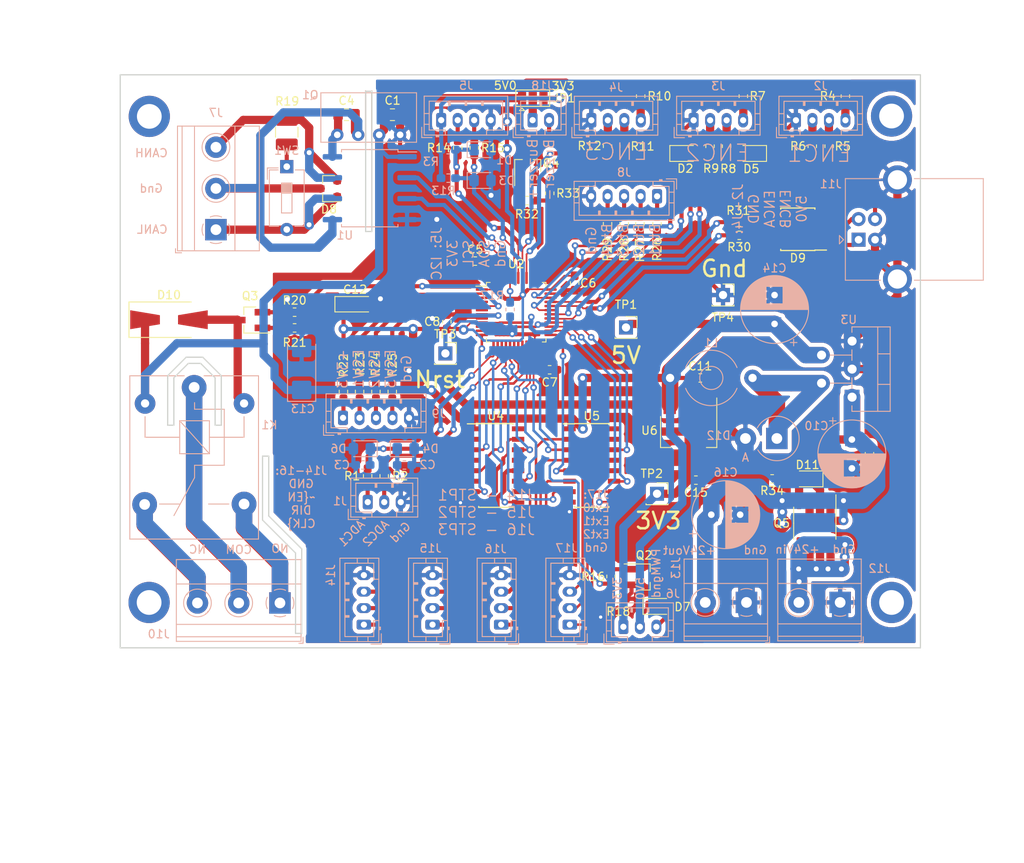
<source format=kicad_pcb>
(kicad_pcb (version 20171130) (host pcbnew 5.1.10)
  (layers (0 F.Cu signal) (31 B.Cu signal) (34 B.Paste user) (35 F.Paste user) (36 B.SilkS user) (37 F.SilkS user) (38 B.Mask user) (39 F.Mask user) (44 Edge.Cuts user))
  (net 0 "")
  (net 1 GND)
  (net 2 +5V)
  (net 3 +3V3)
  (net 4 Earth)
  (net 5 /ADC2)
  (net 6 /ADC1)
  (net 7 "Net-(C10-Pad1)")
  (net 8 /I2C1_SCL)
  (net 9 /I2C1_SDA)
  (net 10 /G1)
  (net 11 "Net-(J1-Pad2)")
  (net 12 "Net-(J2-Pad3)")
  (net 13 "Net-(J2-Pad2)")
  (net 14 "Net-(J3-Pad2)")
  (net 15 "Net-(J3-Pad3)")
  (net 16 "Net-(J4-Pad2)")
  (net 17 "Net-(J4-Pad3)")
  (net 18 "Net-(J5-Pad3)")
  (net 19 "Net-(J5-Pad2)")
  (net 20 /BTN1)
  (net 21 /BTN2)
  (net 22 /BTN3)
  (net 23 /BTN4)
  (net 24 "Net-(J10-Pad2)")
  (net 25 /CANL)
  (net 26 /CANH)
  (net 27 "Net-(J15-Pad1)")
  (net 28 "Net-(J15-Pad2)")
  (net 29 /Relay)
  (net 30 /PWM)
  (net 31 /CLK1)
  (net 32 /DIR1)
  (net 33 /~EN1)
  (net 34 /CLK2)
  (net 35 /DIR2)
  (net 36 /~EN2)
  (net 37 /CAN_Rx)
  (net 38 /CAN_Tx)
  (net 39 /Ext0)
  (net 40 /Ext1)
  (net 41 /Ext2)
  (net 42 /CLK3)
  (net 43 /DIR3)
  (net 44 /~EN3)
  (net 45 "Net-(C4-Pad1)")
  (net 46 /Enc2b)
  (net 47 /Enc2a)
  (net 48 "Net-(D9-Pad1)")
  (net 49 "Net-(D9-Pad2)")
  (net 50 "Net-(D9-Pad3)")
  (net 51 "Net-(D9-Pad6)")
  (net 52 "Net-(D9-Pad7)")
  (net 53 "Net-(D10-Pad2)")
  (net 54 "Net-(D11-Pad2)")
  (net 55 "Net-(D12-Pad1)")
  (net 56 "Net-(J1-Pad1)")
  (net 57 "Net-(J2-Pad4)")
  (net 58 "Net-(J3-Pad4)")
  (net 59 "Net-(J4-Pad4)")
  (net 60 "Net-(J8-Pad1)")
  (net 61 "Net-(J8-Pad2)")
  (net 62 "Net-(J8-Pad3)")
  (net 63 "Net-(J8-Pad4)")
  (net 64 "Net-(J9-Pad4)")
  (net 65 "Net-(J9-Pad3)")
  (net 66 "Net-(J9-Pad2)")
  (net 67 "Net-(J9-Pad1)")
  (net 68 "Net-(J10-Pad1)")
  (net 69 "Net-(J10-Pad3)")
  (net 70 "Net-(J12-Pad2)")
  (net 71 "Net-(J14-Pad1)")
  (net 72 "Net-(J14-Pad2)")
  (net 73 "Net-(J14-Pad3)")
  (net 74 "Net-(J15-Pad3)")
  (net 75 "Net-(J16-Pad3)")
  (net 76 "Net-(J16-Pad2)")
  (net 77 "Net-(J16-Pad1)")
  (net 78 "Net-(J17-Pad3)")
  (net 79 "Net-(J17-Pad2)")
  (net 80 "Net-(J17-Pad1)")
  (net 81 /Enc1a)
  (net 82 /Enc1b)
  (net 83 /Enc3a)
  (net 84 /Enc3b)
  (net 85 "Net-(Q2-Pad1)")
  (net 86 "Net-(R17-Pad1)")
  (net 87 "Net-(R19-Pad1)")
  (net 88 "Net-(Q3-Pad1)")
  (net 89 /ESW1)
  (net 90 /ESW2)
  (net 91 /ESW3)
  (net 92 "Net-(R30-Pad2)")
  (net 93 "Net-(R31-Pad2)")
  (net 94 "Net-(Q4-Pad1)")
  (net 95 /Buzzer)
  (net 96 "Net-(Q4-Pad2)")
  (net 97 "Net-(TP3-Pad1)")
  (net 98 "Net-(J18-Pad2)")
  (net 99 "Net-(J18-Pad1)")
  (module Package_SO:SOIC-16_3.9x9.9mm_P1.27mm (layer F.Cu) (at 118.6612 116.3828)
    (fp_text reference U5 (at 0 -6) (layer F.SilkS))
    (fp_text value CD4050)
    (pad 16 smd rect (at 2.7 -4.445) (size 1.5 0.6) (layers F.Cu F.Paste F.Mask))
    (pad 15 smd rect (at 2.7 -3.175) (size 1.5 0.6) (layers F.Cu F.Paste F.Mask) (net 78 "Net-(J17-Pad3)"))
    (pad 14 smd rect (at 2.7 -1.905) (size 1.5 0.6) (layers F.Cu F.Paste F.Mask) (net 41 /Ext2))
    (pad 13 smd rect (at 2.7 -0.635) (size 1.5 0.6) (layers F.Cu F.Paste F.Mask))
    (pad 12 smd rect (at 2.7 0.635) (size 1.5 0.6) (layers F.Cu F.Paste F.Mask) (net 79 "Net-(J17-Pad2)"))
    (pad 11 smd rect (at 2.7 1.905) (size 1.5 0.6) (layers F.Cu F.Paste F.Mask) (net 40 /Ext1))
    (pad 10 smd rect (at 2.7 3.175) (size 1.5 0.6) (layers F.Cu F.Paste F.Mask) (net 80 "Net-(J17-Pad1)"))
    (pad 9 smd rect (at 2.7 4.445) (size 1.5 0.6) (layers F.Cu F.Paste F.Mask) (net 39 /Ext0))
    (pad 8 smd rect (at -2.7 4.445) (size 1.5 0.6) (layers F.Cu F.Paste F.Mask) (net 1 GND))
    (pad 7 smd rect (at -2.7 3.175) (size 1.5 0.6) (layers F.Cu F.Paste F.Mask) (net 42 /CLK3))
    (pad 6 smd rect (at -2.7 1.905) (size 1.5 0.6) (layers F.Cu F.Paste F.Mask) (net 77 "Net-(J16-Pad1)"))
    (pad 5 smd rect (at -2.7 0.635) (size 1.5 0.6) (layers F.Cu F.Paste F.Mask) (net 43 /DIR3))
    (pad 4 smd rect (at -2.7 -0.635) (size 1.5 0.6) (layers F.Cu F.Paste F.Mask) (net 76 "Net-(J16-Pad2)"))
    (pad 3 smd rect (at -2.7 -1.905) (size 1.5 0.6) (layers F.Cu F.Paste F.Mask) (net 44 /~EN3))
    (pad 2 smd rect (at -2.7 -3.175) (size 1.5 0.6) (layers F.Cu F.Paste F.Mask) (net 75 "Net-(J16-Pad3)"))
    (pad 1 smd rect (at -2.7 -4.445) (size 1.5 0.6) (layers F.Cu F.Paste F.Mask) (net 2 +5V))
  )
  (module Capacitor_SMD:C_0805_2012Metric_Pad1.15x1.40mm_HandSolder (layer F.Cu) (at 94.497 73.8378)
    (fp_text reference C1 (at 0.0164 -1.7272) (layer F.SilkS))
    (fp_text value 1)
    (pad 2 smd roundrect (at 1.025 0) (size 1.15 1.4) (layers F.Cu F.Paste F.Mask) (roundrect_rratio 0.2173904347826087) (net 1 GND))
    (pad 1 smd roundrect (at -1.025 0) (size 1.15 1.4) (layers F.Cu F.Paste F.Mask) (roundrect_rratio 0.2173904347826087) (net 2 +5V))
  )
  (module Capacitor_SMD:C_0603_1608Metric_Pad1.05x0.95mm_HandSolder (layer F.Cu) (at 104.535 91.5924 180)
    (fp_text reference C5 (at 0 1.397) (layer F.SilkS))
    (fp_text value 0.1)
    (pad 1 smd roundrect (at -0.875 0 180) (size 1.05 0.95) (layers F.Cu F.Paste F.Mask) (net 1 GND))
    (pad 2 smd roundrect (at 0.875 0 180) (size 1.05 0.95) (layers F.Cu F.Paste F.Mask) (net 3 +3V3))
  )
  (module Capacitor_SMD:C_0603_1608Metric_Pad1.05x0.95mm_HandSolder (layer F.Cu) (at 116.586 94.248 90)
    (fp_text reference C6 (at -0.014 1.651 180) (layer F.SilkS))
    (fp_text value 0.1)
    (pad 2 smd roundrect (at 0.875 0 90) (size 1.05 0.95) (layers F.Cu F.Paste F.Mask) (net 3 +3V3))
    (pad 1 smd roundrect (at -0.875 0 90) (size 1.05 0.95) (layers F.Cu F.Paste F.Mask) (net 1 GND))
  )
  (module Capacitor_SMD:C_0603_1608Metric_Pad1.05x0.95mm_HandSolder (layer F.Cu) (at 113.552 104.775)
    (fp_text reference C7 (at 0 1.524) (layer F.SilkS))
    (fp_text value 0.1)
    (pad 1 smd roundrect (at -0.875 0) (size 1.05 0.95) (layers F.Cu F.Paste F.Mask) (net 1 GND))
    (pad 2 smd roundrect (at 0.875 0) (size 1.05 0.95) (layers F.Cu F.Paste F.Mask) (net 3 +3V3))
  )
  (module Capacitor_SMD:C_0805_2012Metric_Pad1.15x1.40mm_HandSolder (layer F.Cu) (at 88.9344 73.8378)
    (fp_text reference C4 (at 0 -1.7018) (layer F.SilkS))
    (fp_text value 1)
    (pad 1 smd roundrect (at -1.025 0) (size 1.15 1.4) (layers F.Cu F.Paste F.Mask) (roundrect_rratio 0.2173904347826087) (net 45 "Net-(C4-Pad1)"))
    (pad 2 smd roundrect (at 1.025 0) (size 1.15 1.4) (layers F.Cu F.Paste F.Mask) (roundrect_rratio 0.2173904347826087) (net 4 Earth))
  )
  (module Capacitor_SMD:C_0603_1608Metric_Pad1.05x0.95mm_HandSolder (layer F.Cu) (at 101.092 98.947 270)
    (fp_text reference C8 (at -0.014 1.778 180) (layer F.SilkS))
    (fp_text value 0.1)
    (pad 2 smd roundrect (at 0.875 0 270) (size 1.05 0.95) (layers F.Cu F.Paste F.Mask) (net 3 +3V3))
    (pad 1 smd roundrect (at -0.875 0 270) (size 1.05 0.95) (layers F.Cu F.Paste F.Mask) (net 1 GND))
  )
  (module Capacitor_SMD:C_0603_1608Metric_Pad1.05x0.95mm_HandSolder (layer B.Cu) (at 95.9498 116.3193)
    (fp_text reference C2 (at 2.808 -0.0254) (layer B.SilkS) (effects (justify mirror)))
    (fp_text value 0.1)
    (pad 1 smd roundrect (at -0.875 0) (size 1.05 0.95) (layers B.Cu B.Paste B.Mask) (net 5 /ADC2))
    (pad 2 smd roundrect (at 0.875 0) (size 1.05 0.95) (layers B.Cu B.Paste B.Mask) (net 1 GND))
  )
  (module Capacitor_SMD:C_0603_1608Metric_Pad1.05x0.95mm_HandSolder (layer B.Cu) (at 90.9206 116.3193 180)
    (fp_text reference C3 (at 2.5514 0) (layer B.SilkS) (effects (justify mirror)))
    (fp_text value 0.1)
    (pad 2 smd roundrect (at 0.875 0 180) (size 1.05 0.95) (layers B.Cu B.Paste B.Mask) (net 1 GND))
    (pad 1 smd roundrect (at -0.875 0 180) (size 1.05 0.95) (layers B.Cu B.Paste B.Mask) (net 6 /ADC1))
  )
  (module Capacitor_SMD:C_0603_1608Metric_Pad1.05x0.95mm_HandSolder (layer F.Cu) (at 152.3238 114.9718 270)
    (fp_text reference C9 (at 2.4778 0 180) (layer F.SilkS))
    (fp_text value 0.1)
    (pad 2 smd roundrect (at 0.875 0 270) (size 1.05 0.95) (layers F.Cu F.Paste F.Mask) (net 1 GND))
    (pad 1 smd roundrect (at -0.875 0 270) (size 1.05 0.95) (layers F.Cu F.Paste F.Mask) (net 7 "Net-(C10-Pad1)"))
  )
  (module Capacitor_THT:CP_Radial_D8.0mm_P3.50mm (layer B.Cu) (at 150.1902 113.2332 270)
    (fp_text reference C10 (at -1.651 4.2926 180) (layer B.SilkS) (effects (justify mirror)))
    (fp_text value "100u 16V")
    (pad 2 thru_hole circle (at 3.5 0 270) (size 1.6 1.6) (drill 0.8) (layers *.Cu *.Mask) (net 1 GND))
    (pad 1 thru_hole rect (at 0 0 270) (size 1.6 1.6) (drill 0.8) (layers *.Cu *.Mask) (net 7 "Net-(C10-Pad1)"))
  )
  (module Capacitor_SMD:C_0603_1608Metric_Pad1.05x0.95mm_HandSolder (layer F.Cu) (at 131.8146 105.7656)
    (fp_text reference C11 (at 0 -1.43) (layer F.SilkS))
    (fp_text value 0.1)
    (pad 1 smd roundrect (at -0.875 0) (size 1.05 0.95) (layers F.Cu F.Paste F.Mask) (net 2 +5V))
    (pad 2 smd roundrect (at 0.875 0) (size 1.05 0.95) (layers F.Cu F.Paste F.Mask) (net 1 GND))
  )
  (module Capacitor_Tantalum_SMD:CP_EIA-3216-18_Kemet-A_Pad1.58x1.35mm_HandSolder (layer F.Cu) (at 90.0073 96.8248)
    (fp_text reference C12 (at -0.0405 -1.778) (layer F.SilkS))
    (fp_text value "47u 6V")
    (pad 1 smd roundrect (at -1.4375 0) (size 1.575 1.35) (layers F.Cu F.Paste F.Mask) (roundrect_rratio 0.1851844444444445) (net 3 +3V3))
    (pad 2 smd roundrect (at 1.4375 0) (size 1.575 1.35) (layers F.Cu F.Paste F.Mask) (roundrect_rratio 0.1851844444444445) (net 1 GND))
  )
  (module Capacitor_Tantalum_SMD:CP_EIA-6032-28_Kemet-C_Pad2.25x2.35mm_HandSolder (layer B.Cu) (at 83.4898 104.6734 90)
    (fp_text reference C13 (at -4.8414 0.1524 180) (layer B.SilkS) (effects (justify mirror)))
    (fp_text value "47u 10V")
    (pad 1 smd roundrect (at -2.55 0 90) (size 2.25 2.35) (layers B.Cu B.Paste B.Mask) (roundrect_rratio 0.1111106666666667) (net 2 +5V))
    (pad 2 smd roundrect (at 2.55 0 90) (size 2.25 2.35) (layers B.Cu B.Paste B.Mask) (roundrect_rratio 0.1111106666666667) (net 1 GND))
  )
  (module Capacitor_THT:CP_Radial_D8.0mm_P3.50mm (layer B.Cu) (at 140.8176 99.2124 90)
    (fp_text reference C14 (at 6.7564 0 180) (layer B.SilkS) (effects (justify mirror)))
    (fp_text value "100u 16V")
    (pad 1 thru_hole rect (at 0 0 90) (size 1.6 1.6) (drill 0.8) (layers *.Cu *.Mask) (net 2 +5V))
    (pad 2 thru_hole circle (at 3.5 0 90) (size 1.6 1.6) (drill 0.8) (layers *.Cu *.Mask) (net 1 GND))
  )
  (module Capacitor_SMD:C_0603_1608Metric_Pad1.05x0.95mm_HandSolder (layer F.Cu) (at 131.2812 118.1608)
    (fp_text reference C15 (at 0 1.4986) (layer F.SilkS))
    (fp_text value 0.1)
    (pad 1 smd roundrect (at -0.875 0) (size 1.05 0.95) (layers F.Cu F.Paste F.Mask) (net 3 +3V3))
    (pad 2 smd roundrect (at 0.875 0) (size 1.05 0.95) (layers F.Cu F.Paste F.Mask) (net 1 GND))
  )
  (module Diode_SMD:D_SMA-SMB_Universal_Handsoldering (layer F.Cu) (at 67.4072 98.7044)
    (fp_text reference D10 (at 0 -3) (layer F.SilkS))
    (fp_text value SS14)
    (pad 1 smd trapezoid (at -2.9 0) (size 3.6 1.7) (rect_delta 0.6 0) (layers F.Cu F.Paste F.Mask) (net 2 +5V))
    (pad 2 smd trapezoid (at 2.9 0 180) (size 3.6 1.7) (rect_delta 0.6 0) (layers F.Cu F.Paste F.Mask) (net 53 "Net-(D10-Pad2)"))
  )
  (module Package_SO:SOIC-8_3.9x4.9mm_P1.27mm (layer F.Cu) (at 143.637 87.7316 180)
    (fp_text reference D9 (at 0 -3.5) (layer F.SilkS))
    (fp_text value USB6B1)
    (pad 1 smd rect (at -2.7 -1.905 180) (size 1.55 0.6) (layers F.Cu F.Paste F.Mask) (net 48 "Net-(D9-Pad1)"))
    (pad 2 smd rect (at -2.7 -0.635 180) (size 1.55 0.6) (layers F.Cu F.Paste F.Mask) (net 49 "Net-(D9-Pad2)"))
    (pad 3 smd rect (at -2.7 0.635 180) (size 1.55 0.6) (layers F.Cu F.Paste F.Mask) (net 50 "Net-(D9-Pad3)"))
    (pad 4 smd rect (at -2.7 1.905 180) (size 1.55 0.6) (layers F.Cu F.Paste F.Mask) (net 1 GND))
    (pad 5 smd rect (at 2.7 1.905 180) (size 1.55 0.6) (layers F.Cu F.Paste F.Mask) (net 1 GND))
    (pad 6 smd rect (at 2.7 0.635 180) (size 1.55 0.6) (layers F.Cu F.Paste F.Mask) (net 51 "Net-(D9-Pad6)"))
    (pad 7 smd rect (at 2.7 -0.635 180) (size 1.55 0.6) (layers F.Cu F.Paste F.Mask) (net 52 "Net-(D9-Pad7)"))
    (pad 8 smd rect (at 2.7 -1.905 180) (size 1.55 0.6) (layers F.Cu F.Paste F.Mask))
  )
  (module Diode_SMD:D_0805_2012Metric_Pad1.15x1.40mm_HandSolder (layer B.Cu) (at 105.419 78.0796)
    (fp_text reference D1 (at 2.6326 1.27) (layer B.SilkS) (effects (justify mirror)))
    (fp_text value CESD3V3)
    (pad 1 smd roundrect (at -1.025 0) (size 1.15 1.4) (layers B.Cu B.Paste B.Mask) (roundrect_rratio 0.2173904347826087) (net 8 /I2C1_SCL))
    (pad 2 smd roundrect (at 1.025 0) (size 1.15 1.4) (layers B.Cu B.Paste B.Mask) (roundrect_rratio 0.2173904347826087) (net 1 GND))
  )
  (module Diode_SMD:D_0805_2012Metric_Pad1.15x1.40mm_HandSolder (layer F.Cu) (at 144.8218 118.0084 180)
    (fp_text reference D11 (at 0 1.7018) (layer F.SilkS))
    (fp_text value MM3Z7V5)
    (pad 1 smd roundrect (at -1.025 0 180) (size 1.15 1.4) (layers F.Cu F.Paste F.Mask) (roundrect_rratio 0.2173904347826087) (net 7 "Net-(C10-Pad1)"))
    (pad 2 smd roundrect (at 1.025 0 180) (size 1.15 1.4) (layers F.Cu F.Paste F.Mask) (roundrect_rratio 0.2173904347826087) (net 54 "Net-(D11-Pad2)"))
  )
  (module Diode_SMD:D_0805_2012Metric_Pad1.15x1.40mm_HandSolder (layer B.Cu) (at 105.419 81.8134)
    (fp_text reference D3 (at 2.93 0.0254) (layer B.SilkS) (effects (justify mirror)))
    (fp_text value CESD3V3)
    (pad 1 smd roundrect (at -1.025 0) (size 1.15 1.4) (layers B.Cu B.Paste B.Mask) (roundrect_rratio 0.2173904347826087) (net 9 /I2C1_SDA))
    (pad 2 smd roundrect (at 1.025 0) (size 1.15 1.4) (layers B.Cu B.Paste B.Mask) (roundrect_rratio 0.2173904347826087) (net 1 GND))
  )
  (module Diode_SMD:D_0805_2012Metric_Pad1.15x1.40mm_HandSolder (layer B.Cu) (at 96.1046 114.3508)
    (fp_text reference D4 (at 3.0226 0) (layer B.SilkS) (effects (justify mirror)))
    (fp_text value CESD3V3)
    (pad 2 smd roundrect (at 1.025 0) (size 1.15 1.4) (layers B.Cu B.Paste B.Mask) (roundrect_rratio 0.2173904347826087) (net 1 GND))
    (pad 1 smd roundrect (at -1.025 0) (size 1.15 1.4) (layers B.Cu B.Paste B.Mask) (roundrect_rratio 0.2173904347826087) (net 5 /ADC2))
  )
  (module Diode_SMD:D_0805_2012Metric_Pad1.15x1.40mm_HandSolder (layer B.Cu) (at 90.7886 114.3508 180)
    (fp_text reference D6 (at 2.8358 0) (layer B.SilkS) (effects (justify mirror)))
    (fp_text value CESD3V3)
    (pad 2 smd roundrect (at 1.025 0 180) (size 1.15 1.4) (layers B.Cu B.Paste B.Mask) (roundrect_rratio 0.2173904347826087) (net 1 GND))
    (pad 1 smd roundrect (at -1.025 0 180) (size 1.15 1.4) (layers B.Cu B.Paste B.Mask) (roundrect_rratio 0.2173904347826087) (net 6 /ADC1))
  )
  (module Diode_THT:D_DO-201_P3.81mm_Vertical_AnodeUp (layer B.Cu) (at 141.097 113.1062 180)
    (fp_text reference D12 (at 7.0612 0.3556) (layer B.SilkS) (effects (justify mirror)))
    (fp_text value 1N5822)
    (fp_text user A (at 3.81 -2.3) (layer B.SilkS) (effects (justify mirror)))
    (pad 1 thru_hole rect (at 0 0 180) (size 2.6 2.6) (drill 1.3) (layers *.Cu *.Mask) (net 55 "Net-(D12-Pad1)"))
    (pad 2 thru_hole oval (at 3.81 0 180) (size 2.6 2.6) (drill 1.3) (layers *.Cu *.Mask) (net 1 GND))
  )
  (module TerminalBlock_Phoenix:TerminalBlock_Phoenix_MKDS-1,5-2_1x02_P5.00mm_Horizontal (layer B.Cu) (at 148.7678 132.9944 180)
    (fp_text reference J12 (at -4.7752 4.1148) (layer B.SilkS) (effects (justify mirror)))
    (fp_text value Screw_Terminal_01x02)
    (pad 1 thru_hole rect (at 0 0 180) (size 2.6 2.6) (drill 1.3) (layers *.Cu *.Mask) (net 1 GND))
    (pad 2 thru_hole circle (at 5 0 180) (size 2.6 2.6) (drill 1.3) (layers *.Cu *.Mask) (net 70 "Net-(J12-Pad2)"))
  )
  (module TerminalBlock_Phoenix:TerminalBlock_Phoenix_MKDS-1,5-3_1x03_P5.00mm_Horizontal (layer B.Cu) (at 80.8619 133.0577 180)
    (fp_text reference J10 (at 14.6949 -3.7721) (layer B.SilkS) (effects (justify mirror)))
    (fp_text value Screw_Terminal_01x03)
    (pad 1 thru_hole rect (at 0 0 180) (size 2.6 2.6) (drill 1.3) (layers *.Cu *.Mask) (net 68 "Net-(J10-Pad1)"))
    (pad 2 thru_hole circle (at 5 0 180) (size 2.6 2.6) (drill 1.3) (layers *.Cu *.Mask) (net 24 "Net-(J10-Pad2)"))
    (pad 3 thru_hole circle (at 10 0 180) (size 2.6 2.6) (drill 1.3) (layers *.Cu *.Mask) (net 69 "Net-(J10-Pad3)"))
  )
  (module TerminalBlock_Phoenix:TerminalBlock_Phoenix_MKDS-1,5-3_1x03_P5.00mm_Horizontal (layer B.Cu) (at 73.1012 87.7824 90)
    (fp_text reference J7 (at 14.1732 0 180) (layer B.SilkS) (effects (justify mirror)))
    (fp_text value Screw_Terminal_01x03)
    (pad 3 thru_hole circle (at 10 0 90) (size 2.6 2.6) (drill 1.3) (layers *.Cu *.Mask) (net 26 /CANH))
    (pad 2 thru_hole circle (at 5 0 90) (size 2.6 2.6) (drill 1.3) (layers *.Cu *.Mask) (net 4 Earth))
    (pad 1 thru_hole rect (at 0 0 90) (size 2.6 2.6) (drill 1.3) (layers *.Cu *.Mask) (net 25 /CANL))
  )
  (module Relay_THT:Relay_SPDT_SANYOU_SRD_Series_Form_C (layer B.Cu) (at 70.4596 106.9086 270)
    (fp_text reference K1 (at 4.572 -9.1186 180) (layer B.SilkS) (effects (justify mirror)))
    (fp_text value G5LE-1)
    (pad 2 thru_hole circle (at 1.95 -6.05 180) (size 2.5 2.5) (drill 1) (layers *.Cu *.Mask) (net 53 "Net-(D10-Pad2)"))
    (pad 3 thru_hole circle (at 14.15 -6.05 180) (size 3 3) (drill 1.3) (layers *.Cu *.Mask) (net 68 "Net-(J10-Pad1)"))
    (pad 4 thru_hole circle (at 14.2 6 180) (size 3 3) (drill 1.3) (layers *.Cu *.Mask) (net 69 "Net-(J10-Pad3)"))
    (pad 5 thru_hole circle (at 1.95 5.95 180) (size 2.5 2.5) (drill 1) (layers *.Cu *.Mask) (net 2 +5V))
    (pad 1 thru_hole circle (at 0 0 180) (size 3 3) (drill 1.3) (layers *.Cu *.Mask) (net 24 "Net-(J10-Pad2)"))
  )
  (module Package_SO:SO-8_3.9x4.9mm_P1.27mm (layer F.Cu) (at 145.6944 123.3836 270)
    (fp_text reference Q5 (at 0.0096 4.0132 180) (layer F.SilkS))
    (fp_text value IRF9310)
    (pad 1 smd roundrect (at -2.575 -1.905 270) (size 1.75 0.6) (layers F.Cu F.Paste F.Mask) (net 7 "Net-(C10-Pad1)"))
    (pad 2 smd roundrect (at -2.575 -0.635 270) (size 1.75 0.6) (layers F.Cu F.Paste F.Mask) (net 7 "Net-(C10-Pad1)"))
    (pad 3 smd roundrect (at -2.575 0.635 270) (size 1.75 0.6) (layers F.Cu F.Paste F.Mask) (net 7 "Net-(C10-Pad1)"))
    (pad 4 smd roundrect (at -2.575 1.905 270) (size 1.75 0.6) (layers F.Cu F.Paste F.Mask) (net 54 "Net-(D11-Pad2)"))
    (pad 5 smd roundrect (at 2.575 1.905 270) (size 1.75 0.6) (layers F.Cu F.Paste F.Mask) (net 70 "Net-(J12-Pad2)"))
    (pad 6 smd roundrect (at 2.575 0.635 270) (size 1.75 0.6) (layers F.Cu F.Paste F.Mask) (net 70 "Net-(J12-Pad2)"))
    (pad 7 smd roundrect (at 2.575 -0.635 270) (size 1.75 0.6) (layers F.Cu F.Paste F.Mask) (net 70 "Net-(J12-Pad2)"))
    (pad 8 smd roundrect (at 2.575 -1.905 270) (size 1.75 0.6) (layers F.Cu F.Paste F.Mask) (net 70 "Net-(J12-Pad2)"))
  )
  (module Resistor_SMD:R_0603_1608Metric_Pad1.05x0.95mm_HandSolder (layer B.Cu) (at 108.7628 97.4712 270)
    (fp_text reference R17 (at -1.6878 2.159 180) (layer B.SilkS) (effects (justify mirror)))
    (fp_text value 10k)
    (pad 1 smd roundrect (at -0.875 0 270) (size 1.05 0.95) (layers B.Cu B.Paste B.Mask) (net 86 "Net-(R17-Pad1)"))
    (pad 2 smd roundrect (at 0.875 0 270) (size 1.05 0.95) (layers B.Cu B.Paste B.Mask) (net 1 GND))
  )
  (module Resistor_SMD:R_0603_1608Metric_Pad1.05x0.95mm_HandSolder (layer F.Cu) (at 93.4974 117.6515 90)
    (fp_text reference R2 (at -0.014 1.9304 180) (layer F.SilkS))
    (fp_text value 10k)
    (pad 1 smd roundrect (at -0.875 0 90) (size 1.05 0.95) (layers F.Cu F.Paste F.Mask) (net 11 "Net-(J1-Pad2)"))
    (pad 2 smd roundrect (at 0.875 0 90) (size 1.05 0.95) (layers F.Cu F.Paste F.Mask) (net 5 /ADC2))
  )
  (module Resistor_SMD:R_0603_1608Metric_Pad1.05x0.95mm_HandSolder (layer B.Cu) (at 101.2584 78.0796 180)
    (fp_text reference R3 (at 2.0968 -1.4478) (layer B.SilkS) (effects (justify mirror)))
    (fp_text value 4k7)
    (pad 2 smd roundrect (at 0.875 0 180) (size 1.05 0.95) (layers B.Cu B.Paste B.Mask) (net 3 +3V3))
    (pad 1 smd roundrect (at -0.875 0 180) (size 1.05 0.95) (layers B.Cu B.Paste B.Mask) (net 8 /I2C1_SCL))
  )
  (module Resistor_SMD:R_0603_1608Metric_Pad1.05x0.95mm_HandSolder (layer B.Cu) (at 101.2584 81.534 180)
    (fp_text reference R13 (at 0.5982 -1.524) (layer B.SilkS) (effects (justify mirror)))
    (fp_text value 4k7)
    (pad 1 smd roundrect (at -0.875 0 180) (size 1.05 0.95) (layers B.Cu B.Paste B.Mask) (net 9 /I2C1_SDA))
    (pad 2 smd roundrect (at 0.875 0 180) (size 1.05 0.95) (layers B.Cu B.Paste B.Mask) (net 3 +3V3))
  )
  (module Resistor_SMD:R_0603_1608Metric_Pad1.05x0.95mm_HandSolder (layer F.Cu) (at 102.4128 77.8624 270)
    (fp_text reference R14 (at 0 2.286 180) (layer F.SilkS))
    (fp_text value 100)
    (pad 2 smd roundrect (at 0.875 0 270) (size 1.05 0.95) (layers F.Cu F.Paste F.Mask) (net 8 /I2C1_SCL))
    (pad 1 smd roundrect (at -0.875 0 270) (size 1.05 0.95) (layers F.Cu F.Paste F.Mask) (net 19 "Net-(J5-Pad2)"))
  )
  (module Resistor_SMD:R_0603_1608Metric_Pad1.05x0.95mm_HandSolder (layer F.Cu) (at 104.4194 77.8624 270)
    (fp_text reference R15 (at 0 -2.2606 180) (layer F.SilkS))
    (fp_text value 100)
    (pad 1 smd roundrect (at -0.875 0 270) (size 1.05 0.95) (layers F.Cu F.Paste F.Mask) (net 18 "Net-(J5-Pad3)"))
    (pad 2 smd roundrect (at 0.875 0 270) (size 1.05 0.95) (layers F.Cu F.Paste F.Mask) (net 9 /I2C1_SDA))
  )
  (module Resistor_SMD:R_0603_1608Metric_Pad1.05x0.95mm_HandSolder (layer F.Cu) (at 82.6376 97.79)
    (fp_text reference R20 (at 0 -1.43) (layer F.SilkS))
    (fp_text value 10k)
    (pad 2 smd roundrect (at 0.875 0) (size 1.05 0.95) (layers F.Cu F.Paste F.Mask) (net 29 /Relay))
    (pad 1 smd roundrect (at -0.875 0) (size 1.05 0.95) (layers F.Cu F.Paste F.Mask) (net 1 GND))
  )
  (module Resistor_SMD:R_0603_1608Metric_Pad1.05x0.95mm_HandSolder (layer F.Cu) (at 82.6376 99.695)
    (fp_text reference R21 (at 0 1.778) (layer F.SilkS))
    (fp_text value 330)
    (pad 1 smd roundrect (at -0.875 0) (size 1.05 0.95) (layers F.Cu F.Paste F.Mask) (net 88 "Net-(Q3-Pad1)"))
    (pad 2 smd roundrect (at 0.875 0) (size 1.05 0.95) (layers F.Cu F.Paste F.Mask) (net 29 /Relay))
  )
  (module Resistor_SMD:R_0603_1608Metric_Pad1.05x0.95mm_HandSolder (layer F.Cu) (at 136.539 88.4682 180)
    (fp_text reference R30 (at 0 -1.43) (layer F.SilkS))
    (fp_text value 22)
    (pad 1 smd roundrect (at -0.875 0 180) (size 1.05 0.95) (layers F.Cu F.Paste F.Mask) (net 52 "Net-(D9-Pad7)"))
    (pad 2 smd roundrect (at 0.875 0 180) (size 1.05 0.95) (layers F.Cu F.Paste F.Mask) (net 92 "Net-(R30-Pad2)"))
  )
  (module Resistor_SMD:R_0603_1608Metric_Pad1.05x0.95mm_HandSolder (layer F.Cu) (at 136.539 86.868 180)
    (fp_text reference R31 (at 0.113 1.397) (layer F.SilkS))
    (fp_text value 22)
    (pad 1 smd roundrect (at -0.875 0 180) (size 1.05 0.95) (layers F.Cu F.Paste F.Mask) (net 51 "Net-(D9-Pad6)"))
    (pad 2 smd roundrect (at 0.875 0 180) (size 1.05 0.95) (layers F.Cu F.Paste F.Mask) (net 93 "Net-(R31-Pad2)"))
  )
  (module Resistor_SMD:R_1210_3225Metric_Pad1.42x2.65mm_HandSolder (layer F.Cu) (at 81.6864 75.9571 90)
    (fp_text reference R19 (at 3.7449 0.0508 180) (layer F.SilkS))
    (fp_text value 120)
    (pad 1 smd roundrect (at -1.4875 0 90) (size 1.425 2.65) (layers F.Cu F.Paste F.Mask) (roundrect_rratio 0.1754385964912281) (net 87 "Net-(R19-Pad1)"))
    (pad 2 smd roundrect (at 1.4875 0 90) (size 1.425 2.65) (layers F.Cu F.Paste F.Mask) (roundrect_rratio 0.1754385964912281) (net 26 /CANH))
  )
  (module Resistor_SMD:R_0603_1608Metric_Pad1.05x0.95mm_HandSolder (layer F.Cu) (at 91.4908 117.6515 90)
    (fp_text reference R1 (at -0.014 -1.8796 180) (layer F.SilkS))
    (fp_text value 10k)
    (pad 2 smd roundrect (at 0.875 0 90) (size 1.05 0.95) (layers F.Cu F.Paste F.Mask) (net 6 /ADC1))
    (pad 1 smd roundrect (at -0.875 0 90) (size 1.05 0.95) (layers F.Cu F.Paste F.Mask) (net 56 "Net-(J1-Pad1)"))
  )
  (module Resistor_SMD:R_0603_1608Metric_Pad1.05x0.95mm_HandSolder (layer F.Cu) (at 140.5242 118.0084 180)
    (fp_text reference R34 (at 0 -1.43) (layer F.SilkS))
    (fp_text value 4k7)
    (pad 2 smd roundrect (at 0.875 0 180) (size 1.05 0.95) (layers F.Cu F.Paste F.Mask) (net 1 GND))
    (pad 1 smd roundrect (at -0.875 0 180) (size 1.05 0.95) (layers F.Cu F.Paste F.Mask) (net 54 "Net-(D11-Pad2)"))
  )
  (module Resistor_SMD:R_0603_1608Metric_Pad1.05x0.95mm_HandSolder (layer F.Cu) (at 120.9929 129.8435 270)
    (fp_text reference R16 (at 0.0254 2.159 180) (layer F.SilkS))
    (fp_text value 330)
    (pad 2 smd roundrect (at 0.875 0 270) (size 1.05 0.95) (layers F.Cu F.Paste F.Mask) (net 30 /PWM))
    (pad 1 smd roundrect (at -0.875 0 270) (size 1.05 0.95) (layers F.Cu F.Paste F.Mask) (net 85 "Net-(Q2-Pad1)"))
  )
  (module Resistor_SMD:R_0603_1608Metric_Pad1.05x0.95mm_HandSolder (layer F.Cu) (at 121.8705 132.5499)
    (fp_text reference R18 (at 0.0114 1.5494) (layer F.SilkS))
    (fp_text value 10k)
    (pad 2 smd roundrect (at 0.875 0) (size 1.05 0.95) (layers F.Cu F.Paste F.Mask) (net 1 GND))
    (pad 1 smd roundrect (at -0.875 0) (size 1.05 0.95) (layers F.Cu F.Paste F.Mask) (net 30 /PWM))
  )
  (module Button_Switch_THT:SW_DIP_SPSTx01_Slide_6.7x4.1mm_W7.62mm_P2.54mm_LowProfile (layer B.Cu) (at 81.6864 80.137 270)
    (fp_text reference SW1 (at -1.9558 0 180) (layer B.SilkS) (effects (justify mirror)))
    (fp_text value SW_DIP_x01)
    (pad 1 thru_hole rect (at 0 0 270) (size 1.6 1.6) (drill 0.8) (layers *.Cu *.Mask) (net 87 "Net-(R19-Pad1)"))
    (pad 2 thru_hole oval (at 7.62 0 270) (size 1.6 1.6) (drill 0.8) (layers *.Cu *.Mask) (net 25 /CANL))
  )
  (module Connector_PinSocket_2.54mm:PinSocket_1x01_P2.54mm_Vertical (layer F.Cu) (at 122.809 99.6442)
    (fp_text reference TP1 (at 0 -2.77) (layer F.SilkS))
    (fp_text value 5V)
    (pad 1 thru_hole rect (at 0 0) (size 1.7 1.7) (drill 1) (layers *.Cu *.Mask) (net 2 +5V))
  )
  (module Connector_PinSocket_2.54mm:PinSocket_1x01_P2.54mm_Vertical (layer F.Cu) (at 126.5682 119.8118)
    (fp_text reference TP2 (at -0.635 -2.4384) (layer F.SilkS))
    (fp_text value 3.3V)
    (pad 1 thru_hole rect (at 0 0) (size 1.7 1.7) (drill 1) (layers *.Cu *.Mask) (net 3 +3V3))
  )
  (module Package_SO:SOIC-16_3.9x9.9mm_P1.27mm (layer F.Cu) (at 107.028 116.3828)
    (fp_text reference U4 (at 0 -6) (layer F.SilkS))
    (fp_text value CD4050)
    (pad 1 smd rect (at -2.7 -4.445) (size 1.5 0.6) (layers F.Cu F.Paste F.Mask) (net 2 +5V))
    (pad 2 smd rect (at -2.7 -3.175) (size 1.5 0.6) (layers F.Cu F.Paste F.Mask) (net 73 "Net-(J14-Pad3)"))
    (pad 3 smd rect (at -2.7 -1.905) (size 1.5 0.6) (layers F.Cu F.Paste F.Mask) (net 33 /~EN1))
    (pad 4 smd rect (at -2.7 -0.635) (size 1.5 0.6) (layers F.Cu F.Paste F.Mask) (net 72 "Net-(J14-Pad2)"))
    (pad 5 smd rect (at -2.7 0.635) (size 1.5 0.6) (layers F.Cu F.Paste F.Mask) (net 32 /DIR1))
    (pad 6 smd rect (at -2.7 1.905) (size 1.5 0.6) (layers F.Cu F.Paste F.Mask) (net 71 "Net-(J14-Pad1)"))
    (pad 7 smd rect (at -2.7 3.175) (size 1.5 0.6) (layers F.Cu F.Paste F.Mask) (net 31 /CLK1))
    (pad 8 smd rect (at -2.7 4.445) (size 1.5 0.6) (layers F.Cu F.Paste F.Mask) (net 1 GND))
    (pad 9 smd rect (at 2.7 4.445) (size 1.5 0.6) (layers F.Cu F.Paste F.Mask) (net 34 /CLK2))
    (pad 10 smd rect (at 2.7 3.175) (size 1.5 0.6) (layers F.Cu F.Paste F.Mask) (net 27 "Net-(J15-Pad1)"))
    (pad 11 smd rect (at 2.7 1.905) (size 1.5 0.6) (layers F.Cu F.Paste F.Mask) (net 35 /DIR2))
    (pad 12 smd rect (at 2.7 0.635) (size 1.5 0.6) (layers F.Cu F.Paste F.Mask) (net 28 "Net-(J15-Pad2)"))
    (pad 13 smd rect (at 2.7 -0.635) (size 1.5 0.6) (layers F.Cu F.Paste F.Mask))
    (pad 14 smd rect (at 2.7 -1.905) (size 1.5 0.6) (layers F.Cu F.Paste F.Mask) (net 36 /~EN2))
    (pad 15 smd rect (at 2.7 -3.175) (size 1.5 0.6) (layers F.Cu F.Paste F.Mask) (net 74 "Net-(J15-Pad3)"))
    (pad 16 smd rect (at 2.7 -4.445) (size 1.5 0.6) (layers F.Cu F.Paste F.Mask))
  )
  (module Package_SO:SOP-8_6.62x9.15mm_P2.54mm (layer B.Cu) (at 91.7448 82.7532 180)
    (fp_text reference U1 (at 3.0226 -5.715 180) (layer B.SilkS) (effects (justify mirror)))
    (fp_text value ISO1050DUB)
    (pad 1 smd roundrect (at -4.525 3.81 180) (size 2.35 0.65) (layers B.Cu B.Paste B.Mask) (net 2 +5V))
    (pad 2 smd roundrect (at -4.525 1.27 180) (size 2.35 0.65) (layers B.Cu B.Paste B.Mask) (net 37 /CAN_Rx))
    (pad 3 smd roundrect (at -4.525 -1.27 180) (size 2.35 0.65) (layers B.Cu B.Paste B.Mask) (net 38 /CAN_Tx))
    (pad 4 smd roundrect (at -4.525 -3.81 180) (size 2.35 0.65) (layers B.Cu B.Paste B.Mask) (net 1 GND))
    (pad 5 smd roundrect (at 4.525 -3.81 180) (size 2.35 0.65) (layers B.Cu B.Paste B.Mask) (net 4 Earth))
    (pad 6 smd roundrect (at 4.525 -1.27 180) (size 2.35 0.65) (layers B.Cu B.Paste B.Mask) (net 25 /CANL))
    (pad 7 smd roundrect (at 4.525 1.27 180) (size 2.35 0.65) (layers B.Cu B.Paste B.Mask) (net 26 /CANH))
    (pad 8 smd roundrect (at 4.525 3.81 180) (size 2.35 0.65) (layers B.Cu B.Paste B.Mask) (net 45 "Net-(C4-Pad1)"))
  )
  (module Package_QFP:LQFP-48_7x7mm_P0.5mm (layer F.Cu) (at 109.5025 97.794)
    (fp_text reference U2 (at 0 -5.85) (layer F.SilkS))
    (fp_text value STM32F072C8Tx)
    (pad 1 smd roundrect (at -4.1625 -2.75) (size 1.475 0.3) (layers F.Cu F.Paste F.Mask) (net 3 +3V3))
    (pad 2 smd roundrect (at -4.1625 -2.25) (size 1.475 0.3) (layers F.Cu F.Paste F.Mask) (net 89 /ESW1))
    (pad 3 smd roundrect (at -4.1625 -1.75) (size 1.475 0.3) (layers F.Cu F.Paste F.Mask) (net 90 /ESW2))
    (pad 4 smd roundrect (at -4.1625 -1.25) (size 1.475 0.3) (layers F.Cu F.Paste F.Mask) (net 91 /ESW3))
    (pad 5 smd roundrect (at -4.1625 -0.75) (size 1.475 0.3) (layers F.Cu F.Paste F.Mask) (net 29 /Relay))
    (pad 6 smd roundrect (at -4.1625 -0.25) (size 1.475 0.3) (layers F.Cu F.Paste F.Mask))
    (pad 7 smd roundrect (at -4.1625 0.25) (size 1.475 0.3) (layers F.Cu F.Paste F.Mask) (net 97 "Net-(TP3-Pad1)"))
    (pad 8 smd roundrect (at -4.1625 0.75) (size 1.475 0.3) (layers F.Cu F.Paste F.Mask) (net 1 GND))
    (pad 9 smd roundrect (at -4.1625 1.25) (size 1.475 0.3) (layers F.Cu F.Paste F.Mask) (net 3 +3V3))
    (pad 10 smd roundrect (at -4.1625 1.75) (size 1.475 0.3) (layers F.Cu F.Paste F.Mask) (net 47 /Enc2a))
    (pad 11 smd roundrect (at -4.1625 2.25) (size 1.475 0.3) (layers F.Cu F.Paste F.Mask) (net 46 /Enc2b))
    (pad 12 smd roundrect (at -4.1625 2.75) (size 1.475 0.3) (layers F.Cu F.Paste F.Mask) (net 31 /CLK1))
    (pad 13 smd roundrect (at -2.75 4.1625) (size 0.3 1.475) (layers F.Cu F.Paste F.Mask) (net 6 /ADC1))
    (pad 14 smd roundrect (at -2.25 4.1625) (size 0.3 1.475) (layers F.Cu F.Paste F.Mask) (net 34 /CLK2))
    (pad 15 smd roundrect (at -1.75 4.1625) (size 0.3 1.475) (layers F.Cu F.Paste F.Mask) (net 5 /ADC2))
    (pad 16 smd roundrect (at -1.25 4.1625) (size 0.3 1.475) (layers F.Cu F.Paste F.Mask) (net 42 /CLK3))
    (pad 17 smd roundrect (at -0.75 4.1625) (size 0.3 1.475) (layers F.Cu F.Paste F.Mask) (net 30 /PWM))
    (pad 18 smd roundrect (at -0.25 4.1625) (size 0.3 1.475) (layers F.Cu F.Paste F.Mask) (net 33 /~EN1))
    (pad 19 smd roundrect (at 0.25 4.1625) (size 0.3 1.475) (layers F.Cu F.Paste F.Mask) (net 32 /DIR1))
    (pad 20 smd roundrect (at 0.75 4.1625) (size 0.3 1.475) (layers F.Cu F.Paste F.Mask) (net 36 /~EN2))
    (pad 21 smd roundrect (at 1.25 4.1625) (size 0.3 1.475) (layers F.Cu F.Paste F.Mask) (net 35 /DIR2))
    (pad 22 smd roundrect (at 1.75 4.1625) (size 0.3 1.475) (layers F.Cu F.Paste F.Mask) (net 44 /~EN3))
    (pad 23 smd roundrect (at 2.25 4.1625) (size 0.3 1.475) (layers F.Cu F.Paste F.Mask) (net 1 GND))
    (pad 24 smd roundrect (at 2.75 4.1625) (size 0.3 1.475) (layers F.Cu F.Paste F.Mask) (net 3 +3V3))
    (pad 25 smd roundrect (at 4.1625 2.75) (size 1.475 0.3) (layers F.Cu F.Paste F.Mask) (net 43 /DIR3))
    (pad 26 smd roundrect (at 4.1625 2.25) (size 1.475 0.3) (layers F.Cu F.Paste F.Mask) (net 39 /Ext0))
    (pad 27 smd roundrect (at 4.1625 1.75) (size 1.475 0.3) (layers F.Cu F.Paste F.Mask) (net 40 /Ext1))
    (pad 28 smd roundrect (at 4.1625 1.25) (size 1.475 0.3) (layers F.Cu F.Paste F.Mask) (net 41 /Ext2))
    (pad 29 smd roundrect (at 4.1625 0.75) (size 1.475 0.3) (layers F.Cu F.Paste F.Mask) (net 81 /Enc1a))
    (pad 30 smd roundrect (at 4.1625 0.25) (size 1.475 0.3) (layers F.Cu F.Paste F.Mask) (net 82 /Enc1b))
    (pad 31 smd roundrect (at 4.1625 -0.25) (size 1.475 0.3) (layers F.Cu F.Paste F.Mask) (net 20 /BTN1))
    (pad 32 smd roundrect (at 4.1625 -0.75) (size 1.475 0.3) (layers F.Cu F.Paste F.Mask) (net 92 "Net-(R30-Pad2)"))
    (pad 33 smd roundrect (at 4.1625 -1.25) (size 1.475 0.3) (layers F.Cu F.Paste F.Mask) (net 93 "Net-(R31-Pad2)"))
    (pad 34 smd roundrect (at 4.1625 -1.75) (size 1.475 0.3) (layers F.Cu F.Paste F.Mask) (net 21 /BTN2))
    (pad 35 smd roundrect (at 4.1625 -2.25) (size 1.475 0.3) (layers F.Cu F.Paste F.Mask) (net 1 GND))
    (pad 36 smd roundrect (at 4.1625 -2.75) (size 1.475 0.3) (layers F.Cu F.Paste F.Mask) (net 3 +3V3))
    (pad 37 smd roundrect (at 2.75 -4.1625) (size 0.3 1.475) (layers F.Cu F.Paste F.Mask) (net 22 /BTN3))
    (pad 38 smd roundrect (at 2.25 -4.1625) (size 0.3 1.475) (layers F.Cu F.Paste F.Mask) (net 23 /BTN4))
    (pad 39 smd roundrect (at 1.75 -4.1625) (size 0.3 1.475) (layers F.Cu F.Paste F.Mask) (net 95 /Buzzer))
    (pad 40 smd roundrect (at 1.25 -4.1625) (size 0.3 1.475) (layers F.Cu F.Paste F.Mask) (net 83 /Enc3a))
    (pad 41 smd roundrect (at 0.75 -4.1625) (size 0.3 1.475) (layers F.Cu F.Paste F.Mask) (net 84 /Enc3b))
    (pad 42 smd roundrect (at 0.25 -4.1625) (size 0.3 1.475) (layers F.Cu F.Paste F.Mask) (net 8 /I2C1_SCL))
    (pad 43 smd roundrect (at -0.25 -4.1625) (size 0.3 1.475) (layers F.Cu F.Paste F.Mask) (net 9 /I2C1_SDA))
    (pad 44 smd roundrect (at -0.75 -4.1625) (size 0.3 1.475) (layers F.Cu F.Paste F.Mask) (net 86 "Net-(R17-Pad1)"))
    (pad 45 smd roundrect (at -1.25 -4.1625) (size 0.3 1.475) (layers F.Cu F.Paste F.Mask) (net 37 /CAN_Rx))
    (pad 46 smd roundrect (at -1.75 -4.1625) (size 0.3 1.475) (layers F.Cu F.Paste F.Mask) (net 38 /CAN_Tx))
    (pad 47 smd roundrect (at -2.25 -4.1625) (size 0.3 1.475) (layers F.Cu F.Paste F.Mask) (net 1 GND))
    (pad 48 smd roundrect (at -2.75 -4.1625) (size 0.3 1.475) (layers F.Cu F.Paste F.Mask) (net 3 +3V3))
  )
  (module Diode_SMD:D_0805_2012Metric_Pad1.15x1.40mm_HandSolder (layer F.Cu) (at 129.9808 78.5368)
    (fp_text reference D2 (at 0.0164 1.8288) (layer F.SilkS))
    (fp_text value D)
    (pad 2 smd roundrect (at 1.025 0) (size 1.15 1.4) (layers F.Cu F.Paste F.Mask) (roundrect_rratio 0.2173904347826087) (net 46 /Enc2b))
    (pad 1 smd roundrect (at -1.025 0) (size 1.15 1.4) (layers F.Cu F.Paste F.Mask) (roundrect_rratio 0.2173904347826087) (net 1 GND))
  )
  (module Diode_SMD:D_0805_2012Metric_Pad1.15x1.40mm_HandSolder (layer F.Cu) (at 137.9818 78.5368 180)
    (fp_text reference D5 (at -0.0164 -1.8669) (layer F.SilkS))
    (fp_text value D)
    (pad 1 smd roundrect (at -1.025 0 180) (size 1.15 1.4) (layers F.Cu F.Paste F.Mask) (roundrect_rratio 0.2173904347826087) (net 1 GND))
    (pad 2 smd roundrect (at 1.025 0 180) (size 1.15 1.4) (layers F.Cu F.Paste F.Mask) (roundrect_rratio 0.2173904347826087) (net 47 /Enc2a))
  )
  (module Connector_JST:JST_PH_B3B-PH-K_1x03_P2.00mm_Vertical (layer B.Cu) (at 91.5035 120.8278)
    (fp_text reference J1 (at -3.3655 -0.127) (layer B.SilkS) (effects (justify mirror)))
    (fp_text value 01x03)
    (pad 3 thru_hole oval (at 4 0) (size 1.2 1.75) (drill 0.75) (layers *.Cu *.Mask) (net 1 GND))
    (pad 2 thru_hole oval (at 2 0) (size 1.2 1.75) (drill 0.75) (layers *.Cu *.Mask) (net 11 "Net-(J1-Pad2)"))
    (pad 1 thru_hole roundrect (at 0 0) (size 1.2 1.75) (drill 0.75) (layers *.Cu *.Mask) (roundrect_rratio 0.2083325) (net 56 "Net-(J1-Pad1)"))
  )
  (module Connector_JST:JST_PH_B4B-PH-K_1x04_P2.00mm_Vertical (layer B.Cu) (at 143.4084 74.5109)
    (fp_text reference J2 (at 3 -4.1656) (layer B.SilkS) (effects (justify mirror)))
    (fp_text value Conn_01x04_Female)
    (pad 4 thru_hole oval (at 6 0) (size 1.2 1.75) (drill 0.75) (layers *.Cu *.Mask) (net 57 "Net-(J2-Pad4)"))
    (pad 3 thru_hole oval (at 4 0) (size 1.2 1.75) (drill 0.75) (layers *.Cu *.Mask) (net 12 "Net-(J2-Pad3)"))
    (pad 2 thru_hole oval (at 2 0) (size 1.2 1.75) (drill 0.75) (layers *.Cu *.Mask) (net 13 "Net-(J2-Pad2)"))
    (pad 1 thru_hole roundrect (at 0 0) (size 1.2 1.75) (drill 0.75) (layers *.Cu *.Mask) (roundrect_rratio 0.2083325) (net 1 GND))
  )
  (module Connector_JST:JST_PH_B4B-PH-K_1x04_P2.00mm_Vertical (layer B.Cu) (at 131.00685 74.5109)
    (fp_text reference J3 (at 2.99085 -4.1402) (layer B.SilkS) (effects (justify mirror)))
    (fp_text value Conn_01x04_Female)
    (pad 1 thru_hole roundrect (at 0 0) (size 1.2 1.75) (drill 0.75) (layers *.Cu *.Mask) (roundrect_rratio 0.2083325) (net 1 GND))
    (pad 2 thru_hole oval (at 2 0) (size 1.2 1.75) (drill 0.75) (layers *.Cu *.Mask) (net 14 "Net-(J3-Pad2)"))
    (pad 3 thru_hole oval (at 4 0) (size 1.2 1.75) (drill 0.75) (layers *.Cu *.Mask) (net 15 "Net-(J3-Pad3)"))
    (pad 4 thru_hole oval (at 6 0) (size 1.2 1.75) (drill 0.75) (layers *.Cu *.Mask) (net 58 "Net-(J3-Pad4)"))
  )
  (module Connector_JST:JST_PH_B4B-PH-K_1x04_P2.00mm_Vertical (layer B.Cu) (at 118.6053 74.5109)
    (fp_text reference J4 (at 2.9972 -3.9878) (layer B.SilkS) (effects (justify mirror)))
    (fp_text value Conn_01x04_Female)
    (pad 1 thru_hole roundrect (at 0 0) (size 1.2 1.75) (drill 0.75) (layers *.Cu *.Mask) (roundrect_rratio 0.2083325) (net 1 GND))
    (pad 2 thru_hole oval (at 2 0) (size 1.2 1.75) (drill 0.75) (layers *.Cu *.Mask) (net 16 "Net-(J4-Pad2)"))
    (pad 3 thru_hole oval (at 4 0) (size 1.2 1.75) (drill 0.75) (layers *.Cu *.Mask) (net 17 "Net-(J4-Pad3)"))
    (pad 4 thru_hole oval (at 6 0) (size 1.2 1.75) (drill 0.75) (layers *.Cu *.Mask) (net 59 "Net-(J4-Pad4)"))
  )
  (module Connector_JST:JST_PH_B4B-PH-K_1x04_P2.00mm_Vertical (layer B.Cu) (at 100.4062 74.4982)
    (fp_text reference J5 (at 3.0226 -4.191) (layer B.SilkS) (effects (justify mirror)))
    (fp_text value Conn_01x04_Female)
    (pad 1 thru_hole roundrect (at 0 0) (size 1.2 1.75) (drill 0.75) (layers *.Cu *.Mask) (roundrect_rratio 0.2083325) (net 3 +3V3))
    (pad 2 thru_hole oval (at 2 0) (size 1.2 1.75) (drill 0.75) (layers *.Cu *.Mask) (net 19 "Net-(J5-Pad2)"))
    (pad 3 thru_hole oval (at 4 0) (size 1.2 1.75) (drill 0.75) (layers *.Cu *.Mask) (net 18 "Net-(J5-Pad3)"))
    (pad 4 thru_hole oval (at 6 0) (size 1.2 1.75) (drill 0.75) (layers *.Cu *.Mask) (net 1 GND))
  )
  (module Connector_JST:JST_PH_B3B-PH-K_1x03_P2.00mm_Vertical (layer B.Cu) (at 122.4915 135.9535)
    (fp_text reference J6 (at 6.0071 -4.0259) (layer B.SilkS) (effects (justify mirror)))
    (fp_text value 01x03)
    (pad 1 thru_hole roundrect (at 0 0) (size 1.2 1.75) (drill 0.75) (layers *.Cu *.Mask) (roundrect_rratio 0.2083325) (net 3 +3V3))
    (pad 2 thru_hole oval (at 2 0) (size 1.2 1.75) (drill 0.75) (layers *.Cu *.Mask) (net 2 +5V))
    (pad 3 thru_hole oval (at 4 0) (size 1.2 1.75) (drill 0.75) (layers *.Cu *.Mask) (net 10 /G1))
  )
  (module Connector_JST:JST_PH_B5B-PH-K_1x05_P2.00mm_Vertical (layer B.Cu) (at 126.5809 83.7311 180)
    (fp_text reference J8 (at 4 2.9) (layer B.SilkS) (effects (justify mirror)))
    (fp_text value 01x05)
    (pad 1 thru_hole roundrect (at 0 0 180) (size 1.2 1.75) (drill 0.75) (layers *.Cu *.Mask) (roundrect_rratio 0.2083325) (net 60 "Net-(J8-Pad1)"))
    (pad 2 thru_hole oval (at 2 0 180) (size 1.2 1.75) (drill 0.75) (layers *.Cu *.Mask) (net 61 "Net-(J8-Pad2)"))
    (pad 3 thru_hole oval (at 4 0 180) (size 1.2 1.75) (drill 0.75) (layers *.Cu *.Mask) (net 62 "Net-(J8-Pad3)"))
    (pad 4 thru_hole oval (at 6 0 180) (size 1.2 1.75) (drill 0.75) (layers *.Cu *.Mask) (net 63 "Net-(J8-Pad4)"))
    (pad 5 thru_hole oval (at 8 0 180) (size 1.2 1.75) (drill 0.75) (layers *.Cu *.Mask) (net 1 GND))
  )
  (module Connector_JST:JST_PH_B5B-PH-K_1x05_P2.00mm_Vertical (layer B.Cu) (at 88.5077 110.6071)
    (fp_text reference J9 (at 11.5937 -0.4981) (layer B.SilkS) (effects (justify mirror)))
    (fp_text value 01x05)
    (pad 5 thru_hole oval (at 8 0) (size 1.2 1.75) (drill 0.75) (layers *.Cu *.Mask) (net 1 GND))
    (pad 4 thru_hole oval (at 6 0) (size 1.2 1.75) (drill 0.75) (layers *.Cu *.Mask) (net 64 "Net-(J9-Pad4)"))
    (pad 3 thru_hole oval (at 4 0) (size 1.2 1.75) (drill 0.75) (layers *.Cu *.Mask) (net 65 "Net-(J9-Pad3)"))
    (pad 2 thru_hole oval (at 2 0) (size 1.2 1.75) (drill 0.75) (layers *.Cu *.Mask) (net 66 "Net-(J9-Pad2)"))
    (pad 1 thru_hole roundrect (at 0 0) (size 1.2 1.75) (drill 0.75) (layers *.Cu *.Mask) (roundrect_rratio 0.2083325) (net 67 "Net-(J9-Pad1)"))
  )
  (module TerminalBlock_Phoenix:TerminalBlock_Phoenix_MKDS-1,5-2_1x02_P5.00mm_Horizontal (layer B.Cu) (at 137.414 132.9944 180)
    (fp_text reference J13 (at 8.5598 4.191 90) (layer B.SilkS) (effects (justify mirror)))
    (fp_text value Screw_Terminal_01x02)
    (pad 1 thru_hole rect (at 0 0 180) (size 2.6 2.6) (drill 1.3) (layers *.Cu *.Mask) (net 1 GND))
    (pad 2 thru_hole circle (at 5 0 180) (size 2.6 2.6) (drill 1.3) (layers *.Cu *.Mask) (net 7 "Net-(C10-Pad1)"))
  )
  (module Connector_JST:JST_PH_B4B-PH-K_1x04_P2.00mm_Vertical (layer B.Cu) (at 91.0336 135.6868 90)
    (fp_text reference J14 (at 5.9944 -4.0132 270) (layer B.SilkS) (effects (justify mirror)))
    (fp_text value Conn_01x04_Female)
    (pad 1 thru_hole roundrect (at 0 0 90) (size 1.2 1.75) (drill 0.75) (layers *.Cu *.Mask) (roundrect_rratio 0.2083325) (net 71 "Net-(J14-Pad1)"))
    (pad 2 thru_hole oval (at 2 0 90) (size 1.2 1.75) (drill 0.75) (layers *.Cu *.Mask) (net 72 "Net-(J14-Pad2)"))
    (pad 3 thru_hole oval (at 4 0 90) (size 1.2 1.75) (drill 0.75) (layers *.Cu *.Mask) (net 73 "Net-(J14-Pad3)"))
    (pad 4 thru_hole oval (at 6 0 90) (size 1.2 1.75) (drill 0.75) (layers *.Cu *.Mask) (net 1 GND))
  )
  (module Connector_JST:JST_PH_B4B-PH-K_1x04_P2.00mm_Vertical (layer B.Cu) (at 99.356333 135.6868 90)
    (fp_text reference J15 (at 9.2583 -0.2413 180) (layer B.SilkS) (effects (justify mirror)))
    (fp_text value Conn_01x04_Female)
    (pad 4 thru_hole oval (at 6 0 90) (size 1.2 1.75) (drill 0.75) (layers *.Cu *.Mask) (net 1 GND))
    (pad 3 thru_hole oval (at 4 0 90) (size 1.2 1.75) (drill 0.75) (layers *.Cu *.Mask) (net 74 "Net-(J15-Pad3)"))
    (pad 2 thru_hole oval (at 2 0 90) (size 1.2 1.75) (drill 0.75) (layers *.Cu *.Mask) (net 28 "Net-(J15-Pad2)"))
    (pad 1 thru_hole roundrect (at 0 0 90) (size 1.2 1.75) (drill 0.75) (layers *.Cu *.Mask) (roundrect_rratio 0.2083325) (net 27 "Net-(J15-Pad1)"))
  )
  (module Connector_JST:JST_PH_B4B-PH-K_1x04_P2.00mm_Vertical (layer B.Cu) (at 107.679066 135.6868 90)
    (fp_text reference J16 (at 9.1868 -0.679066 180) (layer B.SilkS) (effects (justify mirror)))
    (fp_text value Conn_01x04_Female)
    (pad 4 thru_hole oval (at 6 0 90) (size 1.2 1.75) (drill 0.75) (layers *.Cu *.Mask) (net 1 GND))
    (pad 3 thru_hole oval (at 4 0 90) (size 1.2 1.75) (drill 0.75) (layers *.Cu *.Mask) (net 75 "Net-(J16-Pad3)"))
    (pad 2 thru_hole oval (at 2 0 90) (size 1.2 1.75) (drill 0.75) (layers *.Cu *.Mask) (net 76 "Net-(J16-Pad2)"))
    (pad 1 thru_hole roundrect (at 0 0 90) (size 1.2 1.75) (drill 0.75) (layers *.Cu *.Mask) (roundrect_rratio 0.2083325) (net 77 "Net-(J16-Pad1)"))
  )
  (module Connector_JST:JST_PH_B4B-PH-K_1x04_P2.00mm_Vertical (layer B.Cu) (at 116.0018 135.6868 90)
    (fp_text reference J17 (at 9.271 -0.4064 180) (layer B.SilkS) (effects (justify mirror)))
    (fp_text value Conn_01x04_Female)
    (pad 4 thru_hole oval (at 6 0 90) (size 1.2 1.75) (drill 0.75) (layers *.Cu *.Mask) (net 1 GND))
    (pad 3 thru_hole oval (at 4 0 90) (size 1.2 1.75) (drill 0.75) (layers *.Cu *.Mask) (net 78 "Net-(J17-Pad3)"))
    (pad 2 thru_hole oval (at 2 0 90) (size 1.2 1.75) (drill 0.75) (layers *.Cu *.Mask) (net 79 "Net-(J17-Pad2)"))
    (pad 1 thru_hole roundrect (at 0 0 90) (size 1.2 1.75) (drill 0.75) (layers *.Cu *.Mask) (roundrect_rratio 0.2083325) (net 80 "Net-(J17-Pad1)"))
  )
  (module Resistor_SMD:R_0603_1608Metric_Pad1.05x0.95mm_HandSolder (layer F.Cu) (at 149.4028 71.5912 270)
    (fp_text reference R4 (at -0.014 2.1336 180) (layer F.SilkS))
    (fp_text value 22)
    (pad 1 smd roundrect (at -0.875 0 270) (size 1.05 0.95) (layers F.Cu F.Paste F.Mask) (net 2 +5V))
    (pad 2 smd roundrect (at 0.875 0 270) (size 1.05 0.95) (layers F.Cu F.Paste F.Mask) (net 57 "Net-(J2-Pad4)"))
  )
  (module Resistor_SMD:R_0603_1608Metric_Pad1.05x0.95mm_HandSolder (layer F.Cu) (at 147.4343 77.6592 90)
    (fp_text reference R5 (at -0.014 1.651 180) (layer F.SilkS))
    (fp_text value 100)
    (pad 2 smd roundrect (at 0.875 0 90) (size 1.05 0.95) (layers F.Cu F.Paste F.Mask) (net 12 "Net-(J2-Pad3)"))
    (pad 1 smd roundrect (at -0.875 0 90) (size 1.05 0.95) (layers F.Cu F.Paste F.Mask) (net 81 /Enc1a))
  )
  (module Resistor_SMD:R_0603_1608Metric_Pad1.05x0.95mm_HandSolder (layer F.Cu) (at 145.3896 77.6592 90)
    (fp_text reference R6 (at -0.0013 -1.7145 180) (layer F.SilkS))
    (fp_text value 100)
    (pad 1 smd roundrect (at -0.875 0 90) (size 1.05 0.95) (layers F.Cu F.Paste F.Mask) (net 82 /Enc1b))
    (pad 2 smd roundrect (at 0.875 0 90) (size 1.05 0.95) (layers F.Cu F.Paste F.Mask) (net 13 "Net-(J2-Pad2)"))
  )
  (module Resistor_SMD:R_0603_1608Metric_Pad1.05x0.95mm_HandSolder (layer F.Cu) (at 137.033 71.5912 270)
    (fp_text reference R7 (at -0.014 -1.7272 180) (layer F.SilkS))
    (fp_text value 22)
    (pad 1 smd roundrect (at -0.875 0 270) (size 1.05 0.95) (layers F.Cu F.Paste F.Mask) (net 2 +5V))
    (pad 2 smd roundrect (at 0.875 0 270) (size 1.05 0.95) (layers F.Cu F.Paste F.Mask) (net 58 "Net-(J3-Pad4)"))
  )
  (module Resistor_SMD:R_0603_1608Metric_Pad1.05x0.95mm_HandSolder (layer F.Cu) (at 135.001 77.6592 90)
    (fp_text reference R8 (at -2.7318 0.2032 180) (layer F.SilkS))
    (fp_text value 100)
    (pad 2 smd roundrect (at 0.875 0 90) (size 1.05 0.95) (layers F.Cu F.Paste F.Mask) (net 15 "Net-(J3-Pad3)"))
    (pad 1 smd roundrect (at -0.875 0 90) (size 1.05 0.95) (layers F.Cu F.Paste F.Mask) (net 47 /Enc2a))
  )
  (module Resistor_SMD:R_0603_1608Metric_Pad1.05x0.95mm_HandSolder (layer F.Cu) (at 132.9944 77.6592 90)
    (fp_text reference R9 (at -2.7064 0.127 180) (layer F.SilkS))
    (fp_text value 100)
    (pad 1 smd roundrect (at -0.875 0 90) (size 1.05 0.95) (layers F.Cu F.Paste F.Mask) (net 46 /Enc2b))
    (pad 2 smd roundrect (at 0.875 0 90) (size 1.05 0.95) (layers F.Cu F.Paste F.Mask) (net 14 "Net-(J3-Pad2)"))
  )
  (module Resistor_SMD:R_0603_1608Metric_Pad1.05x0.95mm_HandSolder (layer F.Cu) (at 124.587 71.5912 270)
    (fp_text reference R10 (at 0 -2.2733 180) (layer F.SilkS))
    (fp_text value 22)
    (pad 2 smd roundrect (at 0.875 0 270) (size 1.05 0.95) (layers F.Cu F.Paste F.Mask) (net 59 "Net-(J4-Pad4)"))
    (pad 1 smd roundrect (at -0.875 0 270) (size 1.05 0.95) (layers F.Cu F.Paste F.Mask) (net 2 +5V))
  )
  (module Resistor_SMD:R_0603_1608Metric_Pad1.05x0.95mm_HandSolder (layer F.Cu) (at 122.6058 77.6592 90)
    (fp_text reference R11 (at -0.0127 2.2098 180) (layer F.SilkS))
    (fp_text value 100)
    (pad 1 smd roundrect (at -0.875 0 90) (size 1.05 0.95) (layers F.Cu F.Paste F.Mask) (net 83 /Enc3a))
    (pad 2 smd roundrect (at 0.875 0 90) (size 1.05 0.95) (layers F.Cu F.Paste F.Mask) (net 17 "Net-(J4-Pad3)"))
  )
  (module Resistor_SMD:R_0603_1608Metric_Pad1.05x0.95mm_HandSolder (layer F.Cu) (at 120.5738 77.6592 90)
    (fp_text reference R12 (at 0.0381 -2.1844 180) (layer F.SilkS))
    (fp_text value 100)
    (pad 2 smd roundrect (at 0.875 0 90) (size 1.05 0.95) (layers F.Cu F.Paste F.Mask) (net 16 "Net-(J4-Pad2)"))
    (pad 1 smd roundrect (at -0.875 0 90) (size 1.05 0.95) (layers F.Cu F.Paste F.Mask) (net 84 /Enc3b))
  )
  (module Resistor_SMD:R_0603_1608Metric_Pad1.05x0.95mm_HandSolder (layer F.Cu) (at 88.5585 107.4181 90)
    (fp_text reference R22 (at 3.1864 0.0254 90) (layer F.SilkS))
    (fp_text value 47)
    (pad 2 smd roundrect (at 0.875 0 90) (size 1.05 0.95) (layers F.Cu F.Paste F.Mask) (net 3 +3V3))
    (pad 1 smd roundrect (at -0.875 0 90) (size 1.05 0.95) (layers F.Cu F.Paste F.Mask) (net 67 "Net-(J9-Pad1)"))
  )
  (module Resistor_SMD:R_0603_1608Metric_Pad1.05x0.95mm_HandSolder (layer F.Cu) (at 90.5143 107.4181 90)
    (fp_text reference R23 (at 3.3642 0.0762 90) (layer F.SilkS))
    (fp_text value 100)
    (pad 2 smd roundrect (at 0.875 0 90) (size 1.05 0.95) (layers F.Cu F.Paste F.Mask) (net 89 /ESW1))
    (pad 1 smd roundrect (at -0.875 0 90) (size 1.05 0.95) (layers F.Cu F.Paste F.Mask) (net 66 "Net-(J9-Pad2)"))
  )
  (module Resistor_SMD:R_0603_1608Metric_Pad1.05x0.95mm_HandSolder (layer F.Cu) (at 92.4955 107.4181 90)
    (fp_text reference R24 (at 3.302 -0.0254 270) (layer F.SilkS))
    (fp_text value 100)
    (pad 2 smd roundrect (at 0.875 0 90) (size 1.05 0.95) (layers F.Cu F.Paste F.Mask) (net 90 /ESW2))
    (pad 1 smd roundrect (at -0.875 0 90) (size 1.05 0.95) (layers F.Cu F.Paste F.Mask) (net 65 "Net-(J9-Pad3)"))
  )
  (module Resistor_SMD:R_0603_1608Metric_Pad1.05x0.95mm_HandSolder (layer F.Cu) (at 94.4767 107.4181 90)
    (fp_text reference R25 (at 3.2372 0.0254 270) (layer F.SilkS))
    (fp_text value 100)
    (pad 1 smd roundrect (at -0.875 0 90) (size 1.05 0.95) (layers F.Cu F.Paste F.Mask) (net 64 "Net-(J9-Pad4)"))
    (pad 2 smd roundrect (at 0.875 0 90) (size 1.05 0.95) (layers F.Cu F.Paste F.Mask) (net 91 /ESW3))
  )
  (module Resistor_SMD:R_0603_1608Metric_Pad1.05x0.95mm_HandSolder (layer F.Cu) (at 126.5682 87.0699 90)
    (fp_text reference R26 (at -3.0975 0.0254 90) (layer F.SilkS))
    (fp_text value 100)
    (pad 2 smd roundrect (at 0.875 0 90) (size 1.05 0.95) (layers F.Cu F.Paste F.Mask) (net 60 "Net-(J8-Pad1)"))
    (pad 1 smd roundrect (at -0.875 0 90) (size 1.05 0.95) (layers F.Cu F.Paste F.Mask) (net 20 /BTN1))
  )
  (module Resistor_SMD:R_0603_1608Metric_Pad1.05x0.95mm_HandSolder (layer F.Cu) (at 124.4981 87.0699 90)
    (fp_text reference R27 (at -3.2144 0 270) (layer F.SilkS))
    (fp_text value 100)
    (pad 1 smd roundrect (at -0.875 0 90) (size 1.05 0.95) (layers F.Cu F.Paste F.Mask) (net 21 /BTN2))
    (pad 2 smd roundrect (at 0.875 0 90) (size 1.05 0.95) (layers F.Cu F.Paste F.Mask) (net 61 "Net-(J8-Pad2)"))
  )
  (module Resistor_SMD:R_0603_1608Metric_Pad1.05x0.95mm_HandSolder (layer F.Cu) (at 122.5931 87.0699 90)
    (fp_text reference R28 (at -3.1356 0 90) (layer F.SilkS))
    (fp_text value 100)
    (pad 2 smd roundrect (at 0.875 0 90) (size 1.05 0.95) (layers F.Cu F.Paste F.Mask) (net 62 "Net-(J8-Pad3)"))
    (pad 1 smd roundrect (at -0.875 0 90) (size 1.05 0.95) (layers F.Cu F.Paste F.Mask) (net 22 /BTN3))
  )
  (module Resistor_SMD:R_0603_1608Metric_Pad1.05x0.95mm_HandSolder (layer F.Cu) (at 120.5738 87.0699 90)
    (fp_text reference R29 (at -3.1229 -0.0127 90) (layer F.SilkS))
    (fp_text value 100)
    (pad 1 smd roundrect (at -0.875 0 90) (size 1.05 0.95) (layers F.Cu F.Paste F.Mask) (net 23 /BTN4))
    (pad 2 smd roundrect (at 0.875 0 90) (size 1.05 0.95) (layers F.Cu F.Paste F.Mask) (net 63 "Net-(J8-Pad4)"))
  )
  (module Resistor_SMD:R_0603_1608Metric_Pad1.05x0.95mm_HandSolder (layer F.Cu) (at 110.8316 84.2518)
    (fp_text reference R32 (at -0.0368 1.651) (layer F.SilkS))
    (fp_text value 330)
    (pad 1 smd roundrect (at -0.875 0) (size 1.05 0.95) (layers F.Cu F.Paste F.Mask) (net 94 "Net-(Q4-Pad1)"))
    (pad 2 smd roundrect (at 0.875 0) (size 1.05 0.95) (layers F.Cu F.Paste F.Mask) (net 95 /Buzzer))
  )
  (module Resistor_SMD:R_0603_1608Metric_Pad1.05x0.95mm_HandSolder (layer F.Cu) (at 113.5634 83.3742 90)
    (fp_text reference R33 (at 0 2.2352 180) (layer F.SilkS))
    (fp_text value 10k)
    (pad 1 smd roundrect (at -0.875 0 90) (size 1.05 0.95) (layers F.Cu F.Paste F.Mask) (net 95 /Buzzer))
    (pad 2 smd roundrect (at 0.875 0 90) (size 1.05 0.95) (layers F.Cu F.Paste F.Mask) (net 96 "Net-(Q4-Pad2)"))
  )
  (module Connector_PinSocket_2.54mm:PinSocket_1x01_P2.54mm_Vertical (layer F.Cu) (at 100.9142 102.7938)
    (fp_text reference TP3 (at -0.0254 -2.3368) (layer F.SilkS))
    (fp_text value NRST)
    (pad 1 thru_hole rect (at 0 0) (size 1.7 1.7) (drill 1) (layers *.Cu *.Mask) (net 97 "Net-(TP3-Pad1)"))
  )
  (module Connector_PinSocket_2.54mm:PinSocket_1x01_P2.54mm_Vertical (layer F.Cu) (at 134.5692 95.7072)
    (fp_text reference TP4 (at -0.0254 2.7178) (layer F.SilkS))
    (fp_text value Gnd)
    (pad 1 thru_hole rect (at 0 0) (size 1.7 1.7) (drill 1) (layers *.Cu *.Mask) (net 1 GND))
  )
  (module Package_TO_SOT_THT:TO-220-5_P3.4x3.7mm_StaggerEven_Lead3.8mm_Vertical (layer B.Cu) (at 150.2156 108.0952 90)
    (fp_text reference U3 (at 9.3908 -0.4064 180) (layer B.SilkS) (effects (justify mirror)))
    (fp_text value LM2576-5.0)
    (pad 1 thru_hole rect (at 0 0 90) (size 1.8 1.8) (drill 1.1) (layers *.Cu *.Mask) (net 7 "Net-(C10-Pad1)"))
    (pad 2 thru_hole oval (at 1.7 -3.7 90) (size 1.8 1.8) (drill 1.1) (layers *.Cu *.Mask) (net 55 "Net-(D12-Pad1)"))
    (pad 3 thru_hole oval (at 3.4 0 90) (size 1.8 1.8) (drill 1.1) (layers *.Cu *.Mask) (net 1 GND))
    (pad 4 thru_hole oval (at 5.1 -3.7 90) (size 1.8 1.8) (drill 1.1) (layers *.Cu *.Mask) (net 2 +5V))
    (pad 5 thru_hole oval (at 6.8 0 90) (size 1.8 1.8) (drill 1.1) (layers *.Cu *.Mask) (net 1 GND))
  )
  (module my_footprints:Hole_3mm (layer F.Cu) (at 65.024 74.041)
    (fp_text reference P1 hide)
    (fp_text value Hole hide)
    (pad 1 thru_hole circle (at 0 0) (size 5 5) (drill 3) (layers *.Cu *.Mask))
  )
  (module my_footprints:Hole_3mm (layer F.Cu) (at 155 133)
    (fp_text reference P2 hide)
    (fp_text value Hole hide)
    (pad 1 thru_hole circle (at 0 0) (size 5 5) (drill 3) (layers *.Cu *.Mask))
  )
  (module my_footprints:Hole_3mm (layer F.Cu) (at 65 133)
    (fp_text reference P6 hide)
    (fp_text value Hole hide)
    (pad 1 thru_hole circle (at 0 0) (size 5 5) (drill 3) (layers *.Cu *.Mask))
  )
  (module my_footprints:Hole_3mm (layer F.Cu) (at 155 74)
    (fp_text reference P7 hide)
    (fp_text value Hole hide)
    (pad 1 thru_hole circle (at 0 0) (size 5 5) (drill 3) (layers *.Cu *.Mask))
  )
  (module my_footprints:B0x0xS (layer B.Cu) (at 91.6178 76.2762 180)
    (fp_text reference Q1 (at 7.0866 4.826) (layer B.SilkS) (effects (justify mirror)))
    (fp_text value B0505S)
    (pad 1 thru_hole circle (at -3.81 0 180) (size 1.5 1.5) (drill 0.8) (layers *.Cu *.Mask) (net 1 GND))
    (pad 2 thru_hole circle (at -1.27 0 180) (size 1.5 1.5) (drill 0.8) (layers *.Cu *.Mask) (net 2 +5V))
    (pad 3 thru_hole circle (at 1.27 0 180) (size 1.5 1.5) (drill 0.8) (layers *.Cu *.Mask) (net 4 Earth))
    (pad 4 thru_hole circle (at 3.81 0 180) (size 1.5 1.5) (drill 0.8) (layers *.Cu *.Mask) (net 45 "Net-(C4-Pad1)"))
  )
  (module Package_TO_SOT_SMD:SOT-23 (layer F.Cu) (at 86.8012 82.804 180)
    (fp_text reference D8 (at 0 -2.5) (layer F.SilkS))
    (fp_text value PESD1CAN)
    (pad 1 smd rect (at -1 -0.95 180) (size 0.9 0.8) (layers F.Cu F.Paste F.Mask) (net 25 /CANL))
    (pad 2 smd rect (at -1 0.95 180) (size 0.9 0.8) (layers F.Cu F.Paste F.Mask) (net 26 /CANH))
    (pad 3 smd rect (at 1 0 180) (size 0.9 0.8) (layers F.Cu F.Paste F.Mask) (net 4 Earth))
  )
  (module Package_TO_SOT_SMD:SOT-23_Handsoldering (layer F.Cu) (at 124.9793 129.9083)
    (fp_text reference Q2 (at 0.0141 -2.6289) (layer F.SilkS))
    (fp_text value SI2300)
    (pad 1 smd rect (at -1.5 -0.95) (size 1.9 0.8) (layers F.Cu F.Paste F.Mask) (net 85 "Net-(Q2-Pad1)"))
    (pad 2 smd rect (at -1.5 0.95) (size 1.9 0.8) (layers F.Cu F.Paste F.Mask) (net 1 GND))
    (pad 3 smd rect (at 1.5 0) (size 1.9 0.8) (layers F.Cu F.Paste F.Mask) (net 10 /G1))
  )
  (module Package_TO_SOT_SMD:SOT-23_Handsoldering (layer F.Cu) (at 77.24 98.745 180)
    (fp_text reference Q3 (at 0 2.921) (layer F.SilkS))
    (fp_text value SI2300)
    (pad 1 smd rect (at -1.5 -0.95 180) (size 1.9 0.8) (layers F.Cu F.Paste F.Mask) (net 88 "Net-(Q3-Pad1)"))
    (pad 2 smd rect (at -1.5 0.95 180) (size 1.9 0.8) (layers F.Cu F.Paste F.Mask) (net 1 GND))
    (pad 3 smd rect (at 1.5 0 180) (size 1.9 0.8) (layers F.Cu F.Paste F.Mask) (net 53 "Net-(D10-Pad2)"))
  )
  (module Package_TO_SOT_SMD:SOT-23_Handsoldering (layer F.Cu) (at 110.8964 80.0368 90)
    (fp_text reference Q4 (at 0.3316 2.8448 180) (layer F.SilkS))
    (fp_text value SI2300)
    (pad 3 smd rect (at 1.5 0 90) (size 1.9 0.8) (layers F.Cu F.Paste F.Mask) (net 98 "Net-(J18-Pad2)"))
    (pad 2 smd rect (at -1.5 0.95 90) (size 1.9 0.8) (layers F.Cu F.Paste F.Mask) (net 96 "Net-(Q4-Pad2)"))
    (pad 1 smd rect (at -1.5 -0.95 90) (size 1.9 0.8) (layers F.Cu F.Paste F.Mask) (net 94 "Net-(Q4-Pad1)"))
  )
  (module Package_TO_SOT_SMD:SOT-223-3_TabPin2 (layer F.Cu) (at 130.4036 112.293 270)
    (fp_text reference U6 (at -0.152 4.7498 180) (layer F.SilkS))
    (fp_text value LM1117-3.3)
    (pad 2 smd rect (at 3.15 0 270) (size 2 3.8) (layers F.Cu F.Paste F.Mask) (net 3 +3V3))
    (pad 2 smd rect (at -3.15 0 270) (size 2 1.5) (layers F.Cu F.Paste F.Mask) (net 3 +3V3))
    (pad 3 smd rect (at -3.15 2.3 270) (size 2 1.5) (layers F.Cu F.Paste F.Mask) (net 2 +5V))
    (pad 1 smd rect (at -3.15 -2.3 270) (size 2 1.5) (layers F.Cu F.Paste F.Mask) (net 1 GND))
  )
  (module Connector_USB:USB_B_OST_USB-B1HSxx_Horizontal (layer B.Cu) (at 151 89)
    (fp_text reference J11 (at -3.3752 -6.7548) (layer B.SilkS) (effects (justify mirror)))
    (fp_text value USB_B)
    (pad 1 thru_hole rect (at 0 0) (size 1.7 1.7) (drill 0.92) (layers *.Cu *.Mask) (net 48 "Net-(D9-Pad1)"))
    (pad 2 thru_hole circle (at 0 -2.5) (size 1.7 1.7) (drill 0.92) (layers *.Cu *.Mask) (net 49 "Net-(D9-Pad2)"))
    (pad 3 thru_hole circle (at 2 -2.5) (size 1.7 1.7) (drill 0.92) (layers *.Cu *.Mask) (net 50 "Net-(D9-Pad3)"))
    (pad 4 thru_hole circle (at 2 0) (size 1.7 1.7) (drill 0.92) (layers *.Cu *.Mask) (net 1 GND))
    (pad 5 thru_hole circle (at 4.71 4.77) (size 3.5 3.5) (drill 2.33) (layers *.Cu *.Mask) (net 1 GND))
    (pad 5 thru_hole circle (at 4.71 -7.27) (size 3.5 3.5) (drill 2.33) (layers *.Cu *.Mask) (net 1 GND))
  )
  (module Diode_SMD:D_0805_2012Metric_Pad1.15x1.40mm_HandSolder (layer F.Cu) (at 126.737 133.477)
    (fp_text reference D7 (at 2.9173 0.0635) (layer F.SilkS))
    (fp_text value D)
    (pad 1 smd roundrect (at -1.025 0) (size 1.15 1.4) (layers F.Cu F.Paste F.Mask) (roundrect_rratio 0.2173904347826087) (net 2 +5V))
    (pad 2 smd roundrect (at 1.025 0) (size 1.15 1.4) (layers F.Cu F.Paste F.Mask) (roundrect_rratio 0.2173904347826087) (net 10 /G1))
  )
  (module Capacitor_THT:CP_Radial_D8.0mm_P3.50mm (layer B.Cu) (at 133.1468 122.3518)
    (fp_text reference C16 (at 1.7526 -5.1308) (layer B.SilkS) (effects (justify mirror)))
    (fp_text value "100u 35V")
    (pad 1 thru_hole rect (at 0 0) (size 1.6 1.6) (drill 0.8) (layers *.Cu *.Mask) (net 7 "Net-(C10-Pad1)"))
    (pad 2 thru_hole circle (at 3.5 0) (size 1.6 1.6) (drill 0.8) (layers *.Cu *.Mask) (net 1 GND))
  )
  (module Inductor_THT:L_Toroid_Horizontal_D6.5mm_P10.00mm_Diameter7-5mm_Amidon-T25 (layer B.Cu) (at 128.1506 105.7656)
    (fp_text reference L1 (at 4.9708 -4.2418) (layer B.SilkS) (effects (justify mirror)))
    (fp_text value 100u)
    (pad 1 thru_hole circle (at 0 0) (size 2 2) (drill 1) (layers *.Cu *.Mask) (net 2 +5V))
    (pad 2 thru_hole circle (at 10 0) (size 2 2) (drill 1) (layers *.Cu *.Mask) (net 55 "Net-(D12-Pad1)"))
  )
  (module Connector_JST:JST_PH_B2B-PH-K_1x02_P2.00mm_Vertical (layer B.Cu) (at 111.4872 74.4982)
    (fp_text reference J18 (at 1.1745 -4.191) (layer B.SilkS) (effects (justify mirror)))
    (fp_text value buzzer)
    (pad 1 thru_hole roundrect (at 0 0) (size 1.2 1.75) (drill 0.75) (layers *.Cu *.Mask) (roundrect_rratio 0.2083325) (net 99 "Net-(J18-Pad1)"))
    (pad 2 thru_hole oval (at 2 0) (size 1.2 1.75) (drill 0.75) (layers *.Cu *.Mask) (net 98 "Net-(J18-Pad2)"))
  )
  (module Jumper:SolderJumper-3_P1.3mm_Open_Pad1.0x1.5mm (layer F.Cu) (at 111.506 71.8312)
    (fp_text reference JP1 (at 3.7846 0) (layer F.SilkS))
    (fp_text value SolderJumper_3_Open)
    (pad 3 smd rect (at 1.3 0) (size 1 1.5) (layers F.Cu F.Mask) (net 3 +3V3))
    (pad 2 smd rect (at 0 0) (size 1 1.5) (layers F.Cu F.Mask) (net 99 "Net-(J18-Pad1)"))
    (pad 1 smd rect (at -1.3 0) (size 1 1.5) (layers F.Cu F.Mask) (net 2 +5V))
  )
  (gr_text 3V3 (at 126.746 123.0884) (layer F.SilkS) (effects (font (size 2 2) (thickness 0.3))))
  (gr_text Nrst (at 100.2284 105.9688) (layer F.SilkS) (effects (font (size 2 2) (thickness 0.3))))
  (gr_text Gnd (at 134.7216 92.5068) (layer F.SilkS) (effects (font (size 2 2) (thickness 0.3))))
  (gr_text 5V (at 122.809 103.0224) (layer F.SilkS) (effects (font (size 2 2) (thickness 0.3))))
  (gr_text NO (at 80.8736 126.4666) (layer B.SilkS) (effects (font (size 1 1)) (justify mirror)))
  (gr_text COM (at 75.8698 126.5936) (layer B.SilkS) (effects (font (size 1 1)) (justify mirror)))
  (gr_text NC (at 70.866 126.5682) (layer B.SilkS) (effects (font (size 1 1)) (justify mirror)))
  (gr_text CANL (at 65.3796 87.757) (layer B.SilkS) (effects (font (size 1 1)) (justify mirror)))
  (gr_text Gnd (at 65.2526 82.7786) (layer B.SilkS) (effects (font (size 1 1)) (justify mirror)))
  (gr_text CANH (at 65.278 78.486) (layer B.SilkS) (effects (font (size 1 1)) (justify mirror)))
  (gr_text "J5: I2C\n3V3\nSCL\nSDA\nGnd" (at 103.7082 90.678 90) (layer B.SilkS) (effects (font (size 1.2 1.2)) (justify mirror)))
  (gr_text Buzzer- (at 113.4872 80.518 90) (layer B.SilkS) (effects (font (size 1.2 1.2)) (justify mirror)))
  (gr_text Buzzer+ (at 111.4806 80.4672 90) (layer B.SilkS) (effects (font (size 1.2 1.2)) (justify mirror)))
  (gr_text "J14 - STP1\nJ15 - STP2\nJ16 - STP3" (at 111.887 122.0724) (layer B.SilkS) (effects (font (size 1.3 1.3)) (justify left mirror)))
  (gr_text ENC3 (at 121.5898 78.3336) (layer B.SilkS) (effects (font (size 2 2)) (justify mirror)))
  (gr_text ENC2 (at 133.858 78.486) (layer B.SilkS) (effects (font (size 2 2)) (justify mirror)))
  (gr_text ENC1 (at 146.2278 78.5622) (layer B.SilkS) (effects (font (size 2 2)) (justify mirror)))
  (gr_text "J2-J4:\nGND\nENCA\nENCB\n5V0" (at 140.2334 85.2678 90) (layer B.SilkS) (effects (font (size 1.2 1.2)) (justify mirror)))
  (gr_text "Gnd\nBtn4\nBtn3\nBtn2\nBtn1" (at 122.4534 89.0778 90) (layer B.SilkS) (effects (font (size 1.2 1.2)) (justify mirror)))
  (gr_text "+3V3\nESW1\nESW2\nESW3\nGnd" (at 92.329 104.6734 90) (layer B.SilkS) (effects (font (size 1.2 1.2)) (justify mirror)))
  (gr_text Gnd (at 95.4532 124.4854 45) (layer B.SilkS) (effects (font (size 1 1)) (justify mirror)))
  (gr_text ADC2 (at 92.4814 124.6124 45) (layer B.SilkS) (effects (font (size 1 1)) (justify mirror)))
  (gr_text ADC1 (at 89.535 124.6124 45) (layer B.SilkS) (effects (font (size 1 1)) (justify mirror)))
  (gr_text "J17:\nExt0\nExt1\nExt2\nGnd" (at 119.2022 123.1138) (layer B.SilkS) (effects (font (size 1 1)) (justify mirror)))
  (gr_text "J14-16:\nGND\n~EN\nDIR\nCLK" (at 83.439 120.2182) (layer B.SilkS) (effects (font (size 1 1)) (justify mirror)))
  (gr_text PWMgnd (at 126.4666 129.4638 90) (layer B.SilkS) (effects (font (size 1 1)) (justify mirror)))
  (gr_text 5V0 (at 124.5362 131.318 90) (layer B.SilkS) (effects (font (size 1 1)) (justify mirror)))
  (gr_text 3V3 (at 121.7676 131.2926 90) (layer B.SilkS) (effects (font (size 1 1)) (justify mirror)))
  (gr_text +24Vout (at 130.5052 126.6952) (layer B.SilkS) (effects (font (size 1 1)) (justify mirror)))
  (gr_text +24Vin (at 143.5862 126.5682) (layer B.SilkS) (effects (font (size 1 1)) (justify mirror)))
  (gr_text Gnd (at 138.4808 126.6444) (layer B.SilkS) (effects (font (size 1 1)) (justify mirror)))
  (gr_text Gnd (at 149.2504 126.5682) (layer B.SilkS) (effects (font (size 1 1)) (justify mirror)))
  (gr_text 5V0 (at 108.1786 70.3072) (layer F.SilkS) (effects (font (size 1 1))))
  (gr_text 3V3 (at 115.189 70.358) (layer F.SilkS) (effects (font (size 1 1))))
  (gr_line (start 92 88) (end 92 71) (layer Edge.Cuts) (width 0.15))
  (gr_line (start 91.25 88) (end 92 88) (layer Edge.Cuts) (width 0.15))
  (gr_line (start 91.25 71) (end 91.25 88) (layer Edge.Cuts) (width 0.15))
  (gr_line (start 92 71) (end 91.25 71) (layer Edge.Cuts) (width 0.15))
  (gr_line (start 83.5 136.75) (end 82.75 136.75) (layer Edge.Cuts) (width 0.15))
  (gr_line (start 83.5 126.5) (end 83.5 136.75) (layer Edge.Cuts) (width 0.15))
  (gr_line (start 79.5 122.5) (end 83.5 126.5) (layer Edge.Cuts) (width 0.15))
  (gr_line (start 79.5 115.25) (end 79.5 122.5) (layer Edge.Cuts) (width 0.15))
  (gr_line (start 78.75 115.25) (end 79.5 115.25) (layer Edge.Cuts) (width 0.15))
  (gr_line (start 78.75 123) (end 78.75 115.25) (layer Edge.Cuts) (width 0.15))
  (gr_line (start 82.75 127) (end 78.75 123) (layer Edge.Cuts) (width 0.15))
  (gr_line (start 82.75 136.75) (end 82.75 127) (layer Edge.Cuts) (width 0.15))
  (gr_line (start 73.75 111.5) (end 73 111.5) (layer Edge.Cuts) (width 0.15))
  (gr_line (start 73.75 105.5) (end 73.75 111.5) (layer Edge.Cuts) (width 0.15))
  (gr_line (start 71.5 103.25) (end 73.75 105.5) (layer Edge.Cuts) (width 0.15))
  (gr_line (start 69.5 103.25) (end 71.5 103.25) (layer Edge.Cuts) (width 0.15))
  (gr_line (start 67.25 105.5) (end 69.5 103.25) (layer Edge.Cuts) (width 0.15))
  (gr_line (start 67.25 105.75) (end 67.25 105.5) (layer Edge.Cuts) (width 0.15))
  (gr_line (start 67.25 111.5) (end 67.25 105.75) (layer Edge.Cuts) (width 0.15))
  (gr_line (start 68 111.5) (end 67.25 111.5) (layer Edge.Cuts) (width 0.15))
  (gr_line (start 71.25 104) (end 69.75 104) (layer Edge.Cuts) (width 0.15))
  (gr_line (start 73 105.75) (end 71.25 104) (layer Edge.Cuts) (width 0.15))
  (gr_line (start 73 111.5) (end 73 105.75) (layer Edge.Cuts) (width 0.15))
  (gr_line (start 68 105.75) (end 69.75 104) (layer Edge.Cuts) (width 0.15))
  (gr_line (start 68 111.5) (end 68 105.75) (layer Edge.Cuts) (width 0.15))
  (gr_line (start 61.5 69) (end 61.5 138.5) (layer Edge.Cuts) (width 0.15))
  (gr_line (start 158.5 69) (end 61.5 69) (layer Edge.Cuts) (width 0.15))
  (gr_line (start 158.5 138.5) (end 158.5 69) (layer Edge.Cuts) (width 0.15))
  (gr_line (start 61.5 138.5) (end 158.5 138.5) (layer Edge.Cuts) (width 0.15))
  (segment (start 95.4278 73.932) (end 95.522 73.8378) (width 1) (layer F.Cu) (net 1))
  (segment (start 95.4278 76.2762) (end 95.4278 73.932) (width 1) (layer F.Cu) (net 1))
  (segment (start 81.7576 97.795) (end 81.7626 97.79) (width 0.5) (layer F.Cu) (net 1))
  (segment (start 78.74 97.795) (end 81.7576 97.795) (width 0.5) (layer F.Cu) (net 1))
  (segment (start 104.86941 98.49401) (end 102.91361 98.49401) (width 0.2) (layer F.Cu) (net 1))
  (segment (start 104.9194 98.544) (end 104.86941 98.49401) (width 0.2) (layer F.Cu) (net 1))
  (segment (start 105.34 98.544) (end 104.9194 98.544) (width 0.2) (layer F.Cu) (net 1))
  (segment (start 102.4916 98.072) (end 101.092 98.072) (width 0.5) (layer F.Cu) (net 1))
  (segment (start 102.91361 98.49401) (end 102.4916 98.072) (width 0.5) (layer F.Cu) (net 1))
  (segment (start 116.165 95.544) (end 116.586 95.123) (width 0.2) (layer F.Cu) (net 1))
  (segment (start 113.665 95.544) (end 116.165 95.544) (width 0.2) (layer F.Cu) (net 1))
  (segment (start 107.2525 93.6315) (end 107.2525 92.2665) (width 0.2) (layer F.Cu) (net 1))
  (segment (start 106.5784 91.5924) (end 105.41 91.5924) (width 0.2) (layer F.Cu) (net 1))
  (segment (start 107.2525 92.2665) (end 106.5784 91.5924) (width 0.2) (layer F.Cu) (net 1))
  (segment (start 89.7636 116.0373) (end 90.0456 116.3193) (width 0.5) (layer B.Cu) (net 1))
  (segment (start 89.7636 114.3508) (end 89.7636 116.0373) (width 0.5) (layer B.Cu) (net 1))
  (segment (start 97.1296 116.0145) (end 96.8248 116.3193) (width 0.5) (layer B.Cu) (net 1))
  (segment (start 97.1296 114.3508) (end 97.1296 116.0145) (width 0.5) (layer B.Cu) (net 1))
  (segment (start 96.8248 119.5065) (end 95.5035 120.8278) (width 0.5) (layer B.Cu) (net 1))
  (segment (start 137.414 123.119) (end 136.6468 122.3518) (width 2) (layer B.Cu) (net 1))
  (segment (start 137.414 132.9944) (end 137.414 123.119) (width 2) (layer B.Cu) (net 1))
  (segment (start 139.6492 119.3494) (end 136.6468 122.3518) (width 1) (layer F.Cu) (net 1))
  (segment (start 139.6492 118.0084) (end 139.6492 119.3494) (width 1) (layer F.Cu) (net 1))
  (segment (start 151.4374 116.7332) (end 152.3238 115.8468) (width 0.5) (layer F.Cu) (net 1))
  (segment (start 150.1902 116.7332) (end 151.4374 116.7332) (width 0.5) (layer F.Cu) (net 1))
  (segment (start 137.414 123.119) (end 136.6468 122.3518) (width 2) (layer F.Cu) (net 1))
  (segment (start 137.414 132.9944) (end 137.414 123.119) (width 2) (layer F.Cu) (net 1))
  (segment (start 137.414 132.9944) (end 137.414 134.3152) (width 2) (layer B.Cu) (net 1))
  (segment (start 137.414 134.3152) (end 139.7 136.6012) (width 2) (layer B.Cu) (net 1))
  (segment (start 139.7 136.6012) (end 147.6502 136.6012) (width 2) (layer B.Cu) (net 1))
  (segment (start 148.7678 135.4836) (end 148.7678 132.9944) (width 2) (layer B.Cu) (net 1))
  (segment (start 147.6502 136.6012) (end 148.7678 135.4836) (width 2) (layer B.Cu) (net 1))
  (segment (start 137.287 115.6462) (end 139.6492 118.0084) (width 1) (layer F.Cu) (net 1))
  (segment (start 137.287 113.1062) (end 137.287 115.6462) (width 1) (layer F.Cu) (net 1))
  (segment (start 132.6896 109.129) (end 132.7036 109.143) (width 0.5) (layer F.Cu) (net 1))
  (segment (start 132.6896 105.7656) (end 132.6896 109.129) (width 0.5) (layer F.Cu) (net 1))
  (segment (start 139.4968 118.1608) (end 139.6492 118.0084) (width 1) (layer F.Cu) (net 1))
  (segment (start 132.1562 118.1608) (end 139.4968 118.1608) (width 1) (layer F.Cu) (net 1))
  (segment (start 136.6668 113.1062) (end 132.7036 109.143) (width 1) (layer F.Cu) (net 1))
  (segment (start 137.287 113.1062) (end 136.6668 113.1062) (width 1) (layer F.Cu) (net 1))
  (segment (start 150.2156 104.6952) (end 150.2156 101.2952) (width 2) (layer F.Cu) (net 1))
  (segment (start 155.71 95.8008) (end 150.2156 101.2952) (width 1) (layer F.Cu) (net 1))
  (segment (start 155.71 93.77) (end 155.71 95.8008) (width 1) (layer F.Cu) (net 1))
  (segment (start 155.71 81.73) (end 155.71 93.77) (width 1) (layer F.Cu) (net 1))
  (segment (start 153 91.06) (end 155.71 93.77) (width 1) (layer F.Cu) (net 1))
  (segment (start 153 89) (end 153 91.06) (width 1) (layer F.Cu) (net 1))
  (segment (start 146.337 85.8266) (end 146.7358 85.8266) (width 0.3) (layer F.Cu) (net 1))
  (segment (start 150.8324 81.73) (end 155.71 81.73) (width 0.3) (layer F.Cu) (net 1))
  (segment (start 146.7358 85.8266) (end 150.8324 81.73) (width 0.3) (layer F.Cu) (net 1))
  (segment (start 106.4062 78.0418) (end 106.444 78.0796) (width 0.5) (layer B.Cu) (net 1))
  (segment (start 106.444 78.0796) (end 106.444 81.8134) (width 0.5) (layer B.Cu) (net 1))
  (segment (start 118.6053 83.7067) (end 118.5809 83.7311) (width 0.5) (layer B.Cu) (net 1))
  (segment (start 118.6053 74.5109) (end 118.6053 83.7067) (width 0.5) (layer B.Cu) (net 1))
  (segment (start 123.4793 131.8161) (end 122.7455 132.5499) (width 0.5) (layer F.Cu) (net 1))
  (segment (start 123.4793 130.8583) (end 123.4793 131.8161) (width 0.5) (layer F.Cu) (net 1))
  (segment (start 150.2156 104.6952) (end 150.2156 101.2952) (width 2) (layer B.Cu) (net 1))
  (segment (start 150.2156 101.2952) (end 150.2156 98.7044) (width 2) (layer B.Cu) (net 1))
  (segment (start 147.2236 95.7124) (end 140.8176 95.7124) (width 2) (layer B.Cu) (net 1))
  (segment (start 150.2156 98.7044) (end 147.2236 95.7124) (width 2) (layer B.Cu) (net 1))
  (segment (start 150.2156 101.2952) (end 150.2156 98.8314) (width 2) (layer F.Cu) (net 1))
  (segment (start 147.0966 95.7124) (end 140.8176 95.7124) (width 2) (layer F.Cu) (net 1))
  (segment (start 150.2156 98.8314) (end 147.0966 95.7124) (width 2) (layer F.Cu) (net 1))
  (segment (start 97.1296 111.229) (end 96.5077 110.6071) (width 0.5) (layer B.Cu) (net 1))
  (segment (start 97.1296 114.3508) (end 97.1296 111.229) (width 0.5) (layer B.Cu) (net 1))
  (segment (start 96.5077 103.3649) (end 96.5077 103.1617) (width 0.5) (layer B.Cu) (net 1))
  (via (at 99.3394 98.552) (size 1.2) (drill 0.6) (layers F.Cu B.Cu) (net 1))
  (segment (start 99.3394 100.33) (end 99.3394 98.552) (width 0.5) (layer B.Cu) (net 1))
  (segment (start 96.5077 103.1617) (end 99.3394 100.33) (width 0.5) (layer B.Cu) (net 1))
  (segment (start 100.612 98.552) (end 101.092 98.072) (width 0.5) (layer F.Cu) (net 1))
  (segment (start 99.3394 98.552) (end 100.612 98.552) (width 0.5) (layer F.Cu) (net 1))
  (segment (start 96.5077 104.8889) (end 96.5077 103.3649) (width 0.5) (layer B.Cu) (net 1))
  (segment (start 99.356333 129.6868) (end 107.679066 129.6868) (width 0.3) (layer B.Cu) (net 1))
  (segment (start 95.5035 129.4785) (end 95.2952 129.6868) (width 0.3) (layer B.Cu) (net 1))
  (segment (start 95.5035 120.8278) (end 95.5035 129.4785) (width 0.3) (layer B.Cu) (net 1))
  (segment (start 95.2952 129.6868) (end 99.356333 129.6868) (width 0.3) (layer B.Cu) (net 1))
  (segment (start 91.0336 129.6868) (end 95.2952 129.6868) (width 0.3) (layer B.Cu) (net 1))
  (via (at 102.743 120.904) (size 0.8) (drill 0.4) (layers F.Cu B.Cu) (net 1))
  (segment (start 102.8192 120.8278) (end 102.743 120.904) (width 0.3) (layer F.Cu) (net 1))
  (segment (start 104.328 120.8278) (end 102.8192 120.8278) (width 0.3) (layer F.Cu) (net 1))
  (segment (start 102.6668 120.8278) (end 102.743 120.904) (width 0.3) (layer B.Cu) (net 1))
  (segment (start 95.5035 120.8278) (end 102.6668 120.8278) (width 0.3) (layer B.Cu) (net 1))
  (segment (start 102.743 120.904) (end 103.8352 121.9962) (width 0.3) (layer B.Cu) (net 1))
  (via (at 115.951 121.9962) (size 0.8) (drill 0.4) (layers F.Cu B.Cu) (net 1))
  (segment (start 103.8352 121.9962) (end 115.951 121.9962) (width 0.3) (layer B.Cu) (net 1))
  (segment (start 115.9612 121.986) (end 115.951 121.9962) (width 0.3) (layer F.Cu) (net 1))
  (segment (start 115.9612 120.8278) (end 115.9612 121.986) (width 0.3) (layer F.Cu) (net 1))
  (segment (start 96.8248 116.3193) (end 96.8248 118.618) (width 0.5) (layer B.Cu) (net 1))
  (segment (start 96.8248 118.618) (end 96.8248 119.5065) (width 0.5) (layer B.Cu) (net 1))
  (segment (start 95.5035 122.0221) (end 95.5035 120.8278) (width 0.5) (layer B.Cu) (net 1))
  (segment (start 94.6912 122.8344) (end 95.5035 122.0221) (width 0.5) (layer B.Cu) (net 1))
  (segment (start 90.2462 122.8344) (end 94.6912 122.8344) (width 0.5) (layer B.Cu) (net 1))
  (segment (start 90.0456 122.6338) (end 90.2462 122.8344) (width 0.5) (layer B.Cu) (net 1))
  (segment (start 90.0456 116.3193) (end 90.0456 122.6338) (width 0.5) (layer B.Cu) (net 1))
  (segment (start 122.7455 132.5499) (end 122.7455 133.6675) (width 0.3) (layer F.Cu) (net 1))
  (segment (start 122.7455 133.6675) (end 122.301 134.112) (width 0.3) (layer F.Cu) (net 1))
  (via (at 119.7356 134.7724) (size 0.8) (drill 0.4) (layers F.Cu B.Cu) (net 1))
  (segment (start 120.396 134.112) (end 119.7356 134.7724) (width 0.3) (layer F.Cu) (net 1))
  (segment (start 122.301 134.112) (end 120.396 134.112) (width 0.3) (layer F.Cu) (net 1))
  (segment (start 119.7356 134.7724) (end 119.7356 135.9154) (width 0.3) (layer B.Cu) (net 1))
  (segment (start 119.7356 135.9154) (end 118.3894 137.2616) (width 0.3) (layer B.Cu) (net 1))
  (segment (start 118.3894 137.2616) (end 114.2238 137.2616) (width 0.3) (layer B.Cu) (net 1))
  (segment (start 113.2388 136.2766) (end 113.2388 129.6868) (width 0.3) (layer B.Cu) (net 1))
  (segment (start 114.2238 137.2616) (end 113.2388 136.2766) (width 0.3) (layer B.Cu) (net 1))
  (segment (start 113.2388 129.6868) (end 107.679066 129.6868) (width 0.3) (layer B.Cu) (net 1))
  (segment (start 116.0018 129.6868) (end 113.2388 129.6868) (width 0.3) (layer B.Cu) (net 1))
  (via (at 96.5077 104.8889) (size 1.2) (drill 0.6) (layers F.Cu B.Cu) (net 1))
  (segment (start 96.5077 110.6071) (end 96.5077 104.8889) (width 0.5) (layer F.Cu) (net 1))
  (segment (start 140.937 85.8266) (end 146.337 85.8266) (width 0.3) (layer F.Cu) (net 1))
  (segment (start 143.4084 74.5109) (end 143.4084 77.6732) (width 0.3) (layer B.Cu) (net 1))
  (segment (start 147.4652 81.73) (end 155.71 81.73) (width 0.3) (layer B.Cu) (net 1))
  (segment (start 143.4084 77.6732) (end 147.4652 81.73) (width 0.3) (layer B.Cu) (net 1))
  (segment (start 131.00685 74.5109) (end 131.00685 73.48855) (width 0.5) (layer B.Cu) (net 1))
  (segment (start 131.00685 73.48855) (end 132.0292 72.4662) (width 0.5) (layer B.Cu) (net 1))
  (segment (start 141.3637 72.4662) (end 143.4084 74.5109) (width 0.5) (layer B.Cu) (net 1))
  (segment (start 132.0292 72.4662) (end 141.3637 72.4662) (width 0.5) (layer B.Cu) (net 1))
  (segment (start 132.0292 72.4662) (end 119.2784 72.4662) (width 0.5) (layer B.Cu) (net 1))
  (segment (start 118.6053 73.1393) (end 118.6053 74.5109) (width 0.5) (layer B.Cu) (net 1))
  (segment (start 119.2784 72.4662) (end 118.6053 73.1393) (width 0.5) (layer B.Cu) (net 1))
  (segment (start 116.936 76.1802) (end 118.6053 74.5109) (width 0.5) (layer B.Cu) (net 1))
  (segment (start 106.4062 76.1802) (end 116.936 76.1802) (width 0.5) (layer B.Cu) (net 1))
  (segment (start 106.4062 74.4982) (end 106.4062 76.1802) (width 0.5) (layer B.Cu) (net 1))
  (segment (start 106.4062 76.1802) (end 106.4062 78.0418) (width 0.5) (layer B.Cu) (net 1))
  (segment (start 95.4278 76.2762) (end 95.4278 82.0928) (width 0.5) (layer F.Cu) (net 1))
  (segment (start 102.4382 89.1032) (end 104.2416 89.1032) (width 0.5) (layer F.Cu) (net 1))
  (segment (start 105.41 90.2716) (end 105.41 91.5924) (width 0.5) (layer F.Cu) (net 1))
  (segment (start 104.2416 89.1032) (end 105.41 90.2716) (width 0.5) (layer F.Cu) (net 1))
  (via (at 99.8728 86.5378) (size 1.2) (drill 0.6) (layers F.Cu B.Cu) (net 1))
  (segment (start 99.8474 86.5632) (end 99.8728 86.5378) (width 0.5) (layer B.Cu) (net 1))
  (segment (start 96.2698 86.5632) (end 99.8474 86.5632) (width 0.5) (layer B.Cu) (net 1))
  (segment (start 99.8728 86.5378) (end 102.4382 89.1032) (width 0.5) (layer F.Cu) (net 1))
  (segment (start 95.4278 82.0928) (end 99.8728 86.5378) (width 0.5) (layer F.Cu) (net 1))
  (via (at 106.4514 83.6168) (size 1.2) (drill 0.6) (layers F.Cu B.Cu) (net 1))
  (segment (start 106.444 83.6094) (end 106.4514 83.6168) (width 0.5) (layer B.Cu) (net 1))
  (segment (start 106.444 81.8134) (end 106.444 83.6094) (width 0.5) (layer B.Cu) (net 1))
  (segment (start 104.2416 85.8266) (end 104.2416 89.1032) (width 0.5) (layer F.Cu) (net 1))
  (segment (start 106.4514 83.6168) (end 104.2416 85.8266) (width 0.5) (layer F.Cu) (net 1))
  (segment (start 91.5285 104.8889) (end 96.5077 104.8889) (width 0.3) (layer B.Cu) (net 1))
  (segment (start 96.2698 91.7156) (end 96.2698 86.5632) (width 0.3) (layer B.Cu) (net 1))
  (segment (start 83.4898 102.1234) (end 83.4898 100.711) (width 0.3) (layer B.Cu) (net 1))
  (segment (start 85.4202 98.7806) (end 91.5285 104.8889) (width 0.3) (layer B.Cu) (net 1))
  (segment (start 83.4898 100.711) (end 85.4202 98.7806) (width 0.3) (layer B.Cu) (net 1))
  (segment (start 134.5744 95.7124) (end 134.5692 95.7072) (width 0.5) (layer B.Cu) (net 1))
  (segment (start 140.8176 95.7124) (end 134.5744 95.7124) (width 0.5) (layer B.Cu) (net 1))
  (segment (start 150.1902 116.7332) (end 140.152 116.7332) (width 2) (layer B.Cu) (net 1))
  (segment (start 140.152 116.7332) (end 139.7508 116.332) (width 2) (layer B.Cu) (net 1))
  (segment (start 139.7508 116.332) (end 137.6934 116.332) (width 2) (layer B.Cu) (net 1))
  (segment (start 137.287 115.9256) (end 137.287 113.1062) (width 2) (layer B.Cu) (net 1))
  (segment (start 137.6934 116.332) (end 137.287 115.9256) (width 2) (layer B.Cu) (net 1))
  (segment (start 150.1902 116.7332) (end 151.3078 117.8508) (width 1) (layer F.Cu) (net 1))
  (segment (start 151.3078 117.8508) (end 153.98 117.8508) (width 1) (layer F.Cu) (net 1))
  (segment (start 153.98 117.8508) (end 154.9654 116.8654) (width 1) (layer F.Cu) (net 1))
  (segment (start 154.9654 116.8654) (end 154.9654 105.9688) (width 1) (layer F.Cu) (net 1))
  (segment (start 153.6918 104.6952) (end 150.2156 104.6952) (width 1) (layer F.Cu) (net 1))
  (segment (start 154.9654 105.9688) (end 153.6918 104.6952) (width 1) (layer F.Cu) (net 1))
  (segment (start 116.586 95.123) (end 118.5672 93.1418) (width 0.5) (layer F.Cu) (net 1))
  (segment (start 132.0038 93.1418) (end 134.5692 95.7072) (width 0.5) (layer F.Cu) (net 1))
  (segment (start 118.5672 93.1418) (end 132.0038 93.1418) (width 0.5) (layer F.Cu) (net 1))
  (segment (start 112.677 104.775) (end 112.677 103.7616) (width 0.2) (layer F.Cu) (net 1))
  (segment (start 112.677 103.7616) (end 112.2247 103.3093) (width 0.2) (layer F.Cu) (net 1))
  (segment (start 111.7525 103.0045) (end 112.0573 103.3093) (width 0.2) (layer F.Cu) (net 1))
  (segment (start 111.7525 101.9565) (end 111.7525 103.0045) (width 0.2) (layer F.Cu) (net 1))
  (segment (start 112.2247 103.3093) (end 112.0573 103.3093) (width 0.2) (layer F.Cu) (net 1))
  (via (at 109.0168 100.4062) (size 0.8) (drill 0.4) (layers F.Cu B.Cu) (net 1))
  (segment (start 108.7628 100.1522) (end 109.0168 100.4062) (width 0.3) (layer B.Cu) (net 1))
  (segment (start 108.7628 98.3462) (end 108.7628 100.1522) (width 0.3) (layer B.Cu) (net 1))
  (segment (start 111.7525 101.9565) (end 111.7525 100.6781) (width 0.2) (layer F.Cu) (net 1))
  (segment (start 111.4806 100.4062) (end 109.0168 100.4062) (width 0.2) (layer F.Cu) (net 1))
  (segment (start 111.7525 100.6781) (end 111.4806 100.4062) (width 0.2) (layer F.Cu) (net 1))
  (via (at 93.0402 96.1644) (size 1.2) (drill 0.6) (layers F.Cu B.Cu) (net 1))
  (segment (start 92.3798 96.8248) (end 93.0402 96.1644) (width 0.5) (layer F.Cu) (net 1))
  (segment (start 91.4448 96.8248) (end 92.3798 96.8248) (width 0.3) (layer F.Cu) (net 1))
  (segment (start 93.0402 94.9452) (end 93.1545 94.8309) (width 0.3) (layer B.Cu) (net 1))
  (segment (start 93.0402 96.1644) (end 93.0402 94.9452) (width 0.5) (layer B.Cu) (net 1))
  (segment (start 93.1545 94.8309) (end 96.2698 91.7156) (width 0.3) (layer B.Cu) (net 1))
  (segment (start 128.9558 76.56195) (end 131.00685 74.5109) (width 0.5) (layer F.Cu) (net 1))
  (segment (start 128.9558 78.5368) (end 128.9558 76.56195) (width 0.5) (layer F.Cu) (net 1))
  (segment (start 139.3825 78.5368) (end 143.4084 74.5109) (width 0.5) (layer F.Cu) (net 1))
  (segment (start 139.0068 78.5368) (end 139.3825 78.5368) (width 0.5) (layer F.Cu) (net 1))
  (segment (start 102.7053 104.8889) (end 96.5077 104.8889) (width 0.3) (layer B.Cu) (net 1))
  (segment (start 103.0478 102.0572) (end 103.0478 104.5464) (width 0.3) (layer B.Cu) (net 1))
  (segment (start 102.0572 101.0666) (end 103.0478 102.0572) (width 0.3) (layer B.Cu) (net 1))
  (segment (start 103.0478 104.5464) (end 102.7053 104.8889) (width 0.3) (layer B.Cu) (net 1))
  (segment (start 102.733998 98.9076) (end 102.0572 99.584398) (width 0.3) (layer B.Cu) (net 1))
  (segment (start 104.6734 98.9076) (end 102.733998 98.9076) (width 0.3) (layer B.Cu) (net 1))
  (segment (start 106.172 100.4062) (end 104.6734 98.9076) (width 0.3) (layer B.Cu) (net 1))
  (segment (start 102.0572 99.584398) (end 102.0572 101.0666) (width 0.3) (layer B.Cu) (net 1))
  (segment (start 109.0168 100.4062) (end 106.172 100.4062) (width 0.3) (layer B.Cu) (net 1))
  (via (at 81.7626 96.2406) (size 1.2) (drill 0.6) (layers F.Cu B.Cu) (net 1))
  (segment (start 81.7626 96.2406) (end 81.7626 97.79) (width 0.2) (layer F.Cu) (net 1))
  (segment (start 92.964 96.2406) (end 93.0402 96.1644) (width 0.2) (layer B.Cu) (net 1))
  (segment (start 81.7626 96.2406) (end 92.964 96.2406) (width 0.2) (layer B.Cu) (net 1))
  (segment (start 82.8802 96.2406) (end 85.4202 98.7806) (width 0.2) (layer B.Cu) (net 1))
  (segment (start 81.7626 96.2406) (end 82.8802 96.2406) (width 0.2) (layer B.Cu) (net 1))
  (segment (start 93.472 75.692) (end 92.8878 76.2762) (width 1) (layer F.Cu) (net 2))
  (segment (start 93.472 73.8378) (end 93.472 75.692) (width 1) (layer F.Cu) (net 2))
  (segment (start 92.8878 76.2762) (end 92.8878 77.9018) (width 0.5) (layer B.Cu) (net 2))
  (segment (start 93.9292 78.9432) (end 96.2698 78.9432) (width 0.5) (layer B.Cu) (net 2))
  (segment (start 92.8878 77.9018) (end 93.9292 78.9432) (width 0.5) (layer B.Cu) (net 2))
  (segment (start 64.5072 108.8562) (end 64.5096 108.8586) (width 0.5) (layer F.Cu) (net 2))
  (segment (start 144.6004 102.9952) (end 140.8176 99.2124) (width 2) (layer B.Cu) (net 2))
  (segment (start 146.5156 102.9952) (end 144.6004 102.9952) (width 2) (layer B.Cu) (net 2))
  (segment (start 144.6004 102.9952) (end 140.8176 99.2124) (width 2) (layer F.Cu) (net 2))
  (segment (start 146.5156 102.9952) (end 144.6004 102.9952) (width 2) (layer F.Cu) (net 2))
  (segment (start 140.8176 99.2124) (end 133.8834 99.2124) (width 2) (layer F.Cu) (net 2))
  (segment (start 128.1506 104.9452) (end 128.1506 105.7656) (width 2) (layer F.Cu) (net 2))
  (segment (start 133.8834 99.2124) (end 128.1506 104.9452) (width 2) (layer F.Cu) (net 2))
  (segment (start 140.8176 99.2124) (end 133.9596 99.2124) (width 2) (layer B.Cu) (net 2))
  (segment (start 133.9596 99.2124) (end 128.4478 104.7242) (width 2) (layer B.Cu) (net 2))
  (segment (start 128.4478 105.4684) (end 128.1506 105.7656) (width 2) (layer B.Cu) (net 2))
  (segment (start 128.4478 104.7242) (end 128.4478 105.4684) (width 2) (layer B.Cu) (net 2))
  (segment (start 130.9396 105.7656) (end 128.1506 105.7656) (width 0.5) (layer F.Cu) (net 2))
  (segment (start 128.1506 109.096) (end 128.1036 109.143) (width 1) (layer F.Cu) (net 2))
  (segment (start 128.1506 105.7656) (end 128.1506 109.096) (width 2) (layer F.Cu) (net 2))
  (segment (start 123.2408 99.2124) (end 122.809 99.6442) (width 1) (layer F.Cu) (net 2))
  (segment (start 140.8176 99.2124) (end 123.2408 99.2124) (width 1) (layer F.Cu) (net 2))
  (segment (start 149.4028 70.7162) (end 137.033 70.7162) (width 1) (layer F.Cu) (net 2))
  (segment (start 137.033 70.7162) (end 124.587 70.7162) (width 1) (layer F.Cu) (net 2))
  (segment (start 124.587 70.7162) (end 116.2584 70.7162) (width 1) (layer F.Cu) (net 2))
  (segment (start 110.206 71.8312) (end 110.206 70.515) (width 0.5) (layer F.Cu) (net 2))
  (segment (start 110.206 70.515) (end 110.7694 69.9516) (width 0.5) (layer F.Cu) (net 2))
  (segment (start 115.4938 69.9516) (end 116.2584 70.7162) (width 1) (layer F.Cu) (net 2))
  (segment (start 110.7694 69.9516) (end 115.4938 69.9516) (width 1) (layer F.Cu) (net 2))
  (segment (start 124.4915 134.6975) (end 125.712 133.477) (width 0.5) (layer F.Cu) (net 2))
  (segment (start 124.4915 135.9535) (end 124.4915 134.6975) (width 0.5) (layer F.Cu) (net 2))
  (via (at 117.5766 111.9378) (size 1.2) (drill 0.6) (layers F.Cu B.Cu) (net 2))
  (segment (start 124.4915 135.9535) (end 124.4915 126.0541) (width 1) (layer B.Cu) (net 2))
  (segment (start 124.4915 126.0541) (end 129.6416 120.904) (width 1) (layer B.Cu) (net 2))
  (segment (start 129.6416 120.904) (end 129.6416 114.0714) (width 1) (layer B.Cu) (net 2))
  (segment (start 128.1506 112.5804) (end 128.1506 105.7656) (width 1) (layer B.Cu) (net 2))
  (segment (start 129.6416 114.0714) (end 128.1506 112.5804) (width 1) (layer B.Cu) (net 2))
  (segment (start 64.5072 101.558) (end 64.5072 108.8562) (width 1) (layer F.Cu) (net 2))
  (segment (start 64.5072 98.7044) (end 64.5072 101.558) (width 1) (layer F.Cu) (net 2))
  (segment (start 110.206 71.8312) (end 93.8022 71.8312) (width 1) (layer F.Cu) (net 2))
  (segment (start 93.472 72.1614) (end 93.472 73.8378) (width 1) (layer F.Cu) (net 2))
  (segment (start 93.8022 71.8312) (end 93.472 72.1614) (width 1) (layer F.Cu) (net 2))
  (segment (start 128.1506 105.7656) (end 117.5258 105.7656) (width 1) (layer F.Cu) (net 2))
  (via (at 117.5512 105.791) (size 1.2) (drill 0.6) (layers F.Cu B.Cu) (net 2))
  (segment (start 117.5258 105.7656) (end 117.5512 105.791) (width 1) (layer F.Cu) (net 2))
  (segment (start 117.5512 111.9124) (end 117.5766 111.9378) (width 1) (layer B.Cu) (net 2))
  (segment (start 117.5512 105.791) (end 117.5512 111.9124) (width 1) (layer B.Cu) (net 2))
  (segment (start 104.328 110.7846) (end 104.4194 110.6932) (width 0.5) (layer F.Cu) (net 2))
  (segment (start 104.328 111.9378) (end 104.328 110.7846) (width 0.5) (layer F.Cu) (net 2))
  (segment (start 104.4194 110.6932) (end 108.5342 110.6932) (width 1) (layer F.Cu) (net 2))
  (segment (start 116.332 110.6932) (end 117.5766 111.9378) (width 1) (layer F.Cu) (net 2))
  (segment (start 108.5342 110.6932) (end 113.3602 110.6932) (width 1) (layer F.Cu) (net 2))
  (segment (start 115.9612 110.8304) (end 115.824 110.6932) (width 0.5) (layer F.Cu) (net 2))
  (segment (start 115.9612 111.9378) (end 115.9612 110.8304) (width 0.5) (layer F.Cu) (net 2))
  (segment (start 115.824 110.6932) (end 116.332 110.6932) (width 1) (layer F.Cu) (net 2))
  (segment (start 113.3602 110.6932) (end 115.824 110.6932) (width 1) (layer F.Cu) (net 2))
  (via (at 99.2124 107.2388) (size 1.2) (drill 0.6) (layers F.Cu B.Cu) (net 2))
  (segment (start 99.197 107.2234) (end 99.2124 107.2388) (width 1) (layer B.Cu) (net 2))
  (segment (start 83.4898 107.2234) (end 99.197 107.2234) (width 1) (layer B.Cu) (net 2))
  (segment (start 102.6668 110.6932) (end 104.4194 110.6932) (width 1) (layer F.Cu) (net 2))
  (segment (start 99.2124 107.2388) (end 102.6668 110.6932) (width 1) (layer F.Cu) (net 2))
  (segment (start 80.2132 104.2924) (end 80.2132 105.7148) (width 1) (layer B.Cu) (net 2))
  (segment (start 81.7218 107.2234) (end 83.4898 107.2234) (width 1) (layer B.Cu) (net 2))
  (segment (start 80.2132 105.7148) (end 81.7218 107.2234) (width 1) (layer B.Cu) (net 2))
  (segment (start 78.8797 102.9589) (end 78.9813 103.0605) (width 1) (layer B.Cu) (net 2))
  (segment (start 78.9813 103.0605) (end 80.2132 104.2924) (width 1) (layer B.Cu) (net 2))
  (segment (start 78.8797 101.6381) (end 78.8797 102.9589) (width 1) (layer B.Cu) (net 2))
  (segment (start 92.8878 92.6084) (end 92.8878 87.1982) (width 1) (layer B.Cu) (net 2))
  (segment (start 91.0082 94.488) (end 92.8878 92.6084) (width 1) (layer B.Cu) (net 2))
  (segment (start 78.8797 96.4819) (end 80.8736 94.488) (width 1) (layer B.Cu) (net 2))
  (segment (start 92.8878 87.1982) (end 92.8878 76.2762) (width 1) (layer B.Cu) (net 2))
  (segment (start 80.8736 94.488) (end 91.0082 94.488) (width 1) (layer B.Cu) (net 2))
  (segment (start 78.8797 101.6381) (end 78.8797 96.4819) (width 1) (layer B.Cu) (net 2))
  (segment (start 78.8162 101.5746) (end 78.8797 101.6381) (width 1) (layer B.Cu) (net 2))
  (segment (start 76.1238 101.5746) (end 78.8162 101.5746) (width 1) (layer B.Cu) (net 2))
  (segment (start 76.1072 101.558) (end 76.1238 101.5746) (width 1) (layer B.Cu) (net 2))
  (segment (start 64.5072 105.4266) (end 68.3758 101.558) (width 1) (layer B.Cu) (net 2))
  (segment (start 64.5072 108.8562) (end 64.5072 105.4266) (width 1) (layer B.Cu) (net 2))
  (segment (start 68.3758 101.558) (end 76.1072 101.558) (width 1) (layer B.Cu) (net 2))
  (segment (start 64.5096 108.8586) (end 64.5072 108.8562) (width 1) (layer B.Cu) (net 2))
  (segment (start 105.172 99.044) (end 105.1626 99.0346) (width 0.2) (layer F.Cu) (net 3))
  (segment (start 105.34 99.044) (end 105.172 99.044) (width 0.2) (layer F.Cu) (net 3))
  (segment (start 115.336 93.373) (end 113.665 95.044) (width 0.2) (layer F.Cu) (net 3))
  (segment (start 116.586 93.373) (end 115.336 93.373) (width 0.2) (layer F.Cu) (net 3))
  (segment (start 114.427 104.131) (end 112.2525 101.9565) (width 0.2) (layer F.Cu) (net 3))
  (segment (start 114.427 104.775) (end 114.427 104.131) (width 0.2) (layer F.Cu) (net 3))
  (segment (start 103.66 91.5924) (end 103.66 91.849) (width 0.2) (layer F.Cu) (net 3))
  (segment (start 105.4425 93.6315) (end 106.7525 93.6315) (width 0.2) (layer F.Cu) (net 3))
  (segment (start 103.66 91.849) (end 105.4425 93.6315) (width 0.2) (layer F.Cu) (net 3))
  (via (at 97.0026 99.822) (size 1.2) (drill 0.6) (layers F.Cu B.Cu) (net 3))
  (segment (start 101.092 99.822) (end 97.0026 99.822) (width 0.5) (layer F.Cu) (net 3))
  (via (at 88.5698 99.822) (size 1.2) (drill 0.6) (layers F.Cu B.Cu) (net 3))
  (segment (start 97.0026 99.822) (end 88.5698 99.822) (width 0.5) (layer B.Cu) (net 3))
  (segment (start 88.5698 106.5318) (end 88.5585 106.5431) (width 0.5) (layer F.Cu) (net 3))
  (segment (start 88.5698 99.822) (end 88.5698 106.5318) (width 0.5) (layer F.Cu) (net 3))
  (segment (start 130.4036 118.1582) (end 130.4062 118.1608) (width 1) (layer F.Cu) (net 3))
  (segment (start 130.4036 115.443) (end 130.4036 118.1582) (width 1) (layer F.Cu) (net 3))
  (segment (start 128.7552 119.8118) (end 130.4062 118.1608) (width 1) (layer F.Cu) (net 3))
  (segment (start 126.5682 119.8118) (end 128.7552 119.8118) (width 1) (layer F.Cu) (net 3))
  (via (at 114.7318 71.8312) (size 1.2) (drill 0.6) (layers F.Cu B.Cu) (net 3))
  (segment (start 112.806 71.8312) (end 114.7318 71.8312) (width 0.5) (layer F.Cu) (net 3))
  (segment (start 100.4062 72.644) (end 100.4062 74.4982) (width 0.5) (layer B.Cu) (net 3))
  (segment (start 101.219 71.8312) (end 100.4062 72.644) (width 0.5) (layer B.Cu) (net 3))
  (segment (start 100.4062 78.0568) (end 100.3834 78.0796) (width 0.5) (layer B.Cu) (net 3))
  (segment (start 100.4062 74.4982) (end 100.4062 78.0568) (width 0.5) (layer B.Cu) (net 3))
  (segment (start 100.3834 81.534) (end 100.3834 78.0796) (width 0.5) (layer B.Cu) (net 3))
  (segment (start 130.4036 112.268) (end 130.4036 115.443) (width 1) (layer F.Cu) (net 3))
  (segment (start 130.4036 109.143) (end 130.4036 112.268) (width 1) (layer F.Cu) (net 3))
  (segment (start 105.34 95.044) (end 106.3526 95.044) (width 0.2) (layer F.Cu) (net 3))
  (segment (start 106.7525 94.6441) (end 106.7525 93.6315) (width 0.2) (layer F.Cu) (net 3))
  (segment (start 106.3526 95.044) (end 106.7525 94.6441) (width 0.2) (layer F.Cu) (net 3))
  (segment (start 106.3526 95.044) (end 106.8804 95.044) (width 0.2) (layer F.Cu) (net 3))
  (segment (start 106.8804 95.044) (end 107.0582 95.044) (width 0.5) (layer F.Cu) (net 3))
  (segment (start 107.0582 95.044) (end 108.1786 96.1644) (width 0.5) (layer F.Cu) (net 3))
  (segment (start 108.1786 96.1644) (end 109.8042 96.1644) (width 0.5) (layer F.Cu) (net 3))
  (segment (start 110.961401 95.007199) (end 110.871 95.0976) (width 0.2) (layer F.Cu) (net 3))
  (segment (start 113.628199 95.007199) (end 110.961401 95.007199) (width 0.2) (layer F.Cu) (net 3))
  (segment (start 113.665 95.044) (end 113.628199 95.007199) (width 0.2) (layer F.Cu) (net 3))
  (via (at 103.124 99.9236) (size 1.2) (drill 0.6) (layers F.Cu B.Cu) (net 3))
  (segment (start 103.0224 99.822) (end 103.124 99.9236) (width 0.5) (layer F.Cu) (net 3))
  (segment (start 101.092 99.822) (end 103.0224 99.822) (width 0.5) (layer F.Cu) (net 3))
  (segment (start 104.013 99.0346) (end 104.0384 99.0346) (width 0.2) (layer F.Cu) (net 3))
  (segment (start 103.124 99.9236) (end 104.013 99.0346) (width 0.2) (layer F.Cu) (net 3))
  (segment (start 105.1626 99.0346) (end 104.0384 99.0346) (width 0.2) (layer F.Cu) (net 3))
  (via (at 110.2995 95.6691) (size 0.8) (drill 0.4) (layers F.Cu B.Cu) (net 3))
  (segment (start 110.2995 95.6691) (end 110.871 95.0976) (width 0.5) (layer F.Cu) (net 3))
  (segment (start 109.8042 96.1644) (end 110.2995 95.6691) (width 0.5) (layer F.Cu) (net 3))
  (segment (start 122.4915 123.8885) (end 126.5682 119.8118) (width 1) (layer B.Cu) (net 3))
  (segment (start 122.4915 135.9535) (end 122.4915 123.8885) (width 1) (layer B.Cu) (net 3))
  (segment (start 110.2995 95.6691) (end 110.2995 91.7829) (width 0.5) (layer B.Cu) (net 3))
  (segment (start 110.2995 91.7829) (end 109.0168 90.5002) (width 0.5) (layer B.Cu) (net 3))
  (segment (start 109.0168 90.5002) (end 109.0168 86.1314) (width 0.5) (layer B.Cu) (net 3))
  (via (at 108.3818 77.978) (size 1.2) (drill 0.6) (layers F.Cu B.Cu) (net 3))
  (segment (start 108.3818 85.4964) (end 108.3818 77.978) (width 0.5) (layer B.Cu) (net 3))
  (segment (start 109.0168 86.1314) (end 108.3818 85.4964) (width 0.5) (layer B.Cu) (net 3))
  (via (at 108.4072 74.676) (size 1.2) (drill 0.6) (layers F.Cu B.Cu) (net 3))
  (segment (start 108.3818 74.7014) (end 108.4072 74.676) (width 0.5) (layer F.Cu) (net 3))
  (segment (start 108.3818 77.978) (end 108.3818 74.7014) (width 0.5) (layer F.Cu) (net 3))
  (segment (start 108.4072 74.676) (end 108.4072 71.8312) (width 0.5) (layer B.Cu) (net 3))
  (segment (start 108.4072 71.8312) (end 101.219 71.8312) (width 0.5) (layer B.Cu) (net 3))
  (segment (start 114.7318 71.8312) (end 108.4072 71.8312) (width 0.5) (layer B.Cu) (net 3))
  (segment (start 126.9492 112.268) (end 130.4036 112.268) (width 1) (layer F.Cu) (net 3))
  (segment (start 124.714 110.0328) (end 126.9492 112.268) (width 1) (layer F.Cu) (net 3))
  (segment (start 88.5698 96.8248) (end 88.5698 99.822) (width 0.5) (layer F.Cu) (net 3))
  (segment (start 110.2995 100.9269) (end 110.2995 95.6691) (width 0.3) (layer B.Cu) (net 3))
  (segment (start 109.982 101.2444) (end 110.2995 100.9269) (width 0.3) (layer B.Cu) (net 3))
  (segment (start 105.5878 101.2444) (end 109.982 101.2444) (width 0.3) (layer B.Cu) (net 3))
  (segment (start 104.267 99.9236) (end 105.5878 101.2444) (width 0.3) (layer B.Cu) (net 3))
  (segment (start 103.124 99.9236) (end 104.267 99.9236) (width 0.3) (layer B.Cu) (net 3))
  (segment (start 97.0026 102.91533) (end 99.265935 105.178665) (width 1) (layer F.Cu) (net 3))
  (segment (start 97.0026 99.822) (end 97.0026 102.91533) (width 1) (layer F.Cu) (net 3))
  (segment (start 124.714 110.0328) (end 124.6632 110.0328) (width 1) (layer F.Cu) (net 3))
  (segment (start 124.6632 110.0328) (end 123.6218 108.9914) (width 1) (layer F.Cu) (net 3))
  (segment (start 99.265935 105.178665) (end 99.590665 105.178665) (width 1) (layer F.Cu) (net 3))
  (segment (start 103.4034 108.9914) (end 104.1654 108.9914) (width 1) (layer F.Cu) (net 3))
  (segment (start 99.590665 105.178665) (end 103.4034 108.9914) (width 1) (layer F.Cu) (net 3))
  (segment (start 114.5286 108.9914) (end 104.1654 108.9914) (width 1) (layer F.Cu) (net 3))
  (segment (start 123.6218 108.9914) (end 114.5286 108.9914) (width 1) (layer F.Cu) (net 3))
  (segment (start 114.427 108.8898) (end 114.5286 108.9914) (width 0.5) (layer F.Cu) (net 3))
  (segment (start 114.427 104.775) (end 114.427 108.8898) (width 0.5) (layer F.Cu) (net 3))
  (segment (start 89.9594 75.8878) (end 90.3478 76.2762) (width 1) (layer F.Cu) (net 4))
  (segment (start 89.9594 73.8378) (end 89.9594 75.8878) (width 1) (layer F.Cu) (net 4))
  (segment (start 78.5114 86.2584) (end 78.5114 88.7984) (width 0.5) (layer B.Cu) (net 4))
  (segment (start 87.2198 86.5632) (end 87.2198 87.4306) (width 0.5) (layer B.Cu) (net 4))
  (segment (start 79.4004 89.6874) (end 78.5114 88.7984) (width 0.5) (layer B.Cu) (net 4))
  (segment (start 87.2198 87.4306) (end 87.2198 87.4814) (width 0.3) (layer B.Cu) (net 4))
  (segment (start 85.0138 89.6874) (end 79.4004 89.6874) (width 0.3) (layer B.Cu) (net 4))
  (segment (start 87.2198 87.4814) (end 85.0138 89.6874) (width 0.3) (layer B.Cu) (net 4))
  (segment (start 85.7796 82.7824) (end 85.8012 82.804) (width 1) (layer F.Cu) (net 4))
  (segment (start 73.1012 82.7824) (end 85.7796 82.7824) (width 1) (layer F.Cu) (net 4))
  (segment (start 87.2198 86.5632) (end 87.2198 88.3196) (width 1) (layer B.Cu) (net 4))
  (segment (start 87.2198 88.3196) (end 85.5726 89.9668) (width 1) (layer B.Cu) (net 4))
  (segment (start 85.5726 89.9668) (end 79.7306 89.9668) (width 1) (layer B.Cu) (net 4))
  (segment (start 78.486 88.7222) (end 78.486 82.7278) (width 1) (layer B.Cu) (net 4))
  (segment (start 79.7306 89.9668) (end 78.486 88.7222) (width 1) (layer B.Cu) (net 4))
  (segment (start 73.1558 82.7278) (end 73.1012 82.7824) (width 1) (layer B.Cu) (net 4))
  (segment (start 78.486 82.7278) (end 73.1558 82.7278) (width 1) (layer B.Cu) (net 4))
  (segment (start 90.3478 76.2762) (end 90.3478 74.6252) (width 1) (layer B.Cu) (net 4))
  (segment (start 90.3478 74.6252) (end 89.281 73.5584) (width 1) (layer B.Cu) (net 4))
  (segment (start 89.281 73.5584) (end 81.28 73.5584) (width 1) (layer B.Cu) (net 4))
  (segment (start 78.486 76.3524) (end 78.486 82.7278) (width 1) (layer B.Cu) (net 4))
  (segment (start 81.28 73.5584) (end 78.486 76.3524) (width 1) (layer B.Cu) (net 4))
  (segment (start 95.0796 116.3145) (end 95.0748 116.3193) (width 0.5) (layer B.Cu) (net 5))
  (segment (start 95.0796 114.3508) (end 95.0796 116.3145) (width 0.5) (layer B.Cu) (net 5))
  (via (at 95.0976 117.729) (size 0.8) (drill 0.4) (layers F.Cu B.Cu) (net 5))
  (segment (start 94.1451 116.7765) (end 95.0976 117.729) (width 0.5) (layer F.Cu) (net 5))
  (segment (start 93.4974 116.7765) (end 94.1451 116.7765) (width 0.5) (layer F.Cu) (net 5))
  (segment (start 95.0976 116.3421) (end 95.0748 116.3193) (width 0.5) (layer B.Cu) (net 5))
  (segment (start 95.0976 117.729) (end 95.0976 116.3421) (width 0.5) (layer B.Cu) (net 5))
  (via (at 101.9048 112.014) (size 0.8) (drill 0.4) (layers F.Cu B.Cu) (net 5))
  (segment (start 101.9048 111.252) (end 101.9048 110.8964) (width 0.5) (layer B.Cu) (net 5))
  (segment (start 101.9048 112.014) (end 101.9048 111.252) (width 0.5) (layer B.Cu) (net 5))
  (segment (start 93.4974 116.2304) (end 93.4974 116.7765) (width 0.5) (layer F.Cu) (net 5))
  (segment (start 94.5261 115.2017) (end 93.4974 116.2304) (width 0.5) (layer F.Cu) (net 5))
  (segment (start 98.7171 115.2017) (end 94.5261 115.2017) (width 0.5) (layer F.Cu) (net 5))
  (segment (start 101.9048 112.014) (end 98.7171 115.2017) (width 0.5) (layer F.Cu) (net 5))
  (segment (start 107.7525 103.925702) (end 107.7525 101.9565) (width 0.2) (layer F.Cu) (net 5))
  (segment (start 107.004802 104.6734) (end 107.7525 103.925702) (width 0.2) (layer F.Cu) (net 5))
  (segment (start 106.5022 104.6734) (end 107.004802 104.6734) (width 0.2) (layer F.Cu) (net 5))
  (segment (start 104.2543 106.9213) (end 106.5022 104.6734) (width 0.2) (layer F.Cu) (net 5))
  (segment (start 101.9048 109.2708) (end 101.9048 112.014) (width 0.5) (layer B.Cu) (net 5))
  (segment (start 104.2543 106.9213) (end 101.9048 109.2708) (width 0.5) (layer B.Cu) (net 5))
  (via (at 104.2543 106.9213) (size 0.8) (drill 0.4) (layers F.Cu B.Cu) (net 5))
  (segment (start 91.8136 116.3013) (end 91.7956 116.3193) (width 0.5) (layer B.Cu) (net 6))
  (segment (start 91.8136 114.3508) (end 91.8136 116.3013) (width 0.5) (layer B.Cu) (net 6))
  (via (at 93.3958 114.3508) (size 0.8) (drill 0.4) (layers F.Cu B.Cu) (net 6))
  (segment (start 91.8136 114.3508) (end 93.3958 114.3508) (width 0.5) (layer B.Cu) (net 6))
  (segment (start 93.3958 114.3508) (end 92.4052 114.3508) (width 0.5) (layer F.Cu) (net 6))
  (segment (start 91.4908 115.2652) (end 91.4908 116.7765) (width 0.5) (layer F.Cu) (net 6))
  (segment (start 92.4052 114.3508) (end 91.4908 115.2652) (width 0.5) (layer F.Cu) (net 6))
  (via (at 100.3427 112.0267) (size 0.8) (drill 0.4) (layers F.Cu B.Cu) (net 6))
  (segment (start 93.3958 114.3508) (end 98.0186 114.3508) (width 0.5) (layer F.Cu) (net 6))
  (segment (start 98.0186 114.3508) (end 100.3427 112.0267) (width 0.5) (layer F.Cu) (net 6))
  (via (at 104.0892 105.4608) (size 0.8) (drill 0.4) (layers F.Cu B.Cu) (net 6))
  (segment (start 104.0892 105.4608) (end 106.3625 103.1875) (width 0.2) (layer F.Cu) (net 6))
  (segment (start 106.3625 103.1875) (end 106.6673 103.1875) (width 0.2) (layer F.Cu) (net 6))
  (segment (start 104.0892 105.4608) (end 100.3427 109.2073) (width 0.5) (layer B.Cu) (net 6))
  (segment (start 106.6673 103.1875) (end 106.7525 103.1023) (width 0.2) (layer F.Cu) (net 6))
  (segment (start 106.7525 103.1023) (end 106.7525 101.9565) (width 0.2) (layer F.Cu) (net 6))
  (segment (start 100.3427 109.2073) (end 100.3427 112.0267) (width 0.5) (layer B.Cu) (net 6))
  (segment (start 132.414 123.0846) (end 133.1468 122.3518) (width 2) (layer B.Cu) (net 7))
  (segment (start 132.414 132.9944) (end 132.414 123.0846) (width 2) (layer B.Cu) (net 7))
  (segment (start 151.4602 113.2332) (end 152.3238 114.0968) (width 0.5) (layer F.Cu) (net 7))
  (segment (start 150.1902 113.2332) (end 151.4602 113.2332) (width 0.5) (layer F.Cu) (net 7))
  (segment (start 150.1902 113.2332) (end 147.4724 113.2332) (width 1) (layer F.Cu) (net 7))
  (segment (start 145.8468 114.8588) (end 145.8468 118.0084) (width 1) (layer F.Cu) (net 7))
  (segment (start 147.4724 113.2332) (end 145.8468 114.8588) (width 1) (layer F.Cu) (net 7))
  (via (at 149.1742 120.65) (size 1.2) (drill 0.6) (layers F.Cu B.Cu) (net 7))
  (segment (start 147.758 120.65) (end 147.5994 120.8086) (width 1) (layer F.Cu) (net 7))
  (segment (start 149.1742 120.65) (end 147.758 120.65) (width 1) (layer F.Cu) (net 7))
  (segment (start 132.414 123.0846) (end 133.1468 122.3518) (width 2) (layer F.Cu) (net 7))
  (segment (start 132.414 132.9944) (end 132.414 123.0846) (width 2) (layer F.Cu) (net 7))
  (segment (start 140.589 120.65) (end 138.9126 118.9736) (width 2) (layer B.Cu) (net 7))
  (segment (start 138.9126 118.9736) (end 134.4168 118.9736) (width 2) (layer B.Cu) (net 7))
  (segment (start 133.1468 120.2436) (end 133.1468 122.3518) (width 2) (layer B.Cu) (net 7))
  (segment (start 134.4168 118.9736) (end 133.1468 120.2436) (width 2) (layer B.Cu) (net 7))
  (segment (start 145.0594 120.8086) (end 145.0594 122.7328) (width 1) (layer F.Cu) (net 7))
  (segment (start 145.0594 122.7328) (end 144.3736 123.4186) (width 1) (layer F.Cu) (net 7))
  (segment (start 144.3736 123.4186) (end 141.7828 123.4186) (width 1) (layer F.Cu) (net 7))
  (segment (start 141.7828 123.4186) (end 140.5128 124.6886) (width 2) (layer F.Cu) (net 7))
  (segment (start 140.5128 124.6886) (end 140.5128 135.763) (width 2) (layer F.Cu) (net 7))
  (segment (start 140.5128 135.763) (end 139.4968 136.779) (width 2) (layer F.Cu) (net 7))
  (segment (start 139.4968 136.779) (end 133.4262 136.779) (width 2) (layer F.Cu) (net 7))
  (segment (start 132.414 135.7668) (end 132.414 132.9944) (width 2) (layer F.Cu) (net 7))
  (segment (start 133.4262 136.779) (end 132.414 135.7668) (width 2) (layer F.Cu) (net 7))
  (segment (start 150.2156 113.2078) (end 150.1902 113.2332) (width 2) (layer F.Cu) (net 7))
  (segment (start 150.2156 108.0952) (end 150.2156 113.2078) (width 2) (layer F.Cu) (net 7))
  (segment (start 150.1902 108.1206) (end 150.2156 108.0952) (width 2) (layer B.Cu) (net 7))
  (segment (start 150.1902 113.2332) (end 150.1902 108.1206) (width 2) (layer B.Cu) (net 7))
  (segment (start 145.0594 120.8086) (end 146.3294 120.8086) (width 1) (layer F.Cu) (net 7))
  (segment (start 146.3294 120.8086) (end 147.5994 120.8086) (width 1) (layer F.Cu) (net 7))
  (segment (start 145.8468 118.0084) (end 145.8468 118.8466) (width 1) (layer F.Cu) (net 7))
  (segment (start 146.3294 119.3292) (end 146.3294 120.8086) (width 1) (layer F.Cu) (net 7))
  (segment (start 145.8468 118.8466) (end 146.3294 119.3292) (width 1) (layer F.Cu) (net 7))
  (segment (start 146.3294 120.8086) (end 146.3294 122.9106) (width 1) (layer F.Cu) (net 7))
  (segment (start 145.8214 123.4186) (end 144.3736 123.4186) (width 1) (layer F.Cu) (net 7))
  (segment (start 146.3294 122.9106) (end 145.8214 123.4186) (width 1) (layer F.Cu) (net 7))
  (segment (start 147.5994 120.8086) (end 147.5994 123.0884) (width 1) (layer F.Cu) (net 7))
  (segment (start 147.2692 123.4186) (end 145.8214 123.4186) (width 1) (layer F.Cu) (net 7))
  (segment (start 147.5994 123.0884) (end 147.2692 123.4186) (width 1) (layer F.Cu) (net 7))
  (via (at 141.7828 123.4186) (size 1.2) (drill 0.6) (layers F.Cu B.Cu) (net 7))
  (segment (start 141.7828 120.7008) (end 141.732 120.65) (width 1) (layer F.Cu) (net 7))
  (segment (start 141.7828 123.4186) (end 141.7828 120.7008) (width 1) (layer F.Cu) (net 7))
  (segment (start 141.732 120.65) (end 140.589 120.65) (width 2) (layer B.Cu) (net 7))
  (via (at 141.732 120.65) (size 1.2) (drill 0.6) (layers F.Cu B.Cu) (net 7))
  (segment (start 149.1742 120.65) (end 141.732 120.65) (width 2) (layer B.Cu) (net 7))
  (via (at 149.1742 123.0376) (size 1.2) (drill 0.6) (layers F.Cu B.Cu) (net 7))
  (segment (start 149.1234 123.0884) (end 149.1742 123.0376) (width 1) (layer F.Cu) (net 7))
  (segment (start 147.5994 123.0884) (end 149.1234 123.0884) (width 1) (layer F.Cu) (net 7))
  (segment (start 149.1742 123.0376) (end 149.1742 120.65) (width 1) (layer B.Cu) (net 7))
  (segment (start 141.732 123.3678) (end 141.7828 123.4186) (width 1) (layer B.Cu) (net 7))
  (segment (start 141.732 122.047) (end 141.7574 122.0216) (width 1) (layer B.Cu) (net 7))
  (via (at 141.7574 122.0216) (size 1.2) (drill 0.6) (layers F.Cu B.Cu) (net 7))
  (segment (start 141.732 120.65) (end 141.732 122.047) (width 1) (layer B.Cu) (net 7))
  (segment (start 141.732 122.047) (end 141.732 123.3678) (width 1) (layer B.Cu) (net 7))
  (segment (start 150.1902 113.2332) (end 151.0284 113.2332) (width 2) (layer B.Cu) (net 7))
  (segment (start 151.0284 113.2332) (end 153.2382 115.443) (width 2) (layer B.Cu) (net 7))
  (segment (start 153.2382 115.443) (end 153.2382 118.8466) (width 2) (layer B.Cu) (net 7))
  (segment (start 151.4348 120.65) (end 149.1742 120.65) (width 2) (layer B.Cu) (net 7))
  (segment (start 153.2382 118.8466) (end 151.4348 120.65) (width 2) (layer B.Cu) (net 7))
  (via (at 102.2858 80.1624) (size 0.8) (drill 0.4) (layers F.Cu B.Cu) (net 8))
  (segment (start 102.1334 80.01) (end 102.2858 80.1624) (width 0.5) (layer B.Cu) (net 8))
  (segment (start 102.1334 78.0796) (end 102.1334 80.01) (width 0.5) (layer B.Cu) (net 8))
  (segment (start 102.2858 78.8644) (end 102.4128 78.7374) (width 0.5) (layer F.Cu) (net 8))
  (segment (start 102.2858 80.1624) (end 102.2858 78.8644) (width 0.5) (layer F.Cu) (net 8))
  (segment (start 104.394 78.0796) (end 102.1334 78.0796) (width 0.5) (layer B.Cu) (net 8))
  (segment (start 109.7525 89.2801) (end 109.7525 89.4325) (width 0.5) (layer F.Cu) (net 8))
  (segment (start 109.7525 89.4325) (end 109.7525 89.2039) (width 0.2) (layer F.Cu) (net 8))
  (segment (start 109.7525 93.6315) (end 109.7525 89.4325) (width 0.2) (layer F.Cu) (net 8))
  (via (at 102.5144 83.4136) (size 0.8) (drill 0.4) (layers F.Cu B.Cu) (net 8))
  (segment (start 102.2858 83.185) (end 102.5144 83.4136) (width 0.5) (layer F.Cu) (net 8))
  (segment (start 102.2858 80.1624) (end 102.2858 83.185) (width 0.5) (layer F.Cu) (net 8))
  (via (at 106.8238 87.578553) (size 0.8) (drill 0.4) (layers F.Cu B.Cu) (net 8))
  (segment (start 106.679353 87.578553) (end 106.8238 87.578553) (width 0.5) (layer B.Cu) (net 8))
  (segment (start 102.5144 83.4136) (end 106.679353 87.578553) (width 0.5) (layer B.Cu) (net 8))
  (segment (start 108.050953 87.578553) (end 108.4707 87.9983) (width 0.5) (layer F.Cu) (net 8))
  (segment (start 106.8238 87.578553) (end 108.050953 87.578553) (width 0.5) (layer F.Cu) (net 8))
  (segment (start 108.4707 87.9983) (end 109.7525 89.2801) (width 0.5) (layer F.Cu) (net 8))
  (segment (start 104.1146 81.534) (end 104.394 81.8134) (width 0.5) (layer B.Cu) (net 9))
  (segment (start 102.1334 81.534) (end 104.1146 81.534) (width 0.5) (layer B.Cu) (net 9))
  (via (at 104.394 80.1878) (size 0.8) (drill 0.4) (layers F.Cu B.Cu) (net 9))
  (segment (start 104.394 81.8134) (end 104.394 80.1878) (width 0.5) (layer B.Cu) (net 9))
  (segment (start 104.394 78.7628) (end 104.4194 78.7374) (width 0.5) (layer F.Cu) (net 9))
  (segment (start 104.394 80.1878) (end 104.394 78.7628) (width 0.5) (layer F.Cu) (net 9))
  (via (at 107.8738 88.7476) (size 0.8) (drill 0.4) (layers F.Cu B.Cu) (net 9))
  (segment (start 109.2525 90.1263) (end 107.8738 88.7476) (width 0.2) (layer F.Cu) (net 9))
  (segment (start 109.2525 93.6315) (end 109.2525 90.1263) (width 0.2) (layer F.Cu) (net 9))
  (segment (start 107.8738 88.0618) (end 107.8738 88.7476) (width 0.5) (layer B.Cu) (net 9))
  (segment (start 107.8738 86.7664) (end 107.8738 88.0618) (width 0.5) (layer B.Cu) (net 9))
  (segment (start 104.394 83.2866) (end 107.8738 86.7664) (width 0.5) (layer B.Cu) (net 9))
  (segment (start 104.394 81.8134) (end 104.394 83.2866) (width 0.5) (layer B.Cu) (net 9))
  (segment (start 127.762 134.683) (end 126.4915 135.9535) (width 0.5) (layer F.Cu) (net 10))
  (segment (start 127.762 133.477) (end 127.762 134.683) (width 0.5) (layer F.Cu) (net 10))
  (segment (start 127.762 131.191) (end 126.4793 129.9083) (width 0.5) (layer F.Cu) (net 10))
  (segment (start 127.762 133.477) (end 127.762 131.191) (width 0.5) (layer F.Cu) (net 10))
  (segment (start 93.4974 120.8217) (end 93.5035 120.8278) (width 0.5) (layer F.Cu) (net 11))
  (segment (start 93.4974 118.5265) (end 93.4974 120.8217) (width 0.5) (layer F.Cu) (net 11))
  (segment (start 147.4084 76.7583) (end 147.4343 76.7842) (width 1) (layer F.Cu) (net 12))
  (segment (start 147.4084 74.5109) (end 147.4084 76.7583) (width 1) (layer F.Cu) (net 12))
  (segment (start 145.4084 76.7654) (end 145.3896 76.7842) (width 1) (layer F.Cu) (net 13))
  (segment (start 145.4084 74.5109) (end 145.4084 76.7654) (width 1) (layer F.Cu) (net 13))
  (segment (start 133.00685 76.77175) (end 132.9944 76.7842) (width 1) (layer F.Cu) (net 14))
  (segment (start 133.00685 74.5109) (end 133.00685 76.77175) (width 1) (layer F.Cu) (net 14))
  (segment (start 135.00685 76.77835) (end 135.001 76.7842) (width 1) (layer F.Cu) (net 15))
  (segment (start 135.00685 74.5109) (end 135.00685 76.77835) (width 1) (layer F.Cu) (net 15))
  (segment (start 120.6053 76.7527) (end 120.5738 76.7842) (width 1) (layer F.Cu) (net 16))
  (segment (start 120.6053 74.5109) (end 120.6053 76.7527) (width 1) (layer F.Cu) (net 16))
  (segment (start 122.6053 76.7837) (end 122.6058 76.7842) (width 1) (layer F.Cu) (net 17))
  (segment (start 122.6053 74.5109) (end 122.6053 76.7837) (width 1) (layer F.Cu) (net 17))
  (segment (start 104.4062 76.9742) (end 104.4194 76.9874) (width 0.5) (layer F.Cu) (net 18))
  (segment (start 104.4062 74.4982) (end 104.4062 76.9742) (width 0.5) (layer F.Cu) (net 18))
  (segment (start 102.4062 76.9808) (end 102.4128 76.9874) (width 0.5) (layer F.Cu) (net 19))
  (segment (start 102.4062 74.4982) (end 102.4062 76.9808) (width 0.5) (layer F.Cu) (net 19))
  (via (at 111.6838 96.9518) (size 0.8) (drill 0.4) (layers F.Cu B.Cu) (net 20))
  (segment (start 112.276 97.544) (end 111.6838 96.9518) (width 0.2) (layer F.Cu) (net 20))
  (segment (start 113.665 97.544) (end 112.276 97.544) (width 0.2) (layer F.Cu) (net 20))
  (segment (start 126.5682 87.9449) (end 126.5682 88.4682) (width 0.3) (layer F.Cu) (net 20))
  (via (at 117.5258 90.5256) (size 0.8) (drill 0.4) (layers F.Cu B.Cu) (net 20))
  (segment (start 124.5108 90.5256) (end 117.5258 90.5256) (width 0.3) (layer F.Cu) (net 20))
  (segment (start 126.5682 88.4682) (end 124.5108 90.5256) (width 0.3) (layer F.Cu) (net 20))
  (segment (start 117.5258 90.5256) (end 117.5258 91.4146) (width 0.3) (layer B.Cu) (net 20))
  (segment (start 111.9886 96.9518) (end 111.6838 96.9518) (width 0.3) (layer B.Cu) (net 20))
  (segment (start 117.5258 91.4146) (end 111.9886 96.9518) (width 0.3) (layer B.Cu) (net 20))
  (via (at 111.7092 95.7072) (size 0.8) (drill 0.4) (layers F.Cu B.Cu) (net 21))
  (segment (start 112.046 96.044) (end 111.7092 95.7072) (width 0.2) (layer F.Cu) (net 21))
  (segment (start 113.665 96.044) (end 112.046 96.044) (width 0.2) (layer F.Cu) (net 21))
  (segment (start 124.4981 87.9449) (end 124.4981 88.3539) (width 0.3) (layer F.Cu) (net 21))
  (segment (start 124.4981 88.3539) (end 123.1392 89.7128) (width 0.3) (layer F.Cu) (net 21))
  (via (at 116.6368 89.7128) (size 0.8) (drill 0.4) (layers F.Cu B.Cu) (net 21))
  (segment (start 116.68041 89.75641) (end 116.6368 89.7128) (width 0.3) (layer F.Cu) (net 21))
  (segment (start 123.09559 89.75641) (end 116.68041 89.75641) (width 0.3) (layer F.Cu) (net 21))
  (segment (start 123.1392 89.7128) (end 123.09559 89.75641) (width 0.3) (layer F.Cu) (net 21))
  (segment (start 111.7092 95.7072) (end 112.2934 95.7072) (width 0.3) (layer B.Cu) (net 21))
  (segment (start 116.6368 91.3638) (end 116.6368 89.7128) (width 0.3) (layer B.Cu) (net 21))
  (segment (start 112.2934 95.7072) (end 116.6368 91.3638) (width 0.3) (layer B.Cu) (net 21))
  (segment (start 112.2525 93.6315) (end 112.2525 92.8525) (width 0.2) (layer F.Cu) (net 22))
  (segment (start 112.2525 92.8525) (end 116.2304 88.8746) (width 0.2) (layer F.Cu) (net 22))
  (segment (start 122.5931 87.9449) (end 122.5931 88.2777) (width 0.3) (layer F.Cu) (net 22))
  (segment (start 122.5931 88.2777) (end 121.6914 89.1794) (width 0.3) (layer F.Cu) (net 22))
  (segment (start 117.5258 89.1794) (end 117.221 88.8746) (width 0.3) (layer F.Cu) (net 22))
  (segment (start 121.6914 89.1794) (end 117.5258 89.1794) (width 0.3) (layer F.Cu) (net 22))
  (segment (start 116.2304 88.8746) (end 117.221 88.8746) (width 0.2) (layer F.Cu) (net 22))
  (segment (start 111.7525 93.6315) (end 111.7525 92.6667) (width 0.2) (layer F.Cu) (net 23))
  (segment (start 116.4743 87.9449) (end 116.2431 88.1761) (width 0.3) (layer F.Cu) (net 23))
  (segment (start 120.5738 87.9449) (end 116.4743 87.9449) (width 0.3) (layer F.Cu) (net 23))
  (segment (start 111.7525 92.6667) (end 116.2431 88.1761) (width 0.2) (layer F.Cu) (net 23))
  (segment (start 70.4596 106.9086) (end 70.4596 123.571) (width 2) (layer F.Cu) (net 24))
  (segment (start 75.8619 128.9733) (end 75.8619 133.0577) (width 2) (layer F.Cu) (net 24))
  (segment (start 70.4596 123.571) (end 75.8619 128.9733) (width 2) (layer F.Cu) (net 24))
  (segment (start 75.8619 133.0577) (end 75.8619 128.8209) (width 2) (layer B.Cu) (net 24))
  (segment (start 70.4596 123.4186) (end 70.4596 106.9086) (width 2) (layer B.Cu) (net 24))
  (segment (start 75.8619 128.8209) (end 70.4596 123.4186) (width 2) (layer B.Cu) (net 24))
  (segment (start 73.1266 87.757) (end 73.1012 87.7824) (width 0.5) (layer F.Cu) (net 25))
  (segment (start 81.6864 87.757) (end 73.1266 87.757) (width 0.5) (layer F.Cu) (net 25))
  (segment (start 83.82 87.757) (end 81.6864 87.757) (width 0.5) (layer F.Cu) (net 25))
  (via (at 84.3915 87.1855) (size 1.2) (drill 0.6) (layers F.Cu B.Cu) (net 25))
  (segment (start 84.3915 87.1855) (end 83.82 87.757) (width 0.5) (layer F.Cu) (net 25))
  (segment (start 83.7946 87.7824) (end 84.3915 87.1855) (width 1) (layer F.Cu) (net 25))
  (segment (start 73.1012 87.7824) (end 83.7946 87.7824) (width 1) (layer F.Cu) (net 25))
  (segment (start 84.3915 87.1637) (end 87.8012 83.754) (width 1) (layer F.Cu) (net 25))
  (segment (start 84.3915 87.1855) (end 84.3915 87.1637) (width 1) (layer F.Cu) (net 25))
  (segment (start 87.2198 84.0232) (end 85.1662 84.0232) (width 1) (layer B.Cu) (net 25))
  (segment (start 84.3915 84.7979) (end 84.3915 87.1855) (width 1) (layer B.Cu) (net 25))
  (segment (start 85.1662 84.0232) (end 84.3915 84.7979) (width 1) (layer B.Cu) (net 25))
  (via (at 84.4042 78.4352) (size 1.2) (drill 0.6) (layers F.Cu B.Cu) (net 26))
  (segment (start 76.414 74.4696) (end 73.1012 77.7824) (width 1) (layer F.Cu) (net 26))
  (segment (start 81.6864 74.4696) (end 76.414 74.4696) (width 1) (layer F.Cu) (net 26))
  (segment (start 87.8012 81.8322) (end 84.4042 78.4352) (width 1) (layer F.Cu) (net 26))
  (segment (start 87.8012 81.854) (end 87.8012 81.8322) (width 1) (layer F.Cu) (net 26))
  (segment (start 84.4042 78.4352) (end 84.4042 75.4126) (width 1) (layer F.Cu) (net 26))
  (segment (start 83.4612 74.4696) (end 84.4042 75.4126) (width 1) (layer F.Cu) (net 26))
  (segment (start 81.6864 74.4696) (end 83.4612 74.4696) (width 1) (layer F.Cu) (net 26))
  (segment (start 87.2198 81.4832) (end 85.3694 81.4832) (width 1) (layer B.Cu) (net 26))
  (segment (start 84.4042 80.518) (end 84.4042 78.4352) (width 1) (layer B.Cu) (net 26))
  (segment (start 85.3694 81.4832) (end 84.4042 80.518) (width 1) (layer B.Cu) (net 26))
  (segment (start 108.1786 126.1491) (end 108.1786 123.2281) (width 0.5) (layer F.Cu) (net 27))
  (segment (start 108.1786 123.2281) (end 109.4486 121.9581) (width 0.5) (layer F.Cu) (net 27))
  (segment (start 109.728 119.5578) (end 110.7186 119.5578) (width 0.3) (layer F.Cu) (net 27))
  (segment (start 110.7186 119.5578) (end 111.1758 120.015) (width 0.3) (layer F.Cu) (net 27))
  (segment (start 111.1758 121.6152) (end 110.8329 121.9581) (width 0.3) (layer F.Cu) (net 27))
  (segment (start 111.1758 120.015) (end 111.1758 121.6152) (width 0.3) (layer F.Cu) (net 27))
  (segment (start 109.4486 121.9581) (end 110.8329 121.9581) (width 0.5) (layer F.Cu) (net 27))
  (segment (start 104.47655 129.85115) (end 104.47655 134.13105) (width 0.5) (layer F.Cu) (net 27))
  (segment (start 104.47655 129.85115) (end 108.1786 126.1491) (width 0.5) (layer F.Cu) (net 27))
  (segment (start 102.9208 135.6868) (end 99.356333 135.6868) (width 0.5) (layer F.Cu) (net 27))
  (segment (start 104.47655 134.13105) (end 102.9208 135.6868) (width 0.5) (layer F.Cu) (net 27))
  (segment (start 107.2388 120.2817) (end 107.2388 126.046864) (width 0.5) (layer F.Cu) (net 28))
  (segment (start 108.0643 119.4562) (end 107.2388 120.2817) (width 0.5) (layer F.Cu) (net 28))
  (segment (start 108.0643 117.3988) (end 108.0643 119.4562) (width 0.5) (layer F.Cu) (net 28))
  (segment (start 108.4453 117.0178) (end 108.0643 117.3988) (width 0.5) (layer F.Cu) (net 28))
  (segment (start 109.728 117.0178) (end 108.4453 117.0178) (width 0.5) (layer F.Cu) (net 28))
  (segment (start 103.587231 129.698431) (end 103.587231 132.226369) (width 0.5) (layer F.Cu) (net 28))
  (segment (start 107.2388 126.046864) (end 103.587231 129.698431) (width 0.5) (layer F.Cu) (net 28))
  (segment (start 102.1268 133.6868) (end 99.356333 133.6868) (width 0.5) (layer F.Cu) (net 28))
  (segment (start 103.587231 132.226369) (end 102.1268 133.6868) (width 0.5) (layer F.Cu) (net 28))
  (segment (start 83.5126 99.695) (end 83.5126 97.79) (width 0.5) (layer F.Cu) (net 29))
  (segment (start 83.5126 97.79) (end 83.5126 97.2846) (width 0.5) (layer F.Cu) (net 29))
  (segment (start 83.5126 97.2846) (end 86.1568 94.6404) (width 0.5) (layer F.Cu) (net 29))
  (via (at 98.1202 94.6404) (size 0.8) (drill 0.4) (layers F.Cu B.Cu) (net 29))
  (segment (start 86.1568 94.6404) (end 98.1202 94.6404) (width 0.5) (layer F.Cu) (net 29))
  (via (at 107.3404 97.0534) (size 0.8) (drill 0.4) (layers F.Cu B.Cu) (net 29))
  (segment (start 104.9274 94.6404) (end 107.3404 97.0534) (width 0.5) (layer B.Cu) (net 29))
  (segment (start 98.1202 94.6404) (end 104.9274 94.6404) (width 0.5) (layer B.Cu) (net 29))
  (segment (start 105.9622 97.0534) (end 107.3404 97.0534) (width 0.2) (layer F.Cu) (net 29))
  (segment (start 105.9528 97.044) (end 105.9622 97.0534) (width 0.2) (layer F.Cu) (net 29))
  (segment (start 105.34 97.044) (end 105.9528 97.044) (width 0.2) (layer F.Cu) (net 29))
  (segment (start 120.9929 132.5473) (end 120.9955 132.5499) (width 0.5) (layer F.Cu) (net 30))
  (segment (start 120.9929 130.7185) (end 120.9929 132.5473) (width 0.5) (layer F.Cu) (net 30))
  (via (at 119.634 130.7084) (size 0.8) (drill 0.4) (layers F.Cu B.Cu) (net 30))
  (segment (start 119.6441 130.7185) (end 119.634 130.7084) (width 0.5) (layer F.Cu) (net 30))
  (segment (start 120.9929 130.7185) (end 119.6441 130.7185) (width 0.5) (layer F.Cu) (net 30))
  (via (at 108.966 104.394) (size 0.8) (drill 0.4) (layers F.Cu B.Cu) (net 30))
  (segment (start 119.634 130.683) (end 119.634 130.7084) (width 0.3) (layer B.Cu) (net 30))
  (segment (start 108.966 104.394) (end 108.966 105.156) (width 0.3) (layer B.Cu) (net 30))
  (segment (start 112.395 106.5276) (end 112.395 111.9632) (width 0.3) (layer B.Cu) (net 30))
  (segment (start 108.966 105.156) (end 109.8296 106.0196) (width 0.3) (layer B.Cu) (net 30))
  (segment (start 117.0432 118.5418) (end 117.0432 128.0922) (width 0.3) (layer B.Cu) (net 30))
  (segment (start 109.8296 106.0196) (end 111.887 106.0196) (width 0.3) (layer B.Cu) (net 30))
  (segment (start 111.887 106.0196) (end 112.395 106.5276) (width 0.3) (layer B.Cu) (net 30))
  (segment (start 114.2746 115.7478) (end 113.5761 116.4463) (width 0.3) (layer B.Cu) (net 30))
  (segment (start 117.0432 128.0922) (end 119.634 130.683) (width 0.3) (layer B.Cu) (net 30))
  (segment (start 114.2746 113.8428) (end 114.2746 115.7478) (width 0.3) (layer B.Cu) (net 30))
  (segment (start 112.395 111.9632) (end 114.2746 113.8428) (width 0.3) (layer B.Cu) (net 30))
  (segment (start 113.5761 116.4463) (end 113.5761 117.8941) (width 0.3) (layer B.Cu) (net 30))
  (segment (start 113.919 118.237) (end 116.7384 118.237) (width 0.3) (layer B.Cu) (net 30))
  (segment (start 113.5761 117.8941) (end 113.919 118.237) (width 0.3) (layer B.Cu) (net 30))
  (segment (start 116.7384 118.237) (end 117.0432 118.5418) (width 0.3) (layer B.Cu) (net 30))
  (segment (start 108.966 103.8606) (end 108.7525 103.6471) (width 0.2) (layer F.Cu) (net 30))
  (segment (start 108.966 104.394) (end 108.966 103.8606) (width 0.2) (layer F.Cu) (net 30))
  (segment (start 108.7525 101.9565) (end 108.7525 103.6471) (width 0.2) (layer F.Cu) (net 30))
  (via (at 105.3338 102.2096) (size 0.8) (drill 0.4) (layers F.Cu B.Cu) (net 31))
  (segment (start 105.3338 100.5502) (end 105.34 100.544) (width 0.3) (layer F.Cu) (net 31))
  (segment (start 105.3338 102.2096) (end 105.3338 100.5502) (width 0.3) (layer F.Cu) (net 31))
  (via (at 105.664 119.5578) (size 0.8) (drill 0.4) (layers F.Cu B.Cu) (net 31))
  (segment (start 105.664 119.5578) (end 104.328 119.5578) (width 0.3) (layer F.Cu) (net 31))
  (segment (start 105.0671 102.4763) (end 105.3338 102.2096) (width 0.3) (layer B.Cu) (net 31))
  (segment (start 105.0671 118.9609) (end 105.0671 102.4763) (width 0.3) (layer B.Cu) (net 31))
  (segment (start 105.664 119.5578) (end 105.0671 118.9609) (width 0.3) (layer B.Cu) (net 31))
  (segment (start 104.328 117.0178) (end 105.2322 117.0178) (width 0.3) (layer F.Cu) (net 32))
  (via (at 107.6198 114.4524) (size 0.8) (drill 0.4) (layers F.Cu B.Cu) (net 32))
  (segment (start 107.6198 114.4524) (end 106.8832 114.4524) (width 0.3) (layer F.Cu) (net 32))
  (segment (start 106.8832 114.4524) (end 105.92435 115.41125) (width 0.3) (layer F.Cu) (net 32))
  (segment (start 105.92435 115.41125) (end 105.92435 116.32565) (width 0.3) (layer F.Cu) (net 32))
  (segment (start 105.2322 117.0178) (end 105.92435 116.32565) (width 0.3) (layer F.Cu) (net 32))
  (segment (start 109.7525 103.499394) (end 110.363 104.109894) (width 0.2) (layer F.Cu) (net 32))
  (segment (start 109.7525 101.9565) (end 109.7525 103.499394) (width 0.2) (layer F.Cu) (net 32))
  (segment (start 109.7525 105.8681) (end 110.363 105.2576) (width 0.2) (layer F.Cu) (net 32))
  (segment (start 110.363 104.109894) (end 110.363 105.2576) (width 0.2) (layer F.Cu) (net 32))
  (segment (start 109.17719 106.44341) (end 109.7525 105.8681) (width 0.3) (layer F.Cu) (net 32))
  (via (at 107.6198 106.8324) (size 0.8) (drill 0.4) (layers F.Cu B.Cu) (net 32))
  (segment (start 107.6198 114.4524) (end 107.6198 106.8324) (width 0.3) (layer B.Cu) (net 32))
  (segment (start 108.00879 106.44341) (end 107.6198 106.8324) (width 0.3) (layer F.Cu) (net 32))
  (segment (start 109.17719 106.44341) (end 108.00879 106.44341) (width 0.3) (layer F.Cu) (net 32))
  (via (at 105.8799 114.0841) (size 0.8) (drill 0.4) (layers F.Cu B.Cu) (net 33))
  (segment (start 105.4862 114.4778) (end 105.8799 114.0841) (width 0.3) (layer F.Cu) (net 33))
  (segment (start 104.328 114.4778) (end 105.4862 114.4778) (width 0.3) (layer F.Cu) (net 33))
  (segment (start 109.3414 105.3536) (end 109.2525 105.4425) (width 0.2) (layer F.Cu) (net 33))
  (segment (start 109.7478 104.9472) (end 109.3414 105.3536) (width 0.2) (layer F.Cu) (net 33))
  (segment (start 109.7478 104.060392) (end 109.7478 104.9472) (width 0.2) (layer F.Cu) (net 33))
  (segment (start 109.2525 103.565092) (end 109.7478 104.060392) (width 0.2) (layer F.Cu) (net 33))
  (segment (start 109.2525 101.9565) (end 109.2525 103.565092) (width 0.2) (layer F.Cu) (net 33))
  (segment (start 108.7516 105.9434) (end 109.2525 105.4425) (width 0.3) (layer F.Cu) (net 33))
  (via (at 105.8926 106.3498) (size 0.8) (drill 0.4) (layers F.Cu B.Cu) (net 33))
  (segment (start 105.8799 106.3625) (end 105.8926 106.3498) (width 0.3) (layer B.Cu) (net 33))
  (segment (start 105.8799 114.0841) (end 105.8799 106.3625) (width 0.3) (layer B.Cu) (net 33))
  (segment (start 106.299 105.9434) (end 105.8926 106.3498) (width 0.3) (layer F.Cu) (net 33))
  (segment (start 108.7516 105.9434) (end 106.299 105.9434) (width 0.3) (layer F.Cu) (net 33))
  (via (at 108.1278 120.8278) (size 0.8) (drill 0.4) (layers F.Cu B.Cu) (net 34))
  (segment (start 108.1278 120.8278) (end 109.728 120.8278) (width 0.3) (layer F.Cu) (net 34))
  (segment (start 107.7214 115.9764) (end 107.7214 120.4214) (width 0.3) (layer B.Cu) (net 34))
  (segment (start 107.7214 120.4214) (end 108.1278 120.8278) (width 0.3) (layer B.Cu) (net 34))
  (segment (start 106.7054 114.9604) (end 107.7214 115.9764) (width 0.3) (layer B.Cu) (net 34))
  (segment (start 106.7054 103.9368) (end 106.7054 114.9604) (width 0.3) (layer B.Cu) (net 34))
  (via (at 106.7054 103.9368) (size 0.8) (drill 0.4) (layers F.Cu B.Cu) (net 34))
  (segment (start 107.2525 103.3897) (end 107.2525 102.7313) (width 0.2) (layer F.Cu) (net 34))
  (segment (start 106.7054 103.9368) (end 107.2525 103.3897) (width 0.2) (layer F.Cu) (net 34))
  (segment (start 107.2525 102.7313) (end 107.2525 101.9565) (width 0.2) (layer F.Cu) (net 34))
  (via (at 111.125 117.6782) (size 0.8) (drill 0.4) (layers F.Cu B.Cu) (net 35))
  (segment (start 110.5154 118.2878) (end 111.125 117.6782) (width 0.3) (layer F.Cu) (net 35))
  (segment (start 109.728 118.2878) (end 110.5154 118.2878) (width 0.3) (layer F.Cu) (net 35))
  (segment (start 111.1758 106.3752) (end 111.1758 103.791298) (width 0.2) (layer F.Cu) (net 35))
  (segment (start 110.7525 103.367998) (end 110.7525 101.9565) (width 0.2) (layer F.Cu) (net 35))
  (segment (start 111.1758 103.791298) (end 110.7525 103.367998) (width 0.2) (layer F.Cu) (net 35))
  (via (at 110.617 107.2896) (size 0.8) (drill 0.4) (layers F.Cu B.Cu) (net 35))
  (segment (start 110.617 106.934) (end 111.1758 106.3752) (width 0.2) (layer F.Cu) (net 35))
  (segment (start 110.617 107.2896) (end 110.617 106.934) (width 0.2) (layer F.Cu) (net 35))
  (segment (start 111.900401 115.302599) (end 111.125 116.078) (width 0.3) (layer B.Cu) (net 35))
  (segment (start 111.125 116.078) (end 111.125 117.6782) (width 0.3) (layer B.Cu) (net 35))
  (segment (start 111.900401 113.602201) (end 111.900401 115.302599) (width 0.3) (layer B.Cu) (net 35))
  (segment (start 110.617 112.3188) (end 111.900401 113.602201) (width 0.3) (layer B.Cu) (net 35))
  (segment (start 110.617 107.2896) (end 110.617 112.3188) (width 0.3) (layer B.Cu) (net 35))
  (via (at 111.1504 114.4778) (size 0.8) (drill 0.4) (layers F.Cu B.Cu) (net 36))
  (segment (start 111.1504 114.4778) (end 109.728 114.4778) (width 0.3) (layer F.Cu) (net 36))
  (via (at 109.5756 107.0864) (size 0.8) (drill 0.4) (layers F.Cu B.Cu) (net 36))
  (segment (start 110.2525 103.2853) (end 110.2525 101.9565) (width 0.2) (layer F.Cu) (net 36))
  (segment (start 110.2525 103.433696) (end 110.2525 103.2853) (width 0.2) (layer F.Cu) (net 36))
  (segment (start 110.77579 103.956986) (end 110.2525 103.433696) (width 0.2) (layer F.Cu) (net 36))
  (segment (start 110.77579 105.88621) (end 110.77579 103.956986) (width 0.2) (layer F.Cu) (net 36))
  (segment (start 109.5756 107.0864) (end 110.77579 105.88621) (width 0.2) (layer F.Cu) (net 36))
  (segment (start 109.5756 112.903) (end 111.1504 114.4778) (width 0.3) (layer B.Cu) (net 36))
  (segment (start 109.5756 107.0864) (end 109.5756 112.903) (width 0.3) (layer B.Cu) (net 36))
  (via (at 106.553 88.7476) (size 0.8) (drill 0.4) (layers F.Cu B.Cu) (net 37))
  (segment (start 108.2525 90.4471) (end 106.553 88.7476) (width 0.2) (layer F.Cu) (net 37))
  (segment (start 108.2525 93.6315) (end 108.2525 90.4471) (width 0.2) (layer F.Cu) (net 37))
  (segment (start 106.0704 88.7476) (end 106.553 88.7476) (width 0.5) (layer B.Cu) (net 37))
  (segment (start 101.0666 83.7438) (end 106.0704 88.7476) (width 0.5) (layer B.Cu) (net 37))
  (segment (start 99.822 83.7438) (end 101.0666 83.7438) (width 0.5) (layer B.Cu) (net 37))
  (segment (start 97.5614 81.4832) (end 99.822 83.7438) (width 0.5) (layer B.Cu) (net 37))
  (segment (start 96.2698 81.4832) (end 97.5614 81.4832) (width 0.5) (layer B.Cu) (net 37))
  (segment (start 107.7525 93.6315) (end 107.7525 91.2171) (width 0.2) (layer F.Cu) (net 38))
  (via (at 106.5276 89.9668) (size 0.8) (drill 0.4) (layers F.Cu B.Cu) (net 38))
  (segment (start 106.5276 89.9922) (end 106.5276 89.9668) (width 0.2) (layer F.Cu) (net 38))
  (segment (start 107.7525 91.2171) (end 106.5276 89.9922) (width 0.2) (layer F.Cu) (net 38))
  (segment (start 100.7618 84.7852) (end 105.9434 89.9668) (width 0.5) (layer B.Cu) (net 38))
  (segment (start 98.8314 84.7852) (end 100.7618 84.7852) (width 0.5) (layer B.Cu) (net 38))
  (segment (start 105.9434 89.9668) (end 106.5276 89.9668) (width 0.5) (layer B.Cu) (net 38))
  (segment (start 98.0694 84.0232) (end 98.8314 84.7852) (width 0.5) (layer B.Cu) (net 38))
  (segment (start 96.2698 84.0232) (end 98.0694 84.0232) (width 0.5) (layer B.Cu) (net 38))
  (via (at 119.5832 120.8278) (size 0.8) (drill 0.4) (layers F.Cu B.Cu) (net 39))
  (segment (start 121.3612 120.8278) (end 119.5832 120.8278) (width 0.3) (layer F.Cu) (net 39))
  (via (at 116.3574 100.8634) (size 0.8) (drill 0.4) (layers F.Cu B.Cu) (net 39))
  (segment (start 115.538 100.044) (end 116.3574 100.8634) (width 0.2) (layer F.Cu) (net 39))
  (segment (start 113.665 100.044) (end 115.538 100.044) (width 0.2) (layer F.Cu) (net 39))
  (segment (start 120.269 104.775) (end 116.3574 100.8634) (width 0.3) (layer B.Cu) (net 39))
  (segment (start 121.4628 105.9688) (end 120.269 104.775) (width 0.3) (layer B.Cu) (net 39))
  (segment (start 121.4628 118.11) (end 121.4628 105.9688) (width 0.3) (layer B.Cu) (net 39))
  (segment (start 119.5832 119.9896) (end 121.4628 118.11) (width 0.3) (layer B.Cu) (net 39))
  (segment (start 119.5832 120.8278) (end 119.5832 119.9896) (width 0.3) (layer B.Cu) (net 39))
  (segment (start 113.665 99.544) (end 116.0794 99.544) (width 0.2) (layer F.Cu) (net 40))
  (via (at 117.383031 100.828369) (size 0.8) (drill 0.4) (layers F.Cu B.Cu) (net 40))
  (segment (start 117.363769 100.828369) (end 117.383031 100.828369) (width 0.2) (layer F.Cu) (net 40))
  (segment (start 116.0794 99.544) (end 117.363769 100.828369) (width 0.2) (layer F.Cu) (net 40))
  (via (at 122.9614 118.3132) (size 0.8) (drill 0.4) (layers F.Cu B.Cu) (net 40))
  (segment (start 121.3866 118.3132) (end 121.3612 118.2878) (width 0.3) (layer F.Cu) (net 40))
  (segment (start 122.9614 118.3132) (end 121.3866 118.3132) (width 0.3) (layer F.Cu) (net 40))
  (segment (start 122.0978 117.4496) (end 122.9614 118.3132) (width 0.3) (layer B.Cu) (net 40))
  (segment (start 122.0978 105.543138) (end 122.0978 117.4496) (width 0.3) (layer B.Cu) (net 40))
  (segment (start 117.383031 100.828369) (end 122.0978 105.543138) (width 0.3) (layer B.Cu) (net 40))
  (via (at 118.5926 100.838) (size 0.8) (drill 0.4) (layers F.Cu B.Cu) (net 41))
  (segment (start 116.7986 99.044) (end 118.5926 100.838) (width 0.2) (layer F.Cu) (net 41))
  (segment (start 113.665 99.044) (end 116.7986 99.044) (width 0.2) (layer F.Cu) (net 41))
  (via (at 122.9106 114.4778) (size 0.8) (drill 0.4) (layers F.Cu B.Cu) (net 41))
  (segment (start 122.9106 114.4778) (end 121.3612 114.4778) (width 0.3) (layer F.Cu) (net 41))
  (segment (start 122.9106 105.156) (end 118.5926 100.838) (width 0.3) (layer B.Cu) (net 41))
  (segment (start 122.9106 114.4778) (end 122.9106 105.156) (width 0.3) (layer B.Cu) (net 41))
  (segment (start 108.0516 104.437699) (end 108.140392 104.348907) (width 0.2) (layer F.Cu) (net 42))
  (segment (start 108.2525 104.236799) (end 108.0516 104.437699) (width 0.2) (layer F.Cu) (net 42))
  (segment (start 108.2525 101.9565) (end 108.2525 104.236799) (width 0.2) (layer F.Cu) (net 42))
  (via (at 113.9698 120.4976) (size 0.8) (drill 0.4) (layers F.Cu B.Cu) (net 42))
  (segment (start 115.9612 119.5578) (end 114.1984 119.5578) (width 0.3) (layer F.Cu) (net 42))
  (segment (start 113.9698 119.7864) (end 113.9698 120.4976) (width 0.3) (layer F.Cu) (net 42))
  (segment (start 114.1984 119.5578) (end 113.9698 119.7864) (width 0.3) (layer F.Cu) (net 42))
  (segment (start 108.0516 104.437699) (end 108.0516 104.8766) (width 0.2) (layer F.Cu) (net 42))
  (via (at 108.0516 104.8766) (size 0.8) (drill 0.4) (layers F.Cu B.Cu) (net 42))
  (segment (start 108.0516 105.156) (end 108.0516 104.8766) (width 0.3) (layer B.Cu) (net 42))
  (segment (start 108.5215 105.6259) (end 108.0516 105.156) (width 0.3) (layer B.Cu) (net 42))
  (segment (start 108.5215 119.3419) (end 108.5215 105.6259) (width 0.3) (layer B.Cu) (net 42))
  (segment (start 109.6772 120.4976) (end 108.5215 119.3419) (width 0.3) (layer B.Cu) (net 42))
  (segment (start 113.9698 120.4976) (end 109.6772 120.4976) (width 0.3) (layer B.Cu) (net 42))
  (via (at 114.3508 117.0686) (size 0.8) (drill 0.4) (layers F.Cu B.Cu) (net 43))
  (segment (start 114.4016 117.0178) (end 114.3508 117.0686) (width 0.3) (layer F.Cu) (net 43))
  (segment (start 115.9612 117.0178) (end 114.4016 117.0178) (width 0.3) (layer F.Cu) (net 43))
  (segment (start 114.3508 117.0686) (end 115.1636 116.2558) (width 0.3) (layer B.Cu) (net 43))
  (via (at 115.1636 103.124) (size 0.8) (drill 0.4) (layers F.Cu B.Cu) (net 43))
  (segment (start 115.1636 116.2558) (end 115.1636 103.124) (width 0.3) (layer B.Cu) (net 43))
  (segment (start 115.1636 103.124) (end 115.1636 100.8634) (width 0.3) (layer F.Cu) (net 43))
  (segment (start 114.8442 100.544) (end 115.1636 100.8634) (width 0.2) (layer F.Cu) (net 43))
  (segment (start 113.665 100.544) (end 114.8442 100.544) (width 0.2) (layer F.Cu) (net 43))
  (via (at 113.3856 114.4778) (size 0.8) (drill 0.4) (layers F.Cu B.Cu) (net 44))
  (segment (start 113.3856 114.4778) (end 115.9612 114.4778) (width 0.3) (layer F.Cu) (net 44))
  (segment (start 111.2525 103.3023) (end 111.2525 101.9565) (width 0.2) (layer F.Cu) (net 44))
  (segment (start 111.6076 103.6574) (end 111.2525 103.3023) (width 0.2) (layer F.Cu) (net 44))
  (via (at 111.6076 106.934) (size 0.8) (drill 0.4) (layers F.Cu B.Cu) (net 44))
  (segment (start 111.6076 103.6574) (end 111.6076 106.934) (width 0.2) (layer F.Cu) (net 44))
  (segment (start 113.3856 113.919) (end 113.3856 114.4778) (width 0.3) (layer B.Cu) (net 44))
  (segment (start 111.6076 112.141) (end 113.3856 113.919) (width 0.3) (layer B.Cu) (net 44))
  (segment (start 111.6076 106.934) (end 111.6076 112.141) (width 0.3) (layer B.Cu) (net 44))
  (segment (start 87.9094 76.1746) (end 87.8078 76.2762) (width 1) (layer F.Cu) (net 45))
  (segment (start 87.9094 73.8378) (end 87.9094 76.1746) (width 1) (layer F.Cu) (net 45))
  (segment (start 87.2198 76.8642) (end 87.8078 76.2762) (width 1) (layer B.Cu) (net 45))
  (segment (start 87.2198 78.9432) (end 87.2198 76.8642) (width 1) (layer B.Cu) (net 45))
  (segment (start 132.9944 78.5342) (end 132.9944 78.5876) (width 0.5) (layer F.Cu) (net 46))
  (segment (start 128.1684 83.4136) (end 128.1684 87.376) (width 0.5) (layer F.Cu) (net 46))
  (via (at 128.1684 87.376) (size 0.8) (drill 0.4) (layers F.Cu B.Cu) (net 46))
  (segment (start 132.9944 78.5876) (end 128.1684 83.4136) (width 0.5) (layer F.Cu) (net 46))
  (segment (start 122.7582 87.376) (end 128.1684 87.376) (width 0.5) (layer B.Cu) (net 46))
  (segment (start 113.4745 96.6597) (end 122.7582 87.376) (width 0.5) (layer B.Cu) (net 46))
  (segment (start 113.4745 98.8949) (end 113.4745 96.6597) (width 0.5) (layer B.Cu) (net 46))
  (segment (start 113.0808 99.2886) (end 113.4745 98.8949) (width 0.5) (layer B.Cu) (net 46))
  (via (at 112.141 99.2886) (size 0.8) (drill 0.4) (layers F.Cu B.Cu) (net 46))
  (segment (start 106.991698 99.568) (end 106.515698 100.044) (width 0.2) (layer F.Cu) (net 46))
  (segment (start 106.515698 100.044) (end 106.331 100.044) (width 0.2) (layer F.Cu) (net 46))
  (segment (start 106.331 100.044) (end 105.34 100.044) (width 0.2) (layer F.Cu) (net 46))
  (segment (start 112.141 99.2886) (end 113.0808 99.2886) (width 0.5) (layer B.Cu) (net 46))
  (segment (start 107.2896 99.568) (end 106.991698 99.568) (width 0.2) (layer F.Cu) (net 46))
  (segment (start 111.8616 99.568) (end 112.141 99.2886) (width 0.3) (layer F.Cu) (net 46))
  (segment (start 107.2896 99.568) (end 111.8616 99.568) (width 0.3) (layer F.Cu) (net 46))
  (segment (start 131.0084 78.5342) (end 131.0058 78.5368) (width 0.5) (layer F.Cu) (net 46))
  (segment (start 132.9944 78.5342) (end 131.0084 78.5342) (width 0.5) (layer F.Cu) (net 46))
  (via (at 129.4638 86.741) (size 0.8) (drill 0.4) (layers F.Cu B.Cu) (net 47))
  (segment (start 129.54 86.6648) (end 129.4638 86.741) (width 0.5) (layer F.Cu) (net 47))
  (segment (start 129.54 83.947) (end 129.54 86.6648) (width 0.5) (layer F.Cu) (net 47))
  (segment (start 134.9528 78.5342) (end 129.54 83.947) (width 0.5) (layer F.Cu) (net 47))
  (segment (start 135.001 78.5342) (end 134.9528 78.5342) (width 0.5) (layer F.Cu) (net 47))
  (via (at 111.3282 98.3742) (size 0.8) (drill 0.4) (layers F.Cu B.Cu) (net 47))
  (segment (start 106.934 99.06) (end 106.45 99.544) (width 0.2) (layer F.Cu) (net 47))
  (segment (start 106.45 99.544) (end 105.34 99.544) (width 0.2) (layer F.Cu) (net 47))
  (segment (start 128.7018 88.519) (end 129.4638 87.757) (width 0.5) (layer B.Cu) (net 47))
  (segment (start 123.0122 88.519) (end 128.7018 88.519) (width 0.5) (layer B.Cu) (net 47))
  (segment (start 114.427 99.4664) (end 114.427 97.1042) (width 0.5) (layer B.Cu) (net 47))
  (segment (start 113.665 100.2284) (end 114.427 99.4664) (width 0.5) (layer B.Cu) (net 47))
  (segment (start 111.822798 100.2284) (end 113.665 100.2284) (width 0.5) (layer B.Cu) (net 47))
  (segment (start 111.252 99.657602) (end 111.822798 100.2284) (width 0.5) (layer B.Cu) (net 47))
  (segment (start 114.427 97.1042) (end 123.0122 88.519) (width 0.5) (layer B.Cu) (net 47))
  (segment (start 111.252 99.06) (end 111.252 99.657602) (width 0.5) (layer B.Cu) (net 47))
  (segment (start 129.4638 87.757) (end 129.4638 86.741) (width 0.5) (layer B.Cu) (net 47))
  (segment (start 111.3282 98.9838) (end 111.252 99.06) (width 0.5) (layer B.Cu) (net 47))
  (segment (start 111.3282 98.3742) (end 111.3282 98.9838) (width 0.5) (layer B.Cu) (net 47))
  (segment (start 111.3282 98.3742) (end 111.3282 98.806) (width 0.3) (layer F.Cu) (net 47))
  (segment (start 111.0742 99.06) (end 107.4674 99.06) (width 0.3) (layer F.Cu) (net 47))
  (segment (start 111.3282 98.806) (end 111.0742 99.06) (width 0.3) (layer F.Cu) (net 47))
  (segment (start 107.4674 99.06) (end 106.934 99.06) (width 0.2) (layer F.Cu) (net 47))
  (segment (start 136.9542 78.5342) (end 136.9568 78.5368) (width 0.5) (layer F.Cu) (net 47))
  (segment (start 135.001 78.5342) (end 136.9542 78.5342) (width 0.5) (layer F.Cu) (net 47))
  (segment (start 150.3634 89.6366) (end 151 89) (width 0.5) (layer F.Cu) (net 48))
  (segment (start 146.337 89.6366) (end 150.3634 89.6366) (width 0.5) (layer F.Cu) (net 48))
  (segment (start 146.337 88.3666) (end 148.3106 88.3666) (width 0.5) (layer F.Cu) (net 49))
  (segment (start 150.1772 86.5) (end 151 86.5) (width 0.5) (layer F.Cu) (net 49))
  (segment (start 148.3106 88.3666) (end 150.1772 86.5) (width 0.5) (layer F.Cu) (net 49))
  (segment (start 147.7772 87.0966) (end 146.337 87.0966) (width 0.5) (layer F.Cu) (net 50))
  (segment (start 150.368 84.5058) (end 147.7772 87.0966) (width 0.5) (layer F.Cu) (net 50))
  (segment (start 152.7556 84.5058) (end 150.368 84.5058) (width 0.5) (layer F.Cu) (net 50))
  (segment (start 153 84.7502) (end 152.7556 84.5058) (width 0.5) (layer F.Cu) (net 50))
  (segment (start 153 86.5) (end 153 84.7502) (width 0.5) (layer F.Cu) (net 50))
  (segment (start 137.6426 87.0966) (end 137.414 86.868) (width 0.5) (layer F.Cu) (net 51))
  (segment (start 140.937 87.0966) (end 137.6426 87.0966) (width 0.5) (layer F.Cu) (net 51))
  (segment (start 137.5156 88.3666) (end 137.414 88.4682) (width 0.5) (layer F.Cu) (net 52))
  (segment (start 140.937 88.3666) (end 137.5156 88.3666) (width 0.5) (layer F.Cu) (net 52))
  (segment (start 75.6994 98.7044) (end 75.74 98.745) (width 1) (layer F.Cu) (net 53))
  (segment (start 70.3072 98.7044) (end 75.6994 98.7044) (width 1) (layer F.Cu) (net 53))
  (segment (start 75.74 108.089) (end 76.5096 108.8586) (width 1) (layer F.Cu) (net 53))
  (segment (start 75.74 98.745) (end 75.74 108.089) (width 1) (layer F.Cu) (net 53))
  (segment (start 143.7894 118.0158) (end 143.7968 118.0084) (width 1) (layer F.Cu) (net 54))
  (segment (start 143.7894 120.8086) (end 143.7894 118.0158) (width 1) (layer F.Cu) (net 54))
  (segment (start 141.3992 118.0084) (end 143.7968 118.0084) (width 1) (layer F.Cu) (net 54))
  (segment (start 138.7802 106.3952) (end 138.1506 105.7656) (width 2) (layer F.Cu) (net 55))
  (segment (start 138.7802 106.3952) (end 138.1506 105.7656) (width 2) (layer B.Cu) (net 55))
  (segment (start 146.5156 106.3952) (end 138.7802 106.3952) (width 2) (layer B.Cu) (net 55))
  (segment (start 141.097 111.8138) (end 146.5156 106.3952) (width 2) (layer F.Cu) (net 55))
  (segment (start 141.097 113.1062) (end 141.097 111.8138) (width 2) (layer F.Cu) (net 55))
  (segment (start 141.097 111.8138) (end 146.5156 106.3952) (width 2) (layer B.Cu) (net 55))
  (segment (start 141.097 113.1062) (end 141.097 111.8138) (width 2) (layer B.Cu) (net 55))
  (segment (start 141.097 108.712) (end 138.1506 105.7656) (width 2) (layer F.Cu) (net 55))
  (segment (start 141.097 113.1062) (end 141.097 108.712) (width 2) (layer F.Cu) (net 55))
  (segment (start 142.8296 106.3952) (end 138.7802 106.3952) (width 2) (layer F.Cu) (net 55))
  (segment (start 146.5156 106.3952) (end 142.8296 106.3952) (width 2) (layer F.Cu) (net 55))
  (segment (start 91.4908 120.8151) (end 91.5035 120.8278) (width 0.5) (layer F.Cu) (net 56))
  (segment (start 91.4908 118.5265) (end 91.4908 120.8151) (width 0.5) (layer F.Cu) (net 56))
  (segment (start 149.4028 74.5053) (end 149.4084 74.5109) (width 1) (layer F.Cu) (net 57))
  (segment (start 149.4028 72.4662) (end 149.4028 74.5053) (width 1) (layer F.Cu) (net 57))
  (segment (start 137.033 74.48475) (end 137.00685 74.5109) (width 1) (layer F.Cu) (net 58))
  (segment (start 137.033 72.4662) (end 137.033 74.48475) (width 1) (layer F.Cu) (net 58))
  (segment (start 124.587 74.4926) (end 124.6053 74.5109) (width 1) (layer F.Cu) (net 59))
  (segment (start 124.587 72.4662) (end 124.587 74.4926) (width 1) (layer F.Cu) (net 59))
  (segment (start 126.5809 86.1822) (end 126.5682 86.1949) (width 0.5) (layer F.Cu) (net 60))
  (segment (start 126.5809 83.7311) (end 126.5809 86.1822) (width 0.5) (layer F.Cu) (net 60))
  (segment (start 124.5809 86.1121) (end 124.4981 86.1949) (width 0.5) (layer F.Cu) (net 61))
  (segment (start 124.5809 83.7311) (end 124.5809 86.1121) (width 0.5) (layer F.Cu) (net 61))
  (segment (start 122.5809 86.1827) (end 122.5931 86.1949) (width 0.5) (layer F.Cu) (net 62))
  (segment (start 122.5809 83.7311) (end 122.5809 86.1827) (width 0.5) (layer F.Cu) (net 62))
  (segment (start 120.5809 86.1878) (end 120.5738 86.1949) (width 0.5) (layer F.Cu) (net 63))
  (segment (start 120.5809 83.7311) (end 120.5809 86.1878) (width 0.5) (layer F.Cu) (net 63))
  (segment (start 94.4767 110.5761) (end 94.5077 110.6071) (width 0.5) (layer F.Cu) (net 64))
  (segment (start 94.4767 108.2931) (end 94.4767 110.5761) (width 0.5) (layer F.Cu) (net 64))
  (segment (start 92.4955 110.5949) (end 92.5077 110.6071) (width 0.5) (layer F.Cu) (net 65))
  (segment (start 92.4955 108.2931) (end 92.4955 110.5949) (width 0.5) (layer F.Cu) (net 65))
  (segment (start 90.5143 110.6005) (end 90.5077 110.6071) (width 0.5) (layer F.Cu) (net 66))
  (segment (start 90.5143 108.2931) (end 90.5143 110.6005) (width 0.5) (layer F.Cu) (net 66))
  (segment (start 88.5585 110.5563) (end 88.5077 110.6071) (width 0.5) (layer F.Cu) (net 67))
  (segment (start 88.5585 108.2931) (end 88.5585 110.5563) (width 0.5) (layer F.Cu) (net 67))
  (segment (start 80.8619 133.0577) (end 80.8619 128.3345) (width 2) (layer F.Cu) (net 68))
  (segment (start 76.5096 123.9822) (end 76.5096 121.0586) (width 2) (layer F.Cu) (net 68))
  (segment (start 80.8619 128.3345) (end 76.5096 123.9822) (width 2) (layer F.Cu) (net 68))
  (segment (start 80.8619 133.0577) (end 80.8619 128.1821) (width 2) (layer B.Cu) (net 68))
  (segment (start 76.5096 123.8298) (end 76.5096 121.0586) (width 2) (layer B.Cu) (net 68))
  (segment (start 80.8619 128.1821) (end 76.5096 123.8298) (width 2) (layer B.Cu) (net 68))
  (segment (start 70.8619 133.0577) (end 70.8619 129.8661) (width 2) (layer B.Cu) (net 69))
  (segment (start 64.4596 123.4638) (end 64.4596 121.1086) (width 2) (layer B.Cu) (net 69))
  (segment (start 70.8619 129.8661) (end 64.4596 123.4638) (width 2) (layer B.Cu) (net 69))
  (segment (start 70.8619 133.0577) (end 70.8619 129.9677) (width 2) (layer F.Cu) (net 69))
  (segment (start 64.4596 123.5654) (end 64.4596 121.1086) (width 2) (layer F.Cu) (net 69))
  (segment (start 70.8619 129.9677) (end 64.4596 123.5654) (width 2) (layer F.Cu) (net 69))
  (via (at 143.7386 128.9304) (size 1.2) (drill 0.6) (layers F.Cu B.Cu) (net 70))
  (segment (start 143.7894 128.8796) (end 143.7386 128.9304) (width 2) (layer F.Cu) (net 70))
  (segment (start 143.7894 125.9586) (end 145.0594 125.9586) (width 1) (layer F.Cu) (net 70))
  (segment (start 146.3294 125.9586) (end 145.0594 125.9586) (width 1) (layer F.Cu) (net 70))
  (segment (start 147.5994 125.9586) (end 146.3294 125.9586) (width 1) (layer F.Cu) (net 70))
  (segment (start 143.7678 128.9596) (end 143.7386 128.9304) (width 2) (layer B.Cu) (net 70))
  (segment (start 143.7678 132.9944) (end 143.7678 128.9596) (width 2) (layer B.Cu) (net 70))
  (segment (start 143.7678 128.9596) (end 143.7386 128.9304) (width 2) (layer F.Cu) (net 70))
  (segment (start 143.7386 128.9304) (end 143.7386 126.6444) (width 2) (layer B.Cu) (net 70))
  (via (at 149.352 125.984) (size 1.2) (drill 0.6) (layers F.Cu B.Cu) (net 70))
  (segment (start 144.399 125.984) (end 149.352 125.984) (width 2) (layer B.Cu) (net 70))
  (segment (start 143.7386 126.6444) (end 144.399 125.984) (width 2) (layer B.Cu) (net 70))
  (segment (start 147.6248 125.984) (end 147.5994 125.9586) (width 1) (layer F.Cu) (net 70))
  (segment (start 149.352 125.984) (end 147.6248 125.984) (width 1) (layer F.Cu) (net 70))
  (segment (start 146.3294 125.9586) (end 146.3294 128.4732) (width 1) (layer F.Cu) (net 70))
  (segment (start 146.3294 128.4732) (end 145.8722 128.9304) (width 1) (layer F.Cu) (net 70))
  (segment (start 147.5994 125.9586) (end 147.5994 128.6256) (width 1) (layer F.Cu) (net 70))
  (segment (start 147.2946 128.9304) (end 145.8722 128.9304) (width 2) (layer F.Cu) (net 70))
  (segment (start 147.5994 128.6256) (end 147.2946 128.9304) (width 1) (layer F.Cu) (net 70))
  (segment (start 143.7894 125.9586) (end 143.7894 128.8796) (width 1) (layer F.Cu) (net 70))
  (segment (start 145.0594 128.6002) (end 144.7292 128.9304) (width 1) (layer F.Cu) (net 70))
  (segment (start 145.0594 125.9586) (end 145.0594 128.6002) (width 1) (layer F.Cu) (net 70))
  (segment (start 144.7292 128.9304) (end 143.7386 128.9304) (width 1) (layer F.Cu) (net 70))
  (segment (start 145.8722 128.9304) (end 144.7292 128.9304) (width 2) (layer F.Cu) (net 70))
  (via (at 143.7894 130.4798) (size 1.2) (drill 0.6) (layers F.Cu B.Cu) (net 70))
  (segment (start 143.7678 130.4582) (end 143.7894 130.4798) (width 2) (layer F.Cu) (net 70))
  (segment (start 143.7678 130.3998) (end 143.7678 130.4582) (width 2) (layer F.Cu) (net 70))
  (segment (start 143.7678 132.9944) (end 143.7678 130.3998) (width 2) (layer F.Cu) (net 70))
  (segment (start 143.7678 130.3998) (end 143.7678 128.9596) (width 2) (layer F.Cu) (net 70))
  (via (at 149.3266 127.4826) (size 1.2) (drill 0.6) (layers F.Cu B.Cu) (net 70))
  (segment (start 149.352 127.4572) (end 149.3266 127.4826) (width 1) (layer B.Cu) (net 70))
  (segment (start 149.352 125.984) (end 149.352 127.4572) (width 1) (layer B.Cu) (net 70))
  (segment (start 149.3266 127.4826) (end 149.3266 128.524) (width 1) (layer F.Cu) (net 70))
  (segment (start 148.9202 128.9304) (end 149.3266 128.524) (width 1) (layer F.Cu) (net 70))
  (segment (start 147.2946 128.9304) (end 148.9202 128.9304) (width 2) (layer F.Cu) (net 70))
  (via (at 147.2946 128.9304) (size 1.2) (drill 0.6) (layers F.Cu B.Cu) (net 70))
  (via (at 145.8722 128.9304) (size 1.2) (drill 0.6) (layers F.Cu B.Cu) (net 70))
  (via (at 148.9202 128.9304) (size 1.2) (drill 0.6) (layers F.Cu B.Cu) (net 70))
  (segment (start 143.7386 128.9304) (end 145.8722 128.9304) (width 2) (layer B.Cu) (net 70))
  (segment (start 147.2946 128.9304) (end 145.8722 128.9304) (width 2) (layer B.Cu) (net 70))
  (segment (start 148.9202 128.9304) (end 147.2946 128.9304) (width 2) (layer B.Cu) (net 70))
  (segment (start 94.488 135.6868) (end 91.0336 135.6868) (width 0.5) (layer F.Cu) (net 71))
  (segment (start 96.647 133.5278) (end 94.488 135.6868) (width 0.5) (layer F.Cu) (net 71))
  (segment (start 96.647 128.2446) (end 96.647 133.5278) (width 0.5) (layer F.Cu) (net 71))
  (segment (start 100.5332 124.3584) (end 96.647 128.2446) (width 0.5) (layer F.Cu) (net 71))
  (segment (start 100.5332 119.7102) (end 100.5332 124.3584) (width 0.5) (layer F.Cu) (net 71))
  (segment (start 101.9556 118.2878) (end 100.5332 119.7102) (width 0.5) (layer F.Cu) (net 71))
  (segment (start 104.328 118.2878) (end 101.9556 118.2878) (width 0.5) (layer F.Cu) (net 71))
  (segment (start 95.7326 127.8636) (end 95.7326 132.6642) (width 0.5) (layer F.Cu) (net 72))
  (segment (start 99.6696 119.3292) (end 99.6696 123.9266) (width 0.5) (layer F.Cu) (net 72))
  (segment (start 94.71 133.6868) (end 91.0336 133.6868) (width 0.5) (layer F.Cu) (net 72))
  (segment (start 95.7326 132.6642) (end 94.71 133.6868) (width 0.5) (layer F.Cu) (net 72))
  (segment (start 103.251 115.7478) (end 99.6696 119.3292) (width 0.5) (layer F.Cu) (net 72))
  (segment (start 99.6696 123.9266) (end 95.7326 127.8636) (width 0.5) (layer F.Cu) (net 72))
  (segment (start 104.328 115.7478) (end 103.251 115.7478) (width 0.5) (layer F.Cu) (net 72))
  (segment (start 102.2858 115.4938) (end 98.8822 118.8974) (width 0.5) (layer F.Cu) (net 73))
  (segment (start 94.8944 131.2164) (end 94.424 131.6868) (width 0.5) (layer F.Cu) (net 73))
  (segment (start 98.8822 123.571) (end 94.8944 127.5588) (width 0.5) (layer F.Cu) (net 73))
  (segment (start 102.2858 113.919) (end 102.2858 115.4938) (width 0.5) (layer F.Cu) (net 73))
  (segment (start 94.424 131.6868) (end 91.0336 131.6868) (width 0.5) (layer F.Cu) (net 73))
  (segment (start 94.8944 127.5588) (end 94.8944 131.2164) (width 0.5) (layer F.Cu) (net 73))
  (segment (start 102.997 113.2078) (end 102.2858 113.919) (width 0.5) (layer F.Cu) (net 73))
  (segment (start 98.8822 118.8974) (end 98.8822 123.571) (width 0.5) (layer F.Cu) (net 73))
  (segment (start 104.328 113.2078) (end 102.997 113.2078) (width 0.5) (layer F.Cu) (net 73))
  (segment (start 108.458 113.538) (end 108.458 114.9858) (width 0.3) (layer F.Cu) (net 74))
  (segment (start 108.7882 113.2078) (end 108.458 113.538) (width 0.3) (layer F.Cu) (net 74))
  (segment (start 109.728 113.2078) (end 108.7882 113.2078) (width 0.3) (layer F.Cu) (net 74))
  (segment (start 107.93095 115.51285) (end 107.93095 116.08435) (width 0.5) (layer F.Cu) (net 74))
  (segment (start 108.458 114.9858) (end 107.93095 115.51285) (width 0.3) (layer F.Cu) (net 74))
  (segment (start 107.93095 116.08435) (end 107.0356 116.9797) (width 0.5) (layer F.Cu) (net 74))
  (segment (start 107.0356 119.494938) (end 106.4387 120.091838) (width 0.5) (layer F.Cu) (net 74))
  (segment (start 107.0356 116.9797) (end 107.0356 119.494938) (width 0.5) (layer F.Cu) (net 74))
  (segment (start 106.4387 120.091838) (end 106.4387 125.857) (width 0.5) (layer F.Cu) (net 74))
  (segment (start 102.59695 129.69875) (end 102.59695 130.85445) (width 0.5) (layer F.Cu) (net 74))
  (segment (start 106.4387 125.857) (end 102.59695 129.69875) (width 0.5) (layer F.Cu) (net 74))
  (segment (start 101.7646 131.6868) (end 99.356333 131.6868) (width 0.5) (layer F.Cu) (net 74))
  (segment (start 102.59695 130.85445) (end 101.7646 131.6868) (width 0.5) (layer F.Cu) (net 74))
  (segment (start 107.679066 131.6868) (end 108.6226 131.6868) (width 0.5) (layer F.Cu) (net 75))
  (segment (start 108.6226 131.6868) (end 111.2266 129.0828) (width 0.5) (layer F.Cu) (net 75))
  (segment (start 111.2266 129.0828) (end 111.2266 124.6632) (width 0.5) (layer F.Cu) (net 75))
  (segment (start 111.2266 124.6632) (end 111.7981 124.0917) (width 0.5) (layer F.Cu) (net 75))
  (segment (start 112.903 113.2078) (end 111.900401 114.210399) (width 0.3) (layer F.Cu) (net 75))
  (segment (start 115.9612 113.2078) (end 112.903 113.2078) (width 0.3) (layer F.Cu) (net 75))
  (segment (start 111.900401 123.989399) (end 111.7981 124.0917) (width 0.3) (layer F.Cu) (net 75))
  (segment (start 111.900401 114.210399) (end 111.900401 123.989399) (width 0.3) (layer F.Cu) (net 75))
  (segment (start 112.4585 124.6886) (end 112.0394 125.1077) (width 0.5) (layer F.Cu) (net 76))
  (segment (start 112.0394 130.9497) (end 109.3023 133.6868) (width 0.5) (layer F.Cu) (net 76))
  (segment (start 112.0394 125.1077) (end 112.0394 130.9497) (width 0.5) (layer F.Cu) (net 76))
  (segment (start 109.0869 133.6868) (end 107.679066 133.6868) (width 0.5) (layer F.Cu) (net 76))
  (segment (start 109.0869 133.6868) (end 109.3023 133.6868) (width 0.5) (layer F.Cu) (net 76))
  (segment (start 112.4585 124.6886) (end 112.4585 116.1923) (width 0.3) (layer F.Cu) (net 76))
  (segment (start 112.903 115.7478) (end 115.9612 115.7478) (width 0.3) (layer F.Cu) (net 76))
  (segment (start 112.4585 116.1923) (end 112.903 115.7478) (width 0.3) (layer F.Cu) (net 76))
  (segment (start 107.679066 135.6868) (end 108.8898 135.6868) (width 0.5) (layer F.Cu) (net 77))
  (segment (start 108.8898 135.6868) (end 112.8903 131.6863) (width 0.5) (layer F.Cu) (net 77))
  (segment (start 112.8903 131.6863) (end 112.8903 125.65994) (width 0.5) (layer F.Cu) (net 77))
  (segment (start 115.9612 118.2878) (end 113.3348 118.2878) (width 0.3) (layer F.Cu) (net 77))
  (segment (start 113.12832 118.49428) (end 113.12832 125.42192) (width 0.3) (layer F.Cu) (net 77))
  (segment (start 113.3348 118.2878) (end 113.12832 118.49428) (width 0.3) (layer F.Cu) (net 77))
  (segment (start 112.8903 125.65994) (end 113.12832 125.42192) (width 0.5) (layer F.Cu) (net 77))
  (segment (start 116.3188 131.6868) (end 116.0018 131.6868) (width 0.3) (layer F.Cu) (net 78))
  (segment (start 117.5512 114.9604) (end 117.5512 130.4544) (width 0.3) (layer F.Cu) (net 78))
  (segment (start 117.5512 130.4544) (end 116.3188 131.6868) (width 0.3) (layer F.Cu) (net 78))
  (segment (start 119.3038 113.2078) (end 117.5512 114.9604) (width 0.3) (layer F.Cu) (net 78))
  (segment (start 121.3612 113.2078) (end 119.3038 113.2078) (width 0.3) (layer F.Cu) (net 78))
  (segment (start 116.0018 133.6868) (end 116.7826 133.6868) (width 0.3) (layer F.Cu) (net 79))
  (segment (start 116.7826 133.6868) (end 118.1354 132.334) (width 0.3) (layer F.Cu) (net 79))
  (segment (start 118.1354 132.334) (end 118.1354 117.5766) (width 0.3) (layer F.Cu) (net 79))
  (segment (start 118.6942 117.0178) (end 121.3612 117.0178) (width 0.3) (layer F.Cu) (net 79))
  (segment (start 118.1354 117.5766) (end 118.6942 117.0178) (width 0.3) (layer F.Cu) (net 79))
  (segment (start 117.5512 135.6868) (end 116.0018 135.6868) (width 0.3) (layer F.Cu) (net 80))
  (segment (start 118.6942 134.5438) (end 117.5512 135.6868) (width 0.3) (layer F.Cu) (net 80))
  (segment (start 119.1006 119.5578) (end 118.6942 119.9642) (width 0.3) (layer F.Cu) (net 80))
  (segment (start 118.6942 119.9642) (end 118.6942 134.5438) (width 0.3) (layer F.Cu) (net 80))
  (segment (start 121.3612 119.5578) (end 119.1006 119.5578) (width 0.3) (layer F.Cu) (net 80))
  (via (at 131.7244 85.8774) (size 0.8) (drill 0.4) (layers F.Cu B.Cu) (net 81))
  (via (at 117.0432 97.8916) (size 0.8) (drill 0.4) (layers F.Cu B.Cu) (net 81))
  (segment (start 116.343199 98.591601) (end 117.0432 97.8916) (width 0.2) (layer F.Cu) (net 81))
  (segment (start 113.831601 98.591601) (end 116.343199 98.591601) (width 0.2) (layer F.Cu) (net 81))
  (segment (start 113.784 98.544) (end 113.831601 98.591601) (width 0.2) (layer F.Cu) (net 81))
  (segment (start 113.665 98.544) (end 113.784 98.544) (width 0.2) (layer F.Cu) (net 81))
  (segment (start 131.7244 84.6328) (end 131.7244 85.8774) (width 0.5) (layer F.Cu) (net 81))
  (segment (start 132.6896 83.6676) (end 131.7244 84.6328) (width 0.5) (layer F.Cu) (net 81))
  (segment (start 135.0264 81.28) (end 132.6896 83.6168) (width 0.5) (layer F.Cu) (net 81))
  (segment (start 132.6896 83.6168) (end 132.6896 83.6676) (width 0.5) (layer F.Cu) (net 81))
  (segment (start 146.4818 81.28) (end 135.0264 81.28) (width 0.5) (layer F.Cu) (net 81))
  (segment (start 147.4343 80.3275) (end 146.4818 81.28) (width 0.5) (layer F.Cu) (net 81))
  (segment (start 147.4343 78.5342) (end 147.4343 80.3275) (width 0.5) (layer F.Cu) (net 81))
  (segment (start 117.0432 97.2566) (end 117.0432 97.8916) (width 0.5) (layer B.Cu) (net 81))
  (segment (start 123.8504 90.4494) (end 117.0432 97.2566) (width 0.5) (layer B.Cu) (net 81))
  (segment (start 129.6924 90.4494) (end 123.8504 90.4494) (width 0.5) (layer B.Cu) (net 81))
  (segment (start 131.7244 88.4174) (end 129.6924 90.4494) (width 0.5) (layer B.Cu) (net 81))
  (segment (start 131.7244 85.8774) (end 131.7244 88.4174) (width 0.5) (layer B.Cu) (net 81))
  (via (at 130.6322 85.9028) (size 0.8) (drill 0.4) (layers F.Cu B.Cu) (net 82))
  (segment (start 130.6322 84.455) (end 130.6322 85.9028) (width 0.5) (layer F.Cu) (net 82))
  (segment (start 134.9502 80.137) (end 130.6322 84.455) (width 0.5) (layer F.Cu) (net 82))
  (segment (start 130.6322 85.9028) (end 130.6322 87.9094) (width 0.5) (layer B.Cu) (net 82))
  (segment (start 130.6322 87.9094) (end 129.1082 89.4334) (width 0.5) (layer B.Cu) (net 82))
  (segment (start 129.1082 89.4334) (end 123.4186 89.4334) (width 0.5) (layer B.Cu) (net 82))
  (segment (start 123.4186 89.4334) (end 119.126 93.726) (width 0.5) (layer B.Cu) (net 82))
  (via (at 115.824 97.8916) (size 0.8) (drill 0.4) (layers F.Cu B.Cu) (net 82))
  (segment (start 115.824 97.028) (end 115.824 97.8916) (width 0.5) (layer B.Cu) (net 82))
  (segment (start 119.126 93.726) (end 115.824 97.028) (width 0.5) (layer B.Cu) (net 82))
  (segment (start 115.6716 98.044) (end 115.824 97.8916) (width 0.2) (layer F.Cu) (net 82))
  (segment (start 113.665 98.044) (end 115.6716 98.044) (width 0.2) (layer F.Cu) (net 82))
  (segment (start 143.7868 80.137) (end 145.3896 78.5342) (width 0.5) (layer F.Cu) (net 82))
  (segment (start 134.9502 80.137) (end 143.7868 80.137) (width 0.5) (layer F.Cu) (net 82))
  (via (at 111.1504 90.3732) (size 0.8) (drill 0.4) (layers F.Cu B.Cu) (net 83))
  (segment (start 110.7525 90.7711) (end 111.1504 90.3732) (width 0.2) (layer F.Cu) (net 83))
  (segment (start 110.7525 93.6315) (end 110.7525 90.7711) (width 0.2) (layer F.Cu) (net 83))
  (segment (start 122.6058 78.5342) (end 122.6058 79.6036) (width 0.5) (layer F.Cu) (net 83))
  (segment (start 122.6058 79.6036) (end 122.0724 80.137) (width 0.5) (layer F.Cu) (net 83))
  (via (at 113.6396 80.137) (size 0.8) (drill 0.4) (layers F.Cu B.Cu) (net 83))
  (segment (start 122.0724 80.137) (end 113.6396 80.137) (width 0.5) (layer F.Cu) (net 83))
  (segment (start 113.6396 80.137) (end 112.268 81.5086) (width 0.5) (layer B.Cu) (net 83))
  (segment (start 112.268 81.5086) (end 112.268 89.281) (width 0.5) (layer B.Cu) (net 83))
  (segment (start 111.1758 90.3732) (end 111.1504 90.3732) (width 0.5) (layer B.Cu) (net 83))
  (segment (start 112.268 89.281) (end 111.1758 90.3732) (width 0.5) (layer B.Cu) (net 83))
  (segment (start 110.2525 93.6315) (end 110.2525 90.1027) (width 0.2) (layer F.Cu) (net 84))
  (via (at 110.9726 89.2048) (size 0.8) (drill 0.4) (layers F.Cu B.Cu) (net 84))
  (segment (start 110.9726 89.3826) (end 110.9726 89.2048) (width 0.2) (layer F.Cu) (net 84))
  (segment (start 110.2525 90.1027) (end 110.9726 89.3826) (width 0.2) (layer F.Cu) (net 84))
  (via (at 113.6142 78.6384) (size 0.8) (drill 0.4) (layers F.Cu B.Cu) (net 84))
  (segment (start 113.7184 78.5342) (end 113.6142 78.6384) (width 0.5) (layer F.Cu) (net 84))
  (segment (start 120.5738 78.5342) (end 113.7184 78.5342) (width 0.5) (layer F.Cu) (net 84))
  (segment (start 113.6142 78.6384) (end 111.3536 80.899) (width 0.5) (layer B.Cu) (net 84))
  (segment (start 111.3536 88.8238) (end 110.9726 89.2048) (width 0.5) (layer B.Cu) (net 84))
  (segment (start 111.3536 80.899) (end 111.3536 88.8238) (width 0.5) (layer B.Cu) (net 84))
  (segment (start 123.4691 128.9685) (end 123.4793 128.9583) (width 0.5) (layer F.Cu) (net 85))
  (segment (start 120.9929 128.9685) (end 123.4691 128.9685) (width 0.5) (layer F.Cu) (net 85))
  (via (at 108.7628 95.25) (size 0.8) (drill 0.4) (layers F.Cu B.Cu) (net 86))
  (segment (start 108.7525 95.2397) (end 108.7628 95.25) (width 0.2) (layer F.Cu) (net 86))
  (segment (start 108.7525 93.6315) (end 108.7525 95.2397) (width 0.2) (layer F.Cu) (net 86))
  (segment (start 108.7628 95.25) (end 108.7628 96.5962) (width 0.2) (layer B.Cu) (net 86))
  (segment (start 81.6864 77.4446) (end 81.6864 80.137) (width 0.5) (layer F.Cu) (net 87))
  (segment (start 81.7626 99.695) (end 78.74 99.695) (width 0.5) (layer F.Cu) (net 88))
  (segment (start 90.5143 106.5431) (end 90.5143 101.0525) (width 0.5) (layer F.Cu) (net 89))
  (segment (start 90.5143 101.0525) (end 95.885 95.6818) (width 0.5) (layer F.Cu) (net 89))
  (segment (start 95.885 95.6818) (end 98.7044 95.6818) (width 0.5) (layer F.Cu) (net 89))
  (segment (start 98.8422 95.544) (end 98.7044 95.6818) (width 0.2) (layer F.Cu) (net 89))
  (segment (start 105.34 95.544) (end 98.8422 95.544) (width 0.2) (layer F.Cu) (net 89))
  (segment (start 92.4955 106.5431) (end 92.4955 100.2905) (width 0.5) (layer F.Cu) (net 90))
  (segment (start 92.4955 100.2905) (end 96.2152 96.5708) (width 0.5) (layer F.Cu) (net 90))
  (segment (start 96.2152 96.5708) (end 98.7044 96.5708) (width 0.5) (layer F.Cu) (net 90))
  (segment (start 105.34 96.044) (end 99.7138 96.044) (width 0.2) (layer F.Cu) (net 90))
  (segment (start 99.187 96.5708) (end 98.7044 96.5708) (width 0.2) (layer F.Cu) (net 90))
  (segment (start 99.7138 96.044) (end 99.187 96.5708) (width 0.2) (layer F.Cu) (net 90))
  (segment (start 94.4767 106.5431) (end 94.4767 100.0111) (width 0.5) (layer F.Cu) (net 91))
  (segment (start 94.4767 100.0111) (end 96.9264 97.5614) (width 0.5) (layer F.Cu) (net 91))
  (segment (start 96.9264 97.5614) (end 98.6536 97.5614) (width 0.5) (layer F.Cu) (net 91))
  (segment (start 105.34 96.544) (end 100.2806 96.544) (width 0.2) (layer F.Cu) (net 91))
  (segment (start 99.2632 97.5614) (end 98.6536 97.5614) (width 0.2) (layer F.Cu) (net 91))
  (segment (start 100.2806 96.544) (end 99.2632 97.5614) (width 0.2) (layer F.Cu) (net 91))
  (segment (start 118.1354 97.3328) (end 117.6274 97.3328) (width 0.2) (layer F.Cu) (net 92))
  (segment (start 117.3386 97.044) (end 117.6274 97.3328) (width 0.2) (layer F.Cu) (net 92))
  (segment (start 113.665 97.044) (end 117.3386 97.044) (width 0.2) (layer F.Cu) (net 92))
  (segment (start 118.1354 97.3328) (end 118.618 97.3328) (width 0.5) (layer F.Cu) (net 92))
  (segment (start 134.1374 88.4682) (end 134.0358 88.5698) (width 0.5) (layer F.Cu) (net 92))
  (via (at 134.0358 88.5698) (size 0.8) (drill 0.4) (layers F.Cu B.Cu) (net 92))
  (segment (start 135.664 88.4682) (end 134.1374 88.4682) (width 0.5) (layer F.Cu) (net 92))
  (via (at 119.6594 97.3328) (size 0.8) (drill 0.4) (layers F.Cu B.Cu) (net 92))
  (segment (start 119.6594 97.3328) (end 118.618 97.3328) (width 0.5) (layer F.Cu) (net 92))
  (segment (start 130.2258 92.3798) (end 134.0358 88.5698) (width 0.5) (layer B.Cu) (net 92))
  (segment (start 124.841 92.3798) (end 130.2258 92.3798) (width 0.5) (layer B.Cu) (net 92))
  (segment (start 119.888 97.3328) (end 124.841 92.3798) (width 0.5) (layer B.Cu) (net 92))
  (segment (start 119.6594 97.3328) (end 119.888 97.3328) (width 0.5) (layer B.Cu) (net 92))
  (segment (start 118.134 96.544) (end 118.1354 96.5454) (width 0.2) (layer F.Cu) (net 93))
  (segment (start 113.665 96.544) (end 118.134 96.544) (width 0.2) (layer F.Cu) (net 93))
  (segment (start 133.9596 86.868) (end 135.664 86.868) (width 0.5) (layer F.Cu) (net 93))
  (via (at 119.888 95.8342) (size 0.8) (drill 0.4) (layers F.Cu B.Cu) (net 93))
  (segment (start 119.1768 96.5454) (end 119.888 95.8342) (width 0.5) (layer F.Cu) (net 93))
  (segment (start 118.1354 96.5454) (end 119.1768 96.5454) (width 0.5) (layer F.Cu) (net 93))
  (via (at 133.7945 87.0331) (size 0.8) (drill 0.4) (layers F.Cu B.Cu) (net 93))
  (segment (start 133.7945 87.0331) (end 133.9596 86.868) (width 0.3) (layer F.Cu) (net 93))
  (segment (start 132.8674 88.5698) (end 132.8674 87.9602) (width 0.5) (layer B.Cu) (net 93))
  (segment (start 130.0226 91.4146) (end 132.8674 88.5698) (width 0.5) (layer B.Cu) (net 93))
  (segment (start 124.3076 91.4146) (end 130.0226 91.4146) (width 0.5) (layer B.Cu) (net 93))
  (segment (start 132.8674 87.9602) (end 133.7945 87.0331) (width 0.5) (layer B.Cu) (net 93))
  (segment (start 119.888 95.8342) (end 124.3076 91.4146) (width 0.5) (layer B.Cu) (net 93))
  (segment (start 109.9464 84.2416) (end 109.9566 84.2518) (width 0.5) (layer F.Cu) (net 94))
  (segment (start 109.9464 81.5368) (end 109.9464 84.2416) (width 0.5) (layer F.Cu) (net 94))
  (segment (start 113.5608 84.2518) (end 113.5634 84.2492) (width 0.5) (layer F.Cu) (net 95))
  (segment (start 111.7066 84.2518) (end 113.5608 84.2518) (width 0.5) (layer F.Cu) (net 95))
  (segment (start 111.2525 93.6315) (end 111.2525 92.1253) (width 0.2) (layer F.Cu) (net 95))
  (segment (start 113.5634 89.8144) (end 112.9665 90.4113) (width 0.5) (layer F.Cu) (net 95))
  (segment (start 113.5634 84.2492) (end 113.5634 89.8144) (width 0.5) (layer F.Cu) (net 95))
  (segment (start 112.9665 90.4113) (end 113.5126 89.8652) (width 0.2) (layer F.Cu) (net 95))
  (segment (start 111.2525 92.1253) (end 112.9665 90.4113) (width 0.2) (layer F.Cu) (net 95))
  (segment (start 112.601 81.5368) (end 113.5634 82.4992) (width 0.5) (layer F.Cu) (net 96))
  (segment (start 111.8464 81.5368) (end 112.601 81.5368) (width 0.5) (layer F.Cu) (net 96))
  (via (at 107.315 98.1964) (size 0.8) (drill 0.4) (layers F.Cu B.Cu) (net 97))
  (segment (start 107.1626 98.044) (end 107.315 98.1964) (width 0.2) (layer F.Cu) (net 97))
  (segment (start 105.34 98.044) (end 107.1626 98.044) (width 0.2) (layer F.Cu) (net 97))
  (segment (start 107.315 98.1964) (end 102.3366 98.1964) (width 0.5) (layer B.Cu) (net 97))
  (segment (start 100.9142 99.6188) (end 100.9142 102.7938) (width 0.5) (layer B.Cu) (net 97))
  (segment (start 102.3366 98.1964) (end 100.9142 99.6188) (width 0.5) (layer B.Cu) (net 97))
  (segment (start 113.4872 75.946) (end 110.8964 78.5368) (width 0.5) (layer F.Cu) (net 98))
  (segment (start 113.4872 74.4982) (end 113.4872 75.946) (width 0.5) (layer F.Cu) (net 98))
  (segment (start 111.506 74.4794) (end 111.4872 74.4982) (width 1) (layer F.Cu) (net 99))
  (segment (start 111.506 71.8312) (end 111.506 74.4794) (width 1) (layer F.Cu) (net 99))
  (zone (net 1) (net_name GND) (layer F.Cu) (connect_pads (clearance 0.508)) (min_thickness 0.254) (fill yes (arc_segments 32) (thermal_gap 0.508) (thermal_bridge_width 0.508))
    (polygon (pts (xy 158 138) (xy 84 138) (xy 84 126) (xy 80 122) (xy 80 105) (xy 80 93) (xy 89.5 93) (xy 92.5 90) (xy 92.5 69.5) (xy 158 69.5)))
  )
  (zone (net 1) (net_name GND) (layer B.Cu) (connect_pads (clearance 0.508)) (min_thickness 0.254) (fill yes (arc_segments 32) (thermal_gap 0.508) (thermal_bridge_width 0.508))
    (polygon (pts (xy 158 138) (xy 84 138) (xy 84 126) (xy 80 122) (xy 80 105) (xy 80 93) (xy 89.5 93) (xy 92.5 90) (xy 92.5 69.5) (xy 158 69.5)))
  )
)
</source>
